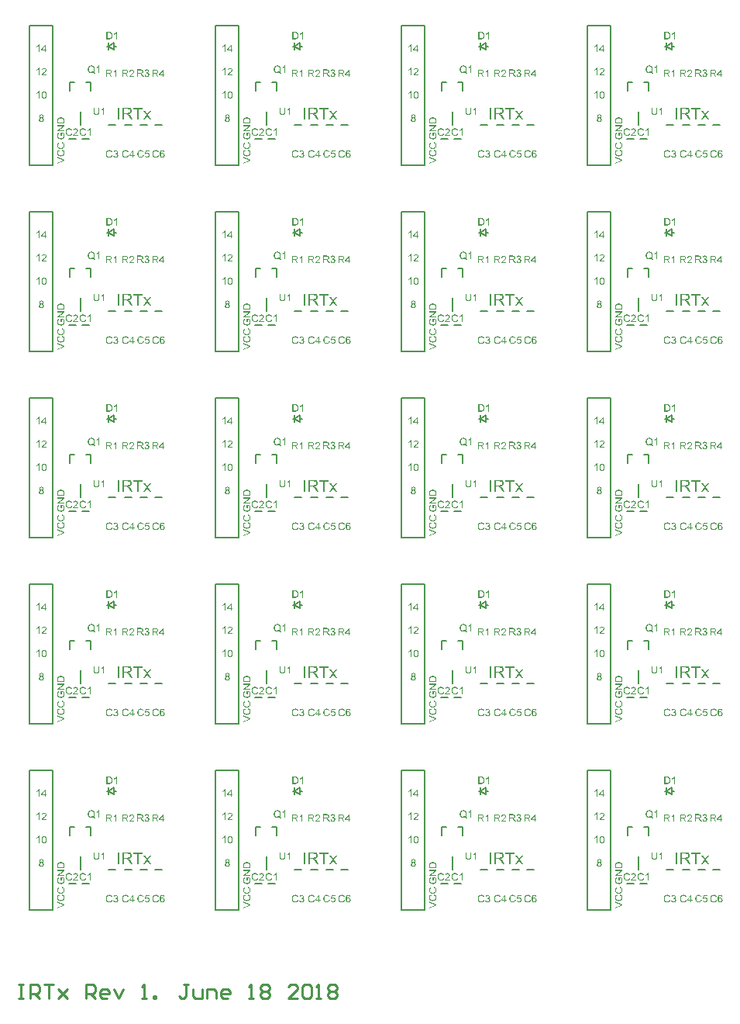
<source format=gto>
%FSLAX25Y25*%
%MOIN*%
G70*
G01*
G75*
G04 Layer_Color=65535*
%ADD10C,0.03937*%
%ADD11R,0.19685X0.13780*%
%ADD12R,0.02756X0.03543*%
%ADD13R,0.01969X0.01575*%
%ADD14R,0.03600X0.03600*%
%ADD15C,0.01000*%
%ADD16R,0.05906X0.05906*%
%ADD17C,0.05906*%
%ADD18C,0.03000*%
%ADD19C,0.00600*%
%ADD20C,0.00787*%
G36*
X85537Y81419D02*
X85574Y81414D01*
X85620Y81410D01*
X85671Y81400D01*
X85722Y81391D01*
X85842Y81359D01*
X85962Y81313D01*
X86022Y81285D01*
X86082Y81253D01*
X86137Y81211D01*
X86188Y81165D01*
X86193Y81160D01*
X86202Y81156D01*
X86211Y81137D01*
X86230Y81119D01*
X86253Y81095D01*
X86276Y81063D01*
X86299Y81031D01*
X86327Y80989D01*
X86373Y80901D01*
X86419Y80791D01*
X86438Y80735D01*
X86447Y80670D01*
X86456Y80606D01*
X86461Y80537D01*
Y80527D01*
Y80504D01*
X86456Y80467D01*
X86452Y80416D01*
X86442Y80361D01*
X86424Y80296D01*
X86405Y80227D01*
X86378Y80158D01*
X86373Y80148D01*
X86364Y80125D01*
X86345Y80088D01*
X86318Y80037D01*
X86281Y79982D01*
X86234Y79913D01*
X86179Y79843D01*
X86114Y79765D01*
X86105Y79756D01*
X86082Y79728D01*
X86059Y79705D01*
X86036Y79682D01*
X86008Y79654D01*
X85971Y79617D01*
X85934Y79580D01*
X85888Y79539D01*
X85842Y79492D01*
X85786Y79441D01*
X85726Y79391D01*
X85662Y79331D01*
X85588Y79271D01*
X85514Y79206D01*
X85509Y79201D01*
X85500Y79192D01*
X85482Y79178D01*
X85458Y79160D01*
X85431Y79132D01*
X85398Y79104D01*
X85324Y79044D01*
X85246Y78975D01*
X85172Y78906D01*
X85107Y78846D01*
X85079Y78822D01*
X85056Y78799D01*
X85052Y78795D01*
X85038Y78781D01*
X85019Y78762D01*
X84996Y78735D01*
X84973Y78702D01*
X84946Y78670D01*
X84890Y78591D01*
X86466D01*
Y78213D01*
X84345D01*
Y78217D01*
Y78236D01*
Y78263D01*
X84350Y78300D01*
X84354Y78342D01*
X84363Y78388D01*
X84373Y78434D01*
X84391Y78485D01*
Y78490D01*
X84396Y78494D01*
X84405Y78522D01*
X84424Y78564D01*
X84451Y78619D01*
X84488Y78684D01*
X84534Y78758D01*
X84585Y78832D01*
X84650Y78910D01*
Y78915D01*
X84659Y78920D01*
X84682Y78947D01*
X84724Y78989D01*
X84784Y79049D01*
X84853Y79118D01*
X84941Y79201D01*
X85047Y79294D01*
X85163Y79391D01*
X85167Y79395D01*
X85186Y79409D01*
X85214Y79432D01*
X85246Y79460D01*
X85287Y79497D01*
X85338Y79539D01*
X85389Y79585D01*
X85449Y79636D01*
X85565Y79746D01*
X85680Y79857D01*
X85736Y79913D01*
X85786Y79968D01*
X85833Y80019D01*
X85870Y80070D01*
Y80075D01*
X85879Y80079D01*
X85888Y80093D01*
X85897Y80111D01*
X85930Y80162D01*
X85967Y80222D01*
X85999Y80296D01*
X86031Y80375D01*
X86050Y80462D01*
X86059Y80546D01*
Y80550D01*
Y80555D01*
X86054Y80583D01*
X86050Y80629D01*
X86036Y80680D01*
X86017Y80744D01*
X85985Y80809D01*
X85944Y80874D01*
X85888Y80938D01*
X85879Y80948D01*
X85856Y80966D01*
X85823Y80989D01*
X85773Y81022D01*
X85708Y81049D01*
X85634Y81077D01*
X85546Y81095D01*
X85449Y81100D01*
X85421D01*
X85403Y81095D01*
X85347Y81091D01*
X85283Y81077D01*
X85214Y81059D01*
X85135Y81026D01*
X85061Y80985D01*
X84992Y80929D01*
X84983Y80920D01*
X84964Y80897D01*
X84936Y80860D01*
X84909Y80804D01*
X84876Y80740D01*
X84848Y80657D01*
X84830Y80564D01*
X84821Y80458D01*
X84419Y80500D01*
Y80504D01*
X84424Y80518D01*
Y80541D01*
X84428Y80573D01*
X84437Y80610D01*
X84447Y80652D01*
X84461Y80703D01*
X84474Y80754D01*
X84511Y80865D01*
X84567Y80975D01*
X84599Y81031D01*
X84641Y81086D01*
X84682Y81137D01*
X84728Y81183D01*
X84733Y81188D01*
X84742Y81192D01*
X84756Y81206D01*
X84779Y81220D01*
X84807Y81239D01*
X84839Y81257D01*
X84876Y81280D01*
X84922Y81303D01*
X84973Y81327D01*
X85029Y81350D01*
X85089Y81368D01*
X85154Y81387D01*
X85223Y81400D01*
X85297Y81414D01*
X85375Y81419D01*
X85458Y81423D01*
X85505D01*
X85537Y81419D01*
D02*
G37*
G36*
X82797Y81460D02*
X82839Y81456D01*
X82890Y81451D01*
X82941Y81447D01*
X83000Y81433D01*
X83125Y81405D01*
X83264Y81363D01*
X83333Y81336D01*
X83398Y81303D01*
X83463Y81262D01*
X83527Y81220D01*
X83532Y81216D01*
X83541Y81211D01*
X83560Y81197D01*
X83583Y81174D01*
X83606Y81151D01*
X83638Y81119D01*
X83670Y81082D01*
X83707Y81045D01*
X83744Y80998D01*
X83781Y80943D01*
X83823Y80888D01*
X83860Y80827D01*
X83892Y80758D01*
X83929Y80689D01*
X83957Y80615D01*
X83985Y80532D01*
X83569Y80435D01*
Y80439D01*
X83564Y80449D01*
X83555Y80467D01*
X83546Y80490D01*
X83536Y80518D01*
X83523Y80555D01*
X83486Y80629D01*
X83439Y80712D01*
X83384Y80795D01*
X83315Y80874D01*
X83241Y80943D01*
X83232Y80952D01*
X83204Y80971D01*
X83158Y80994D01*
X83098Y81026D01*
X83019Y81054D01*
X82931Y81082D01*
X82825Y81100D01*
X82709Y81105D01*
X82673D01*
X82649Y81100D01*
X82617D01*
X82580Y81095D01*
X82492Y81082D01*
X82395Y81063D01*
X82294Y81031D01*
X82187Y80985D01*
X82090Y80924D01*
X82086D01*
X82081Y80915D01*
X82049Y80892D01*
X82007Y80855D01*
X81956Y80800D01*
X81896Y80730D01*
X81841Y80652D01*
X81790Y80555D01*
X81744Y80449D01*
Y80444D01*
X81739Y80435D01*
X81735Y80421D01*
X81730Y80398D01*
X81721Y80370D01*
X81712Y80338D01*
X81698Y80259D01*
X81679Y80167D01*
X81661Y80065D01*
X81652Y79954D01*
X81647Y79834D01*
Y79830D01*
Y79816D01*
Y79793D01*
Y79765D01*
X81652Y79733D01*
Y79691D01*
X81656Y79645D01*
X81661Y79594D01*
X81675Y79483D01*
X81698Y79363D01*
X81725Y79243D01*
X81762Y79123D01*
Y79118D01*
X81767Y79109D01*
X81776Y79095D01*
X81786Y79072D01*
X81813Y79017D01*
X81855Y78952D01*
X81906Y78878D01*
X81970Y78799D01*
X82044Y78730D01*
X82132Y78665D01*
X82137D01*
X82146Y78661D01*
X82160Y78651D01*
X82178Y78642D01*
X82201Y78633D01*
X82229Y78619D01*
X82294Y78591D01*
X82377Y78564D01*
X82469Y78541D01*
X82571Y78522D01*
X82677Y78518D01*
X82709D01*
X82737Y78522D01*
X82770D01*
X82802Y78527D01*
X82885Y78545D01*
X82982Y78568D01*
X83079Y78605D01*
X83181Y78656D01*
X83232Y78684D01*
X83278Y78721D01*
X83282Y78725D01*
X83287Y78730D01*
X83301Y78744D01*
X83319Y78758D01*
X83338Y78781D01*
X83361Y78809D01*
X83389Y78836D01*
X83412Y78873D01*
X83439Y78915D01*
X83472Y78961D01*
X83499Y79007D01*
X83527Y79063D01*
X83550Y79123D01*
X83573Y79187D01*
X83596Y79257D01*
X83615Y79331D01*
X84040Y79224D01*
Y79220D01*
X84035Y79201D01*
X84026Y79174D01*
X84012Y79137D01*
X83999Y79095D01*
X83980Y79044D01*
X83957Y78989D01*
X83929Y78929D01*
X83864Y78799D01*
X83781Y78670D01*
X83731Y78605D01*
X83680Y78541D01*
X83624Y78485D01*
X83560Y78430D01*
X83555Y78425D01*
X83546Y78416D01*
X83523Y78407D01*
X83499Y78388D01*
X83463Y78365D01*
X83426Y78342D01*
X83375Y78319D01*
X83324Y78296D01*
X83264Y78268D01*
X83199Y78245D01*
X83130Y78222D01*
X83056Y78199D01*
X82977Y78180D01*
X82894Y78171D01*
X82806Y78162D01*
X82714Y78157D01*
X82663D01*
X82626Y78162D01*
X82585D01*
X82534Y78166D01*
X82478Y78176D01*
X82414Y78185D01*
X82280Y78208D01*
X82141Y78245D01*
X82003Y78296D01*
X81938Y78328D01*
X81873Y78365D01*
X81869Y78370D01*
X81859Y78374D01*
X81841Y78388D01*
X81822Y78407D01*
X81795Y78425D01*
X81762Y78453D01*
X81725Y78485D01*
X81688Y78522D01*
X81652Y78564D01*
X81610Y78605D01*
X81527Y78712D01*
X81448Y78836D01*
X81379Y78975D01*
Y78979D01*
X81370Y78993D01*
X81365Y79017D01*
X81351Y79044D01*
X81342Y79081D01*
X81328Y79127D01*
X81310Y79178D01*
X81296Y79234D01*
X81282Y79294D01*
X81263Y79363D01*
X81240Y79506D01*
X81222Y79668D01*
X81213Y79834D01*
Y79839D01*
Y79857D01*
Y79885D01*
X81217Y79917D01*
Y79964D01*
X81222Y80010D01*
X81226Y80070D01*
X81236Y80130D01*
X81259Y80264D01*
X81291Y80412D01*
X81337Y80560D01*
X81402Y80703D01*
X81407Y80707D01*
X81411Y80721D01*
X81420Y80740D01*
X81439Y80763D01*
X81458Y80795D01*
X81481Y80832D01*
X81541Y80915D01*
X81619Y81008D01*
X81712Y81100D01*
X81818Y81192D01*
X81943Y81271D01*
X81947Y81276D01*
X81961Y81280D01*
X81980Y81289D01*
X82003Y81303D01*
X82040Y81317D01*
X82077Y81331D01*
X82123Y81350D01*
X82174Y81368D01*
X82229Y81387D01*
X82289Y81405D01*
X82418Y81433D01*
X82566Y81456D01*
X82719Y81465D01*
X82765D01*
X82797Y81460D01*
D02*
G37*
G36*
X91879Y78213D02*
X91486D01*
Y80712D01*
X91482Y80707D01*
X91458Y80689D01*
X91431Y80661D01*
X91385Y80629D01*
X91334Y80587D01*
X91269Y80541D01*
X91195Y80490D01*
X91112Y80439D01*
X91107D01*
X91103Y80435D01*
X91075Y80416D01*
X91029Y80393D01*
X90973Y80366D01*
X90909Y80333D01*
X90839Y80301D01*
X90770Y80269D01*
X90701Y80241D01*
Y80620D01*
X90705D01*
X90715Y80629D01*
X90733Y80633D01*
X90756Y80647D01*
X90784Y80661D01*
X90816Y80680D01*
X90895Y80726D01*
X90987Y80777D01*
X91079Y80841D01*
X91177Y80915D01*
X91274Y80994D01*
X91278Y80998D01*
X91283Y81003D01*
X91297Y81017D01*
X91315Y81031D01*
X91357Y81077D01*
X91412Y81132D01*
X91468Y81197D01*
X91528Y81271D01*
X91579Y81345D01*
X91625Y81423D01*
X91879D01*
Y78213D01*
D02*
G37*
G36*
X123221Y104587D02*
X123655D01*
Y104226D01*
X123221D01*
Y103459D01*
X122828D01*
Y104226D01*
X121437D01*
Y104587D01*
X122902Y106656D01*
X123221D01*
Y104587D01*
D02*
G37*
G36*
X110350Y69987D02*
X110784D01*
Y69626D01*
X110350D01*
Y68859D01*
X109957D01*
Y69626D01*
X108567D01*
Y69987D01*
X110031Y72056D01*
X110350D01*
Y69987D01*
D02*
G37*
G36*
X107097Y72107D02*
X107139Y72103D01*
X107190Y72098D01*
X107241Y72093D01*
X107301Y72079D01*
X107425Y72052D01*
X107564Y72010D01*
X107633Y71983D01*
X107698Y71950D01*
X107763Y71909D01*
X107827Y71867D01*
X107832Y71862D01*
X107841Y71858D01*
X107860Y71844D01*
X107883Y71821D01*
X107906Y71798D01*
X107938Y71765D01*
X107971Y71728D01*
X108008Y71691D01*
X108045Y71645D01*
X108082Y71590D01*
X108123Y71534D01*
X108160Y71474D01*
X108193Y71405D01*
X108229Y71336D01*
X108257Y71262D01*
X108285Y71179D01*
X107869Y71082D01*
Y71086D01*
X107864Y71096D01*
X107855Y71114D01*
X107846Y71137D01*
X107837Y71165D01*
X107823Y71202D01*
X107786Y71276D01*
X107740Y71359D01*
X107684Y71442D01*
X107615Y71521D01*
X107541Y71590D01*
X107532Y71599D01*
X107504Y71618D01*
X107458Y71641D01*
X107398Y71673D01*
X107319Y71701D01*
X107231Y71728D01*
X107125Y71747D01*
X107010Y71751D01*
X106973D01*
X106950Y71747D01*
X106917D01*
X106880Y71742D01*
X106793Y71728D01*
X106696Y71710D01*
X106594Y71678D01*
X106488Y71631D01*
X106391Y71571D01*
X106386D01*
X106381Y71562D01*
X106349Y71539D01*
X106307Y71502D01*
X106257Y71447D01*
X106197Y71377D01*
X106141Y71299D01*
X106090Y71202D01*
X106044Y71096D01*
Y71091D01*
X106040Y71082D01*
X106035Y71068D01*
X106030Y71045D01*
X106021Y71017D01*
X106012Y70985D01*
X105998Y70906D01*
X105980Y70814D01*
X105961Y70712D01*
X105952Y70601D01*
X105947Y70481D01*
Y70476D01*
Y70463D01*
Y70439D01*
Y70412D01*
X105952Y70379D01*
Y70338D01*
X105956Y70292D01*
X105961Y70241D01*
X105975Y70130D01*
X105998Y70010D01*
X106026Y69890D01*
X106063Y69770D01*
Y69765D01*
X106067Y69756D01*
X106077Y69742D01*
X106086Y69719D01*
X106114Y69663D01*
X106155Y69599D01*
X106206Y69525D01*
X106271Y69446D01*
X106344Y69377D01*
X106432Y69312D01*
X106437D01*
X106446Y69308D01*
X106460Y69298D01*
X106478Y69289D01*
X106501Y69280D01*
X106529Y69266D01*
X106594Y69238D01*
X106677Y69210D01*
X106770Y69187D01*
X106871Y69169D01*
X106977Y69164D01*
X107010D01*
X107037Y69169D01*
X107070D01*
X107102Y69174D01*
X107185Y69192D01*
X107282Y69215D01*
X107379Y69252D01*
X107481Y69303D01*
X107532Y69331D01*
X107578Y69368D01*
X107583Y69372D01*
X107587Y69377D01*
X107601Y69391D01*
X107620Y69405D01*
X107638Y69428D01*
X107661Y69455D01*
X107689Y69483D01*
X107712Y69520D01*
X107740Y69562D01*
X107772Y69608D01*
X107800Y69654D01*
X107827Y69709D01*
X107851Y69770D01*
X107874Y69834D01*
X107897Y69903D01*
X107915Y69977D01*
X108340Y69871D01*
Y69867D01*
X108336Y69848D01*
X108326Y69820D01*
X108313Y69783D01*
X108299Y69742D01*
X108280Y69691D01*
X108257Y69636D01*
X108229Y69576D01*
X108165Y69446D01*
X108082Y69317D01*
X108031Y69252D01*
X107980Y69187D01*
X107924Y69132D01*
X107860Y69077D01*
X107855Y69072D01*
X107846Y69063D01*
X107823Y69053D01*
X107800Y69035D01*
X107763Y69012D01*
X107726Y68989D01*
X107675Y68966D01*
X107624Y68943D01*
X107564Y68915D01*
X107500Y68892D01*
X107430Y68869D01*
X107356Y68845D01*
X107278Y68827D01*
X107195Y68818D01*
X107107Y68809D01*
X107014Y68804D01*
X106964D01*
X106927Y68809D01*
X106885D01*
X106834Y68813D01*
X106779Y68822D01*
X106714Y68832D01*
X106580Y68855D01*
X106441Y68892D01*
X106303Y68943D01*
X106238Y68975D01*
X106174Y69012D01*
X106169Y69016D01*
X106160Y69021D01*
X106141Y69035D01*
X106123Y69053D01*
X106095Y69072D01*
X106063Y69100D01*
X106026Y69132D01*
X105989Y69169D01*
X105952Y69210D01*
X105910Y69252D01*
X105827Y69358D01*
X105748Y69483D01*
X105679Y69622D01*
Y69626D01*
X105670Y69640D01*
X105665Y69663D01*
X105651Y69691D01*
X105642Y69728D01*
X105628Y69774D01*
X105610Y69825D01*
X105596Y69880D01*
X105582Y69941D01*
X105564Y70010D01*
X105541Y70153D01*
X105522Y70315D01*
X105513Y70481D01*
Y70486D01*
Y70504D01*
Y70532D01*
X105517Y70564D01*
Y70610D01*
X105522Y70657D01*
X105527Y70717D01*
X105536Y70777D01*
X105559Y70911D01*
X105591Y71058D01*
X105638Y71206D01*
X105702Y71350D01*
X105707Y71354D01*
X105711Y71368D01*
X105721Y71386D01*
X105739Y71410D01*
X105758Y71442D01*
X105781Y71479D01*
X105841Y71562D01*
X105919Y71654D01*
X106012Y71747D01*
X106118Y71839D01*
X106243Y71918D01*
X106247Y71922D01*
X106261Y71927D01*
X106280Y71936D01*
X106303Y71950D01*
X106340Y71964D01*
X106377Y71978D01*
X106423Y71996D01*
X106474Y72015D01*
X106529Y72033D01*
X106589Y72052D01*
X106719Y72079D01*
X106867Y72103D01*
X107019Y72112D01*
X107065D01*
X107097Y72107D01*
D02*
G37*
G36*
X92316Y108460D02*
X92357D01*
X92399Y108456D01*
X92454Y108447D01*
X92510Y108437D01*
X92630Y108414D01*
X92769Y108377D01*
X92902Y108322D01*
X92972Y108290D01*
X93041Y108253D01*
X93046Y108248D01*
X93055Y108243D01*
X93073Y108229D01*
X93101Y108216D01*
X93129Y108193D01*
X93166Y108165D01*
X93244Y108100D01*
X93327Y108017D01*
X93420Y107915D01*
X93508Y107795D01*
X93582Y107661D01*
Y107657D01*
X93591Y107643D01*
X93600Y107624D01*
X93609Y107597D01*
X93628Y107560D01*
X93642Y107518D01*
X93660Y107467D01*
X93679Y107412D01*
X93692Y107352D01*
X93711Y107287D01*
X93730Y107218D01*
X93743Y107144D01*
X93762Y106982D01*
X93771Y106811D01*
Y106807D01*
Y106793D01*
Y106774D01*
Y106746D01*
X93766Y106710D01*
Y106668D01*
X93762Y106622D01*
X93757Y106576D01*
X93743Y106465D01*
X93720Y106344D01*
X93692Y106220D01*
X93651Y106100D01*
Y106095D01*
X93646Y106086D01*
X93637Y106067D01*
X93628Y106049D01*
X93614Y106021D01*
X93600Y105989D01*
X93563Y105915D01*
X93512Y105827D01*
X93448Y105735D01*
X93374Y105642D01*
X93291Y105550D01*
X93295D01*
X93304Y105541D01*
X93318Y105531D01*
X93341Y105517D01*
X93365Y105499D01*
X93397Y105481D01*
X93466Y105439D01*
X93549Y105388D01*
X93642Y105337D01*
X93739Y105296D01*
X93831Y105254D01*
X93706Y104963D01*
X93702D01*
X93692Y104968D01*
X93674Y104977D01*
X93646Y104986D01*
X93614Y105000D01*
X93577Y105019D01*
X93535Y105037D01*
X93489Y105060D01*
X93388Y105116D01*
X93272Y105180D01*
X93147Y105263D01*
X93018Y105356D01*
X93013D01*
X93004Y105347D01*
X92981Y105337D01*
X92958Y105324D01*
X92921Y105310D01*
X92884Y105291D01*
X92838Y105277D01*
X92787Y105259D01*
X92731Y105240D01*
X92672Y105222D01*
X92537Y105190D01*
X92390Y105166D01*
X92311Y105162D01*
X92233Y105157D01*
X92191D01*
X92159Y105162D01*
X92122D01*
X92076Y105166D01*
X92025Y105176D01*
X91969Y105185D01*
X91849Y105208D01*
X91715Y105245D01*
X91576Y105296D01*
X91512Y105328D01*
X91443Y105365D01*
X91438Y105370D01*
X91429Y105374D01*
X91410Y105388D01*
X91387Y105402D01*
X91355Y105425D01*
X91322Y105453D01*
X91244Y105517D01*
X91156Y105601D01*
X91068Y105702D01*
X90981Y105818D01*
X90902Y105952D01*
Y105956D01*
X90893Y105970D01*
X90883Y105989D01*
X90874Y106017D01*
X90860Y106053D01*
X90842Y106095D01*
X90824Y106146D01*
X90810Y106201D01*
X90791Y106261D01*
X90773Y106326D01*
X90759Y106395D01*
X90740Y106474D01*
X90722Y106636D01*
X90713Y106807D01*
Y106811D01*
Y106830D01*
Y106853D01*
X90717Y106885D01*
Y106927D01*
X90722Y106977D01*
X90727Y107033D01*
X90736Y107093D01*
X90759Y107227D01*
X90791Y107370D01*
X90837Y107523D01*
X90902Y107670D01*
X90907Y107675D01*
X90911Y107689D01*
X90921Y107707D01*
X90939Y107735D01*
X90957Y107767D01*
X90981Y107804D01*
X91045Y107892D01*
X91119Y107985D01*
X91216Y108082D01*
X91322Y108179D01*
X91447Y108262D01*
X91452Y108266D01*
X91466Y108271D01*
X91484Y108280D01*
X91512Y108294D01*
X91544Y108308D01*
X91581Y108326D01*
X91627Y108345D01*
X91678Y108363D01*
X91738Y108382D01*
X91798Y108400D01*
X91932Y108433D01*
X92080Y108456D01*
X92159Y108465D01*
X92283D01*
X92316Y108460D01*
D02*
G37*
G36*
X95656Y105213D02*
X95263D01*
Y107712D01*
X95259Y107707D01*
X95236Y107689D01*
X95208Y107661D01*
X95162Y107629D01*
X95111Y107587D01*
X95046Y107541D01*
X94972Y107490D01*
X94889Y107439D01*
X94885D01*
X94880Y107435D01*
X94852Y107416D01*
X94806Y107393D01*
X94750Y107366D01*
X94686Y107333D01*
X94617Y107301D01*
X94547Y107269D01*
X94478Y107241D01*
Y107620D01*
X94482D01*
X94492Y107629D01*
X94510Y107633D01*
X94533Y107647D01*
X94561Y107661D01*
X94593Y107680D01*
X94672Y107726D01*
X94764Y107777D01*
X94857Y107841D01*
X94954Y107915D01*
X95051Y107994D01*
X95055Y107999D01*
X95060Y108003D01*
X95074Y108017D01*
X95092Y108031D01*
X95134Y108077D01*
X95189Y108132D01*
X95245Y108197D01*
X95305Y108271D01*
X95356Y108345D01*
X95402Y108423D01*
X95656D01*
Y105213D01*
D02*
G37*
G36*
X80274Y79669D02*
X80278Y79660D01*
X80292Y79642D01*
X80311Y79619D01*
X80329Y79591D01*
X80352Y79558D01*
X80380Y79517D01*
X80408Y79475D01*
X80468Y79378D01*
X80532Y79268D01*
X80593Y79152D01*
X80643Y79027D01*
Y79023D01*
X80648Y79013D01*
X80652Y78995D01*
X80662Y78972D01*
X80671Y78939D01*
X80685Y78903D01*
X80694Y78861D01*
X80703Y78819D01*
X80726Y78718D01*
X80750Y78602D01*
X80763Y78477D01*
X80768Y78348D01*
Y78343D01*
Y78325D01*
Y78302D01*
X80763Y78269D01*
Y78228D01*
X80759Y78177D01*
X80750Y78122D01*
X80745Y78062D01*
X80717Y77928D01*
X80685Y77784D01*
X80634Y77637D01*
X80606Y77563D01*
X80569Y77489D01*
X80565Y77484D01*
X80560Y77470D01*
X80546Y77452D01*
X80532Y77424D01*
X80509Y77392D01*
X80486Y77359D01*
X80422Y77272D01*
X80338Y77179D01*
X80237Y77082D01*
X80121Y76990D01*
X79987Y76907D01*
X79983D01*
X79969Y76897D01*
X79950Y76888D01*
X79918Y76874D01*
X79886Y76860D01*
X79839Y76847D01*
X79793Y76828D01*
X79738Y76810D01*
X79678Y76791D01*
X79608Y76773D01*
X79539Y76759D01*
X79465Y76745D01*
X79303Y76722D01*
X79133Y76713D01*
X79086D01*
X79054Y76717D01*
X79012D01*
X78962Y76722D01*
X78911Y76731D01*
X78851Y76736D01*
X78786Y76750D01*
X78717Y76759D01*
X78569Y76796D01*
X78417Y76842D01*
X78264Y76907D01*
X78259Y76911D01*
X78246Y76916D01*
X78227Y76925D01*
X78199Y76944D01*
X78162Y76962D01*
X78125Y76985D01*
X78038Y77050D01*
X77936Y77128D01*
X77839Y77225D01*
X77742Y77336D01*
X77700Y77401D01*
X77659Y77466D01*
X77654Y77470D01*
X77649Y77484D01*
X77640Y77503D01*
X77626Y77530D01*
X77613Y77567D01*
X77594Y77609D01*
X77576Y77655D01*
X77557Y77710D01*
X77539Y77771D01*
X77525Y77835D01*
X77506Y77905D01*
X77492Y77978D01*
X77469Y78140D01*
X77460Y78223D01*
Y78311D01*
Y78316D01*
Y78325D01*
Y78343D01*
Y78371D01*
X77465Y78399D01*
Y78436D01*
X77474Y78524D01*
X77488Y78621D01*
X77511Y78722D01*
X77539Y78833D01*
X77576Y78939D01*
Y78944D01*
X77580Y78953D01*
X77585Y78967D01*
X77594Y78986D01*
X77622Y79036D01*
X77654Y79101D01*
X77700Y79170D01*
X77756Y79244D01*
X77816Y79314D01*
X77890Y79378D01*
X77899Y79388D01*
X77927Y79406D01*
X77968Y79434D01*
X78028Y79471D01*
X78102Y79508D01*
X78195Y79549D01*
X78296Y79591D01*
X78412Y79623D01*
X78513Y79240D01*
X78509D01*
X78504Y79235D01*
X78490Y79230D01*
X78472Y79226D01*
X78430Y79212D01*
X78375Y79194D01*
X78310Y79166D01*
X78250Y79133D01*
X78185Y79101D01*
X78130Y79060D01*
X78125Y79055D01*
X78107Y79041D01*
X78084Y79013D01*
X78052Y78981D01*
X78014Y78939D01*
X77978Y78884D01*
X77941Y78824D01*
X77908Y78755D01*
X77904Y78745D01*
X77894Y78722D01*
X77881Y78681D01*
X77862Y78625D01*
X77848Y78561D01*
X77834Y78487D01*
X77825Y78404D01*
X77820Y78316D01*
Y78311D01*
Y78302D01*
Y78288D01*
Y78265D01*
X77825Y78242D01*
Y78214D01*
X77830Y78145D01*
X77844Y78066D01*
X77857Y77978D01*
X77881Y77895D01*
X77913Y77812D01*
X77917Y77803D01*
X77927Y77775D01*
X77950Y77738D01*
X77973Y77692D01*
X78010Y77637D01*
X78047Y77577D01*
X78093Y77521D01*
X78144Y77470D01*
X78149Y77466D01*
X78167Y77447D01*
X78199Y77424D01*
X78236Y77396D01*
X78282Y77364D01*
X78338Y77332D01*
X78398Y77299D01*
X78463Y77267D01*
X78467D01*
X78477Y77262D01*
X78490Y77258D01*
X78513Y77249D01*
X78541Y77239D01*
X78574Y77230D01*
X78610Y77216D01*
X78652Y77207D01*
X78749Y77184D01*
X78860Y77165D01*
X78975Y77152D01*
X79105Y77147D01*
X79146D01*
X79174Y77152D01*
X79211D01*
X79257Y77156D01*
X79303Y77161D01*
X79354Y77165D01*
X79470Y77184D01*
X79590Y77207D01*
X79710Y77244D01*
X79826Y77290D01*
X79830D01*
X79839Y77299D01*
X79853Y77304D01*
X79872Y77318D01*
X79923Y77350D01*
X79987Y77401D01*
X80057Y77461D01*
X80126Y77535D01*
X80190Y77623D01*
X80251Y77720D01*
Y77724D01*
X80255Y77734D01*
X80265Y77747D01*
X80274Y77771D01*
X80283Y77794D01*
X80292Y77826D01*
X80320Y77900D01*
X80343Y77992D01*
X80366Y78094D01*
X80385Y78205D01*
X80389Y78320D01*
Y78325D01*
Y78334D01*
Y78348D01*
Y78367D01*
X80385Y78394D01*
Y78422D01*
X80375Y78491D01*
X80366Y78575D01*
X80348Y78662D01*
X80320Y78759D01*
X80288Y78856D01*
Y78861D01*
X80283Y78870D01*
X80278Y78879D01*
X80269Y78898D01*
X80246Y78949D01*
X80218Y79004D01*
X80186Y79069D01*
X80149Y79138D01*
X80107Y79203D01*
X80061Y79258D01*
X79461D01*
Y78316D01*
X79082D01*
Y79674D01*
X80269D01*
X80274Y79669D01*
D02*
G37*
G36*
X88797Y81460D02*
X88839Y81456D01*
X88890Y81451D01*
X88941Y81447D01*
X89000Y81433D01*
X89125Y81405D01*
X89264Y81363D01*
X89333Y81336D01*
X89398Y81303D01*
X89463Y81262D01*
X89527Y81220D01*
X89532Y81216D01*
X89541Y81211D01*
X89560Y81197D01*
X89583Y81174D01*
X89606Y81151D01*
X89638Y81119D01*
X89670Y81082D01*
X89707Y81045D01*
X89744Y80998D01*
X89781Y80943D01*
X89823Y80888D01*
X89860Y80827D01*
X89892Y80758D01*
X89929Y80689D01*
X89957Y80615D01*
X89985Y80532D01*
X89569Y80435D01*
Y80439D01*
X89564Y80449D01*
X89555Y80467D01*
X89546Y80490D01*
X89536Y80518D01*
X89523Y80555D01*
X89486Y80629D01*
X89439Y80712D01*
X89384Y80795D01*
X89315Y80874D01*
X89241Y80943D01*
X89231Y80952D01*
X89204Y80971D01*
X89158Y80994D01*
X89098Y81026D01*
X89019Y81054D01*
X88931Y81082D01*
X88825Y81100D01*
X88709Y81105D01*
X88673D01*
X88649Y81100D01*
X88617D01*
X88580Y81095D01*
X88492Y81082D01*
X88395Y81063D01*
X88294Y81031D01*
X88187Y80985D01*
X88090Y80924D01*
X88086D01*
X88081Y80915D01*
X88049Y80892D01*
X88007Y80855D01*
X87956Y80800D01*
X87896Y80730D01*
X87841Y80652D01*
X87790Y80555D01*
X87744Y80449D01*
Y80444D01*
X87739Y80435D01*
X87735Y80421D01*
X87730Y80398D01*
X87721Y80370D01*
X87712Y80338D01*
X87698Y80259D01*
X87679Y80167D01*
X87661Y80065D01*
X87651Y79954D01*
X87647Y79834D01*
Y79830D01*
Y79816D01*
Y79793D01*
Y79765D01*
X87651Y79733D01*
Y79691D01*
X87656Y79645D01*
X87661Y79594D01*
X87675Y79483D01*
X87698Y79363D01*
X87725Y79243D01*
X87762Y79123D01*
Y79118D01*
X87767Y79109D01*
X87776Y79095D01*
X87786Y79072D01*
X87813Y79017D01*
X87855Y78952D01*
X87906Y78878D01*
X87970Y78799D01*
X88044Y78730D01*
X88132Y78665D01*
X88137D01*
X88146Y78661D01*
X88160Y78651D01*
X88178Y78642D01*
X88201Y78633D01*
X88229Y78619D01*
X88294Y78591D01*
X88377Y78564D01*
X88469Y78541D01*
X88571Y78522D01*
X88677Y78518D01*
X88709D01*
X88737Y78522D01*
X88770D01*
X88802Y78527D01*
X88885Y78545D01*
X88982Y78568D01*
X89079Y78605D01*
X89181Y78656D01*
X89231Y78684D01*
X89278Y78721D01*
X89282Y78725D01*
X89287Y78730D01*
X89301Y78744D01*
X89319Y78758D01*
X89338Y78781D01*
X89361Y78809D01*
X89389Y78836D01*
X89412Y78873D01*
X89439Y78915D01*
X89472Y78961D01*
X89499Y79007D01*
X89527Y79063D01*
X89550Y79123D01*
X89573Y79187D01*
X89596Y79257D01*
X89615Y79331D01*
X90040Y79224D01*
Y79220D01*
X90035Y79201D01*
X90026Y79174D01*
X90012Y79137D01*
X89999Y79095D01*
X89980Y79044D01*
X89957Y78989D01*
X89929Y78929D01*
X89864Y78799D01*
X89781Y78670D01*
X89731Y78605D01*
X89680Y78541D01*
X89624Y78485D01*
X89560Y78430D01*
X89555Y78425D01*
X89546Y78416D01*
X89523Y78407D01*
X89499Y78388D01*
X89463Y78365D01*
X89426Y78342D01*
X89375Y78319D01*
X89324Y78296D01*
X89264Y78268D01*
X89199Y78245D01*
X89130Y78222D01*
X89056Y78199D01*
X88977Y78180D01*
X88894Y78171D01*
X88806Y78162D01*
X88714Y78157D01*
X88663D01*
X88626Y78162D01*
X88585D01*
X88534Y78166D01*
X88478Y78176D01*
X88414Y78185D01*
X88280Y78208D01*
X88141Y78245D01*
X88003Y78296D01*
X87938Y78328D01*
X87873Y78365D01*
X87869Y78370D01*
X87859Y78374D01*
X87841Y78388D01*
X87822Y78407D01*
X87795Y78425D01*
X87762Y78453D01*
X87725Y78485D01*
X87688Y78522D01*
X87651Y78564D01*
X87610Y78605D01*
X87527Y78712D01*
X87448Y78836D01*
X87379Y78975D01*
Y78979D01*
X87370Y78993D01*
X87365Y79017D01*
X87351Y79044D01*
X87342Y79081D01*
X87328Y79127D01*
X87310Y79178D01*
X87296Y79234D01*
X87282Y79294D01*
X87263Y79363D01*
X87240Y79506D01*
X87222Y79668D01*
X87213Y79834D01*
Y79839D01*
Y79857D01*
Y79885D01*
X87217Y79917D01*
Y79964D01*
X87222Y80010D01*
X87226Y80070D01*
X87236Y80130D01*
X87259Y80264D01*
X87291Y80412D01*
X87337Y80560D01*
X87402Y80703D01*
X87407Y80707D01*
X87411Y80721D01*
X87420Y80740D01*
X87439Y80763D01*
X87458Y80795D01*
X87481Y80832D01*
X87541Y80915D01*
X87619Y81008D01*
X87712Y81100D01*
X87818Y81192D01*
X87943Y81271D01*
X87947Y81276D01*
X87961Y81280D01*
X87980Y81289D01*
X88003Y81303D01*
X88040Y81317D01*
X88077Y81331D01*
X88123Y81350D01*
X88174Y81368D01*
X88229Y81387D01*
X88289Y81405D01*
X88418Y81433D01*
X88566Y81456D01*
X88719Y81465D01*
X88765D01*
X88797Y81460D01*
D02*
G37*
G36*
X97749Y87213D02*
X97357D01*
Y89712D01*
X97352Y89707D01*
X97329Y89689D01*
X97301Y89661D01*
X97255Y89629D01*
X97204Y89587D01*
X97140Y89541D01*
X97066Y89490D01*
X96983Y89439D01*
X96978D01*
X96973Y89435D01*
X96946Y89416D01*
X96899Y89393D01*
X96844Y89366D01*
X96779Y89333D01*
X96710Y89301D01*
X96641Y89268D01*
X96571Y89241D01*
Y89620D01*
X96576D01*
X96585Y89629D01*
X96604Y89634D01*
X96627Y89647D01*
X96654Y89661D01*
X96687Y89680D01*
X96765Y89726D01*
X96858Y89777D01*
X96950Y89841D01*
X97047Y89915D01*
X97144Y89994D01*
X97149Y89999D01*
X97154Y90003D01*
X97167Y90017D01*
X97186Y90031D01*
X97227Y90077D01*
X97283Y90132D01*
X97338Y90197D01*
X97398Y90271D01*
X97449Y90345D01*
X97495Y90424D01*
X97749D01*
Y87213D01*
D02*
G37*
G36*
X95726Y88562D02*
Y88557D01*
Y88538D01*
Y88515D01*
Y88483D01*
X95721Y88441D01*
Y88395D01*
X95717Y88340D01*
X95712Y88284D01*
X95698Y88160D01*
X95680Y88030D01*
X95652Y87906D01*
X95634Y87845D01*
X95615Y87790D01*
Y87786D01*
X95610Y87776D01*
X95601Y87762D01*
X95592Y87744D01*
X95564Y87693D01*
X95523Y87628D01*
X95467Y87555D01*
X95402Y87481D01*
X95319Y87402D01*
X95218Y87333D01*
X95213D01*
X95204Y87323D01*
X95190Y87319D01*
X95167Y87305D01*
X95139Y87291D01*
X95102Y87277D01*
X95065Y87263D01*
X95019Y87245D01*
X94968Y87226D01*
X94913Y87213D01*
X94853Y87199D01*
X94783Y87185D01*
X94714Y87176D01*
X94640Y87166D01*
X94474Y87157D01*
X94432D01*
X94400Y87162D01*
X94363D01*
X94317Y87166D01*
X94266Y87171D01*
X94215Y87176D01*
X94100Y87194D01*
X93975Y87222D01*
X93855Y87259D01*
X93739Y87310D01*
X93735D01*
X93725Y87319D01*
X93712Y87328D01*
X93693Y87337D01*
X93642Y87374D01*
X93582Y87425D01*
X93513Y87490D01*
X93448Y87564D01*
X93384Y87656D01*
X93333Y87758D01*
Y87762D01*
X93328Y87772D01*
X93323Y87790D01*
X93314Y87813D01*
X93305Y87841D01*
X93296Y87878D01*
X93282Y87919D01*
X93273Y87970D01*
X93263Y88026D01*
X93250Y88086D01*
X93240Y88151D01*
X93231Y88220D01*
X93222Y88298D01*
X93217Y88381D01*
X93213Y88469D01*
Y88562D01*
Y90410D01*
X93638D01*
Y88562D01*
Y88557D01*
Y88543D01*
Y88520D01*
Y88492D01*
X93642Y88460D01*
Y88418D01*
X93647Y88331D01*
X93656Y88229D01*
X93670Y88127D01*
X93688Y88030D01*
X93698Y87989D01*
X93712Y87947D01*
X93716Y87938D01*
X93725Y87915D01*
X93748Y87883D01*
X93776Y87836D01*
X93809Y87790D01*
X93855Y87739D01*
X93910Y87688D01*
X93975Y87647D01*
X93984Y87642D01*
X94007Y87628D01*
X94049Y87615D01*
X94104Y87596D01*
X94169Y87573D01*
X94252Y87559D01*
X94340Y87545D01*
X94437Y87541D01*
X94483D01*
X94511Y87545D01*
X94552D01*
X94594Y87550D01*
X94696Y87568D01*
X94806Y87591D01*
X94913Y87628D01*
X95014Y87679D01*
X95061Y87712D01*
X95102Y87748D01*
X95107Y87753D01*
X95111Y87758D01*
X95121Y87772D01*
X95135Y87790D01*
X95148Y87818D01*
X95167Y87845D01*
X95185Y87887D01*
X95204Y87929D01*
X95222Y87980D01*
X95236Y88040D01*
X95255Y88109D01*
X95268Y88183D01*
X95282Y88266D01*
X95292Y88354D01*
X95301Y88455D01*
Y88562D01*
Y90410D01*
X95726D01*
Y88562D01*
D02*
G37*
G36*
X120033Y106652D02*
X120074D01*
X120171Y106647D01*
X120273Y106633D01*
X120384Y106620D01*
X120486Y106596D01*
X120536Y106582D01*
X120578Y106569D01*
X120583D01*
X120587Y106564D01*
X120615Y106550D01*
X120657Y106532D01*
X120707Y106499D01*
X120763Y106458D01*
X120823Y106402D01*
X120878Y106338D01*
X120934Y106264D01*
Y106259D01*
X120938Y106254D01*
X120957Y106227D01*
X120975Y106181D01*
X121003Y106121D01*
X121026Y106051D01*
X121049Y105968D01*
X121063Y105880D01*
X121068Y105783D01*
Y105779D01*
Y105769D01*
Y105751D01*
X121063Y105728D01*
Y105695D01*
X121058Y105663D01*
X121040Y105585D01*
X121012Y105492D01*
X120975Y105395D01*
X120920Y105298D01*
X120883Y105252D01*
X120846Y105206D01*
X120841Y105201D01*
X120837Y105196D01*
X120823Y105183D01*
X120804Y105169D01*
X120781Y105150D01*
X120754Y105132D01*
X120717Y105109D01*
X120680Y105081D01*
X120633Y105058D01*
X120583Y105035D01*
X120527Y105007D01*
X120467Y104984D01*
X120398Y104965D01*
X120328Y104942D01*
X120250Y104929D01*
X120167Y104915D01*
X120176Y104910D01*
X120195Y104901D01*
X120222Y104882D01*
X120259Y104864D01*
X120342Y104813D01*
X120384Y104781D01*
X120421Y104753D01*
X120430Y104744D01*
X120453Y104721D01*
X120490Y104684D01*
X120536Y104638D01*
X120587Y104573D01*
X120647Y104504D01*
X120707Y104420D01*
X120772Y104328D01*
X121322Y103459D01*
X120795D01*
X120375Y104125D01*
Y104129D01*
X120366Y104139D01*
X120356Y104152D01*
X120342Y104171D01*
X120310Y104222D01*
X120268Y104286D01*
X120218Y104356D01*
X120167Y104430D01*
X120116Y104499D01*
X120070Y104564D01*
X120065Y104568D01*
X120051Y104587D01*
X120028Y104614D01*
X119996Y104647D01*
X119927Y104716D01*
X119890Y104748D01*
X119853Y104776D01*
X119848Y104781D01*
X119839Y104785D01*
X119820Y104795D01*
X119793Y104808D01*
X119765Y104822D01*
X119732Y104836D01*
X119659Y104859D01*
X119654D01*
X119645Y104864D01*
X119626D01*
X119603Y104868D01*
X119571Y104873D01*
X119534D01*
X119483Y104878D01*
X118938D01*
Y103459D01*
X118513D01*
Y106656D01*
X119996D01*
X120033Y106652D01*
D02*
G37*
G36*
X113598Y72107D02*
X113639Y72103D01*
X113690Y72098D01*
X113741Y72093D01*
X113801Y72079D01*
X113926Y72052D01*
X114064Y72010D01*
X114133Y71983D01*
X114198Y71950D01*
X114263Y71909D01*
X114328Y71867D01*
X114332Y71862D01*
X114341Y71858D01*
X114360Y71844D01*
X114383Y71821D01*
X114406Y71798D01*
X114438Y71765D01*
X114471Y71728D01*
X114508Y71691D01*
X114545Y71645D01*
X114582Y71590D01*
X114623Y71534D01*
X114660Y71474D01*
X114692Y71405D01*
X114729Y71336D01*
X114757Y71262D01*
X114785Y71179D01*
X114369Y71082D01*
Y71086D01*
X114365Y71096D01*
X114355Y71114D01*
X114346Y71137D01*
X114337Y71165D01*
X114323Y71202D01*
X114286Y71276D01*
X114240Y71359D01*
X114184Y71442D01*
X114115Y71521D01*
X114041Y71590D01*
X114032Y71599D01*
X114004Y71618D01*
X113958Y71641D01*
X113898Y71673D01*
X113819Y71701D01*
X113732Y71728D01*
X113625Y71747D01*
X113510Y71751D01*
X113473D01*
X113450Y71747D01*
X113417D01*
X113380Y71742D01*
X113293Y71728D01*
X113196Y71710D01*
X113094Y71678D01*
X112988Y71631D01*
X112891Y71571D01*
X112886D01*
X112881Y71562D01*
X112849Y71539D01*
X112808Y71502D01*
X112757Y71447D01*
X112697Y71377D01*
X112641Y71299D01*
X112590Y71202D01*
X112544Y71096D01*
Y71091D01*
X112540Y71082D01*
X112535Y71068D01*
X112530Y71045D01*
X112521Y71017D01*
X112512Y70985D01*
X112498Y70906D01*
X112479Y70814D01*
X112461Y70712D01*
X112452Y70601D01*
X112447Y70481D01*
Y70476D01*
Y70463D01*
Y70439D01*
Y70412D01*
X112452Y70379D01*
Y70338D01*
X112456Y70292D01*
X112461Y70241D01*
X112475Y70130D01*
X112498Y70010D01*
X112526Y69890D01*
X112563Y69770D01*
Y69765D01*
X112567Y69756D01*
X112576Y69742D01*
X112586Y69719D01*
X112613Y69663D01*
X112655Y69599D01*
X112706Y69525D01*
X112771Y69446D01*
X112845Y69377D01*
X112932Y69312D01*
X112937D01*
X112946Y69308D01*
X112960Y69298D01*
X112978Y69289D01*
X113002Y69280D01*
X113029Y69266D01*
X113094Y69238D01*
X113177Y69210D01*
X113269Y69187D01*
X113371Y69169D01*
X113477Y69164D01*
X113510D01*
X113538Y69169D01*
X113570D01*
X113602Y69174D01*
X113685Y69192D01*
X113782Y69215D01*
X113879Y69252D01*
X113981Y69303D01*
X114032Y69331D01*
X114078Y69368D01*
X114083Y69372D01*
X114087Y69377D01*
X114101Y69391D01*
X114120Y69405D01*
X114138Y69428D01*
X114161Y69455D01*
X114189Y69483D01*
X114212Y69520D01*
X114240Y69562D01*
X114272Y69608D01*
X114300Y69654D01*
X114328Y69709D01*
X114351Y69770D01*
X114374Y69834D01*
X114397Y69903D01*
X114415Y69977D01*
X114840Y69871D01*
Y69867D01*
X114836Y69848D01*
X114826Y69820D01*
X114813Y69783D01*
X114799Y69742D01*
X114780Y69691D01*
X114757Y69636D01*
X114729Y69576D01*
X114665Y69446D01*
X114582Y69317D01*
X114531Y69252D01*
X114480Y69187D01*
X114425Y69132D01*
X114360Y69077D01*
X114355Y69072D01*
X114346Y69063D01*
X114323Y69053D01*
X114300Y69035D01*
X114263Y69012D01*
X114226Y68989D01*
X114175Y68966D01*
X114124Y68943D01*
X114064Y68915D01*
X113999Y68892D01*
X113930Y68869D01*
X113856Y68845D01*
X113778Y68827D01*
X113695Y68818D01*
X113607Y68809D01*
X113514Y68804D01*
X113464D01*
X113427Y68809D01*
X113385D01*
X113334Y68813D01*
X113279Y68822D01*
X113214Y68832D01*
X113080Y68855D01*
X112942Y68892D01*
X112803Y68943D01*
X112738Y68975D01*
X112673Y69012D01*
X112669Y69016D01*
X112660Y69021D01*
X112641Y69035D01*
X112623Y69053D01*
X112595Y69072D01*
X112563Y69100D01*
X112526Y69132D01*
X112489Y69169D01*
X112452Y69210D01*
X112410Y69252D01*
X112327Y69358D01*
X112249Y69483D01*
X112179Y69622D01*
Y69626D01*
X112170Y69640D01*
X112165Y69663D01*
X112152Y69691D01*
X112142Y69728D01*
X112128Y69774D01*
X112110Y69825D01*
X112096Y69880D01*
X112082Y69941D01*
X112064Y70010D01*
X112041Y70153D01*
X112022Y70315D01*
X112013Y70481D01*
Y70486D01*
Y70504D01*
Y70532D01*
X112018Y70564D01*
Y70610D01*
X112022Y70657D01*
X112027Y70717D01*
X112036Y70777D01*
X112059Y70911D01*
X112091Y71058D01*
X112138Y71206D01*
X112202Y71350D01*
X112207Y71354D01*
X112212Y71368D01*
X112221Y71386D01*
X112239Y71410D01*
X112258Y71442D01*
X112281Y71479D01*
X112341Y71562D01*
X112419Y71654D01*
X112512Y71747D01*
X112618Y71839D01*
X112743Y71918D01*
X112748Y71922D01*
X112761Y71927D01*
X112780Y71936D01*
X112803Y71950D01*
X112840Y71964D01*
X112877Y71978D01*
X112923Y71996D01*
X112974Y72015D01*
X113029Y72033D01*
X113089Y72052D01*
X113219Y72079D01*
X113366Y72103D01*
X113519Y72112D01*
X113565D01*
X113598Y72107D01*
D02*
G37*
G36*
X120097D02*
X120139Y72103D01*
X120190Y72098D01*
X120241Y72093D01*
X120301Y72079D01*
X120425Y72052D01*
X120564Y72010D01*
X120633Y71983D01*
X120698Y71950D01*
X120763Y71909D01*
X120827Y71867D01*
X120832Y71862D01*
X120841Y71858D01*
X120860Y71844D01*
X120883Y71821D01*
X120906Y71798D01*
X120938Y71765D01*
X120971Y71728D01*
X121008Y71691D01*
X121045Y71645D01*
X121082Y71590D01*
X121123Y71534D01*
X121160Y71474D01*
X121193Y71405D01*
X121229Y71336D01*
X121257Y71262D01*
X121285Y71179D01*
X120869Y71082D01*
Y71086D01*
X120864Y71096D01*
X120855Y71114D01*
X120846Y71137D01*
X120837Y71165D01*
X120823Y71202D01*
X120786Y71276D01*
X120740Y71359D01*
X120684Y71442D01*
X120615Y71521D01*
X120541Y71590D01*
X120532Y71599D01*
X120504Y71618D01*
X120458Y71641D01*
X120398Y71673D01*
X120319Y71701D01*
X120231Y71728D01*
X120125Y71747D01*
X120010Y71751D01*
X119973D01*
X119950Y71747D01*
X119917D01*
X119880Y71742D01*
X119793Y71728D01*
X119696Y71710D01*
X119594Y71678D01*
X119488Y71631D01*
X119391Y71571D01*
X119386D01*
X119381Y71562D01*
X119349Y71539D01*
X119307Y71502D01*
X119257Y71447D01*
X119197Y71377D01*
X119141Y71299D01*
X119090Y71202D01*
X119044Y71096D01*
Y71091D01*
X119040Y71082D01*
X119035Y71068D01*
X119030Y71045D01*
X119021Y71017D01*
X119012Y70985D01*
X118998Y70906D01*
X118980Y70814D01*
X118961Y70712D01*
X118952Y70601D01*
X118947Y70481D01*
Y70476D01*
Y70463D01*
Y70439D01*
Y70412D01*
X118952Y70379D01*
Y70338D01*
X118956Y70292D01*
X118961Y70241D01*
X118975Y70130D01*
X118998Y70010D01*
X119026Y69890D01*
X119063Y69770D01*
Y69765D01*
X119067Y69756D01*
X119077Y69742D01*
X119086Y69719D01*
X119114Y69663D01*
X119155Y69599D01*
X119206Y69525D01*
X119271Y69446D01*
X119344Y69377D01*
X119432Y69312D01*
X119437D01*
X119446Y69308D01*
X119460Y69298D01*
X119478Y69289D01*
X119501Y69280D01*
X119529Y69266D01*
X119594Y69238D01*
X119677Y69210D01*
X119770Y69187D01*
X119871Y69169D01*
X119977Y69164D01*
X120010D01*
X120037Y69169D01*
X120070D01*
X120102Y69174D01*
X120185Y69192D01*
X120282Y69215D01*
X120379Y69252D01*
X120481Y69303D01*
X120532Y69331D01*
X120578Y69368D01*
X120583Y69372D01*
X120587Y69377D01*
X120601Y69391D01*
X120620Y69405D01*
X120638Y69428D01*
X120661Y69455D01*
X120689Y69483D01*
X120712Y69520D01*
X120740Y69562D01*
X120772Y69608D01*
X120800Y69654D01*
X120827Y69709D01*
X120851Y69770D01*
X120874Y69834D01*
X120897Y69903D01*
X120915Y69977D01*
X121340Y69871D01*
Y69867D01*
X121336Y69848D01*
X121326Y69820D01*
X121313Y69783D01*
X121299Y69742D01*
X121280Y69691D01*
X121257Y69636D01*
X121229Y69576D01*
X121165Y69446D01*
X121082Y69317D01*
X121031Y69252D01*
X120980Y69187D01*
X120924Y69132D01*
X120860Y69077D01*
X120855Y69072D01*
X120846Y69063D01*
X120823Y69053D01*
X120800Y69035D01*
X120763Y69012D01*
X120726Y68989D01*
X120675Y68966D01*
X120624Y68943D01*
X120564Y68915D01*
X120500Y68892D01*
X120430Y68869D01*
X120356Y68845D01*
X120278Y68827D01*
X120195Y68818D01*
X120107Y68809D01*
X120014Y68804D01*
X119964D01*
X119927Y68809D01*
X119885D01*
X119834Y68813D01*
X119779Y68822D01*
X119714Y68832D01*
X119580Y68855D01*
X119441Y68892D01*
X119303Y68943D01*
X119238Y68975D01*
X119174Y69012D01*
X119169Y69016D01*
X119160Y69021D01*
X119141Y69035D01*
X119123Y69053D01*
X119095Y69072D01*
X119063Y69100D01*
X119026Y69132D01*
X118989Y69169D01*
X118952Y69210D01*
X118910Y69252D01*
X118827Y69358D01*
X118748Y69483D01*
X118679Y69622D01*
Y69626D01*
X118670Y69640D01*
X118665Y69663D01*
X118651Y69691D01*
X118642Y69728D01*
X118628Y69774D01*
X118610Y69825D01*
X118596Y69880D01*
X118582Y69941D01*
X118564Y70010D01*
X118541Y70153D01*
X118522Y70315D01*
X118513Y70481D01*
Y70486D01*
Y70504D01*
Y70532D01*
X118517Y70564D01*
Y70610D01*
X118522Y70657D01*
X118527Y70717D01*
X118536Y70777D01*
X118559Y70911D01*
X118591Y71058D01*
X118638Y71206D01*
X118702Y71350D01*
X118707Y71354D01*
X118711Y71368D01*
X118721Y71386D01*
X118739Y71410D01*
X118758Y71442D01*
X118781Y71479D01*
X118841Y71562D01*
X118919Y71654D01*
X119012Y71747D01*
X119118Y71839D01*
X119243Y71918D01*
X119247Y71922D01*
X119261Y71927D01*
X119280Y71936D01*
X119303Y71950D01*
X119340Y71964D01*
X119377Y71978D01*
X119423Y71996D01*
X119474Y72015D01*
X119529Y72033D01*
X119589Y72052D01*
X119719Y72079D01*
X119867Y72103D01*
X120019Y72112D01*
X120065D01*
X120097Y72107D01*
D02*
G37*
G36*
X122897Y72066D02*
X122930D01*
X122967Y72061D01*
X123054Y72043D01*
X123151Y72019D01*
X123253Y71983D01*
X123355Y71927D01*
X123405Y71895D01*
X123452Y71858D01*
X123456Y71853D01*
X123461Y71848D01*
X123475Y71835D01*
X123489Y71821D01*
X123512Y71798D01*
X123530Y71770D01*
X123581Y71705D01*
X123632Y71622D01*
X123678Y71521D01*
X123720Y71405D01*
X123747Y71276D01*
X123355Y71243D01*
Y71248D01*
X123350Y71253D01*
X123345Y71280D01*
X123331Y71322D01*
X123313Y71373D01*
X123295Y71428D01*
X123267Y71484D01*
X123234Y71534D01*
X123202Y71576D01*
X123193Y71585D01*
X123175Y71604D01*
X123142Y71631D01*
X123096Y71664D01*
X123036Y71691D01*
X122971Y71719D01*
X122893Y71738D01*
X122810Y71747D01*
X122777D01*
X122740Y71742D01*
X122699Y71733D01*
X122643Y71719D01*
X122588Y71701D01*
X122532Y71678D01*
X122477Y71641D01*
X122468Y71636D01*
X122444Y71618D01*
X122412Y71585D01*
X122371Y71539D01*
X122324Y71484D01*
X122274Y71419D01*
X122227Y71336D01*
X122181Y71243D01*
Y71239D01*
X122177Y71229D01*
X122172Y71216D01*
X122163Y71197D01*
X122158Y71169D01*
X122149Y71137D01*
X122140Y71100D01*
X122130Y71054D01*
X122116Y71003D01*
X122107Y70948D01*
X122098Y70888D01*
X122093Y70823D01*
X122084Y70749D01*
X122080Y70675D01*
X122075Y70592D01*
Y70509D01*
X122080Y70513D01*
X122098Y70541D01*
X122130Y70578D01*
X122172Y70624D01*
X122218Y70680D01*
X122278Y70731D01*
X122343Y70781D01*
X122417Y70828D01*
X122421D01*
X122426Y70832D01*
X122454Y70846D01*
X122495Y70860D01*
X122551Y70883D01*
X122615Y70901D01*
X122689Y70915D01*
X122768Y70929D01*
X122851Y70934D01*
X122888D01*
X122916Y70929D01*
X122953Y70925D01*
X122990Y70920D01*
X123036Y70911D01*
X123082Y70897D01*
X123188Y70864D01*
X123244Y70841D01*
X123299Y70809D01*
X123355Y70777D01*
X123415Y70740D01*
X123470Y70693D01*
X123521Y70643D01*
X123526Y70638D01*
X123535Y70629D01*
X123549Y70615D01*
X123563Y70592D01*
X123586Y70560D01*
X123609Y70527D01*
X123632Y70486D01*
X123660Y70439D01*
X123687Y70389D01*
X123710Y70333D01*
X123733Y70268D01*
X123757Y70204D01*
X123770Y70135D01*
X123784Y70056D01*
X123793Y69977D01*
X123798Y69894D01*
Y69890D01*
Y69880D01*
Y69867D01*
Y69843D01*
X123793Y69816D01*
Y69788D01*
X123780Y69714D01*
X123766Y69626D01*
X123743Y69534D01*
X123710Y69432D01*
X123664Y69335D01*
Y69331D01*
X123660Y69326D01*
X123650Y69312D01*
X123641Y69294D01*
X123613Y69248D01*
X123572Y69187D01*
X123521Y69123D01*
X123461Y69058D01*
X123387Y68993D01*
X123308Y68938D01*
X123304D01*
X123299Y68933D01*
X123285Y68924D01*
X123267Y68919D01*
X123221Y68896D01*
X123161Y68873D01*
X123082Y68845D01*
X122994Y68827D01*
X122897Y68809D01*
X122791Y68804D01*
X122768D01*
X122745Y68809D01*
X122708D01*
X122666Y68813D01*
X122620Y68822D01*
X122565Y68836D01*
X122509Y68850D01*
X122444Y68869D01*
X122380Y68892D01*
X122315Y68919D01*
X122246Y68956D01*
X122181Y68998D01*
X122116Y69044D01*
X122052Y69100D01*
X121992Y69164D01*
X121987Y69169D01*
X121978Y69183D01*
X121964Y69201D01*
X121946Y69234D01*
X121918Y69275D01*
X121895Y69321D01*
X121867Y69381D01*
X121839Y69446D01*
X121807Y69525D01*
X121779Y69612D01*
X121756Y69709D01*
X121733Y69816D01*
X121710Y69936D01*
X121696Y70065D01*
X121687Y70204D01*
X121682Y70352D01*
Y70356D01*
Y70361D01*
Y70375D01*
Y70393D01*
X121687Y70439D01*
Y70504D01*
X121691Y70578D01*
X121701Y70666D01*
X121710Y70763D01*
X121724Y70869D01*
X121742Y70975D01*
X121765Y71091D01*
X121793Y71202D01*
X121825Y71313D01*
X121867Y71419D01*
X121913Y71521D01*
X121964Y71618D01*
X122024Y71701D01*
X122029Y71705D01*
X122038Y71715D01*
X122056Y71733D01*
X122080Y71761D01*
X122107Y71789D01*
X122144Y71816D01*
X122190Y71853D01*
X122237Y71886D01*
X122292Y71918D01*
X122352Y71955D01*
X122421Y71983D01*
X122491Y72015D01*
X122569Y72038D01*
X122652Y72056D01*
X122740Y72066D01*
X122833Y72070D01*
X122870D01*
X122897Y72066D01*
D02*
G37*
G36*
X102800D02*
X102860Y72056D01*
X102934Y72043D01*
X103017Y72019D01*
X103101Y71992D01*
X103184Y71955D01*
X103188D01*
X103193Y71950D01*
X103221Y71936D01*
X103262Y71909D01*
X103308Y71876D01*
X103364Y71830D01*
X103419Y71779D01*
X103475Y71719D01*
X103521Y71650D01*
X103526Y71641D01*
X103539Y71618D01*
X103558Y71576D01*
X103581Y71525D01*
X103604Y71465D01*
X103623Y71396D01*
X103636Y71317D01*
X103641Y71239D01*
Y71229D01*
Y71202D01*
X103636Y71165D01*
X103627Y71114D01*
X103613Y71054D01*
X103590Y70989D01*
X103562Y70925D01*
X103526Y70860D01*
X103521Y70851D01*
X103507Y70832D01*
X103479Y70800D01*
X103442Y70763D01*
X103396Y70721D01*
X103341Y70675D01*
X103276Y70634D01*
X103198Y70592D01*
X103202D01*
X103211Y70587D01*
X103225Y70583D01*
X103244Y70578D01*
X103295Y70560D01*
X103359Y70532D01*
X103433Y70495D01*
X103507Y70449D01*
X103576Y70389D01*
X103641Y70319D01*
X103646Y70310D01*
X103664Y70282D01*
X103692Y70236D01*
X103720Y70176D01*
X103747Y70102D01*
X103775Y70014D01*
X103794Y69913D01*
X103798Y69802D01*
Y69797D01*
Y69783D01*
Y69760D01*
X103794Y69733D01*
X103789Y69696D01*
X103780Y69654D01*
X103770Y69608D01*
X103761Y69557D01*
X103724Y69446D01*
X103697Y69386D01*
X103669Y69331D01*
X103632Y69271D01*
X103590Y69210D01*
X103544Y69151D01*
X103489Y69095D01*
X103484Y69090D01*
X103475Y69081D01*
X103456Y69067D01*
X103433Y69049D01*
X103405Y69026D01*
X103368Y69003D01*
X103327Y68975D01*
X103276Y68952D01*
X103225Y68924D01*
X103165Y68896D01*
X103105Y68873D01*
X103036Y68850D01*
X102962Y68832D01*
X102883Y68818D01*
X102805Y68809D01*
X102717Y68804D01*
X102675D01*
X102648Y68809D01*
X102611Y68813D01*
X102569Y68818D01*
X102523Y68827D01*
X102472Y68836D01*
X102361Y68864D01*
X102246Y68910D01*
X102186Y68938D01*
X102130Y68970D01*
X102075Y69012D01*
X102019Y69053D01*
X102015Y69058D01*
X102006Y69067D01*
X101992Y69081D01*
X101978Y69100D01*
X101955Y69123D01*
X101932Y69155D01*
X101904Y69187D01*
X101876Y69229D01*
X101848Y69275D01*
X101821Y69321D01*
X101770Y69432D01*
X101728Y69562D01*
X101715Y69631D01*
X101705Y69705D01*
X102098Y69756D01*
Y69751D01*
X102103Y69742D01*
X102107Y69723D01*
X102112Y69700D01*
X102117Y69673D01*
X102126Y69640D01*
X102149Y69571D01*
X102181Y69488D01*
X102223Y69409D01*
X102269Y69335D01*
X102324Y69271D01*
X102334Y69266D01*
X102352Y69248D01*
X102389Y69224D01*
X102435Y69201D01*
X102491Y69174D01*
X102560Y69151D01*
X102638Y69132D01*
X102722Y69127D01*
X102749D01*
X102768Y69132D01*
X102819Y69137D01*
X102883Y69151D01*
X102957Y69174D01*
X103036Y69206D01*
X103114Y69252D01*
X103188Y69317D01*
X103198Y69326D01*
X103221Y69354D01*
X103248Y69395D01*
X103285Y69451D01*
X103322Y69520D01*
X103350Y69599D01*
X103373Y69691D01*
X103382Y69793D01*
Y69797D01*
Y69806D01*
Y69820D01*
X103378Y69839D01*
X103373Y69890D01*
X103359Y69950D01*
X103341Y70024D01*
X103308Y70098D01*
X103262Y70171D01*
X103202Y70241D01*
X103193Y70250D01*
X103170Y70268D01*
X103133Y70296D01*
X103082Y70328D01*
X103017Y70361D01*
X102939Y70389D01*
X102851Y70407D01*
X102754Y70416D01*
X102712D01*
X102680Y70412D01*
X102638Y70407D01*
X102592Y70398D01*
X102537Y70389D01*
X102477Y70375D01*
X102523Y70721D01*
X102546D01*
X102565Y70717D01*
X102625D01*
X102675Y70726D01*
X102735Y70735D01*
X102805Y70749D01*
X102883Y70772D01*
X102957Y70804D01*
X103036Y70846D01*
X103041D01*
X103045Y70851D01*
X103068Y70869D01*
X103101Y70901D01*
X103138Y70943D01*
X103174Y71003D01*
X103207Y71072D01*
X103230Y71151D01*
X103239Y71197D01*
Y71248D01*
Y71253D01*
Y71257D01*
Y71285D01*
X103230Y71322D01*
X103221Y71373D01*
X103202Y71428D01*
X103179Y71488D01*
X103142Y71548D01*
X103091Y71604D01*
X103087Y71608D01*
X103064Y71627D01*
X103031Y71650D01*
X102990Y71678D01*
X102934Y71701D01*
X102869Y71724D01*
X102796Y71742D01*
X102712Y71747D01*
X102675D01*
X102634Y71738D01*
X102578Y71728D01*
X102518Y71710D01*
X102458Y71687D01*
X102394Y71650D01*
X102334Y71604D01*
X102329Y71599D01*
X102311Y71576D01*
X102283Y71544D01*
X102251Y71497D01*
X102218Y71437D01*
X102186Y71363D01*
X102158Y71276D01*
X102140Y71174D01*
X101747Y71243D01*
Y71248D01*
X101751Y71262D01*
X101756Y71280D01*
X101761Y71308D01*
X101770Y71340D01*
X101784Y71377D01*
X101812Y71465D01*
X101858Y71567D01*
X101913Y71668D01*
X101982Y71765D01*
X102070Y71853D01*
X102075Y71858D01*
X102084Y71862D01*
X102098Y71872D01*
X102117Y71886D01*
X102140Y71904D01*
X102172Y71922D01*
X102204Y71941D01*
X102246Y71964D01*
X102338Y72001D01*
X102445Y72038D01*
X102569Y72061D01*
X102634Y72070D01*
X102749D01*
X102800Y72066D01*
D02*
G37*
G36*
X100098Y72107D02*
X100139Y72103D01*
X100190Y72098D01*
X100241Y72093D01*
X100301Y72079D01*
X100426Y72052D01*
X100564Y72010D01*
X100634Y71983D01*
X100698Y71950D01*
X100763Y71909D01*
X100828Y71867D01*
X100832Y71862D01*
X100841Y71858D01*
X100860Y71844D01*
X100883Y71821D01*
X100906Y71798D01*
X100938Y71765D01*
X100971Y71728D01*
X101008Y71691D01*
X101045Y71645D01*
X101082Y71590D01*
X101123Y71534D01*
X101160Y71474D01*
X101192Y71405D01*
X101229Y71336D01*
X101257Y71262D01*
X101285Y71179D01*
X100869Y71082D01*
Y71086D01*
X100864Y71096D01*
X100855Y71114D01*
X100846Y71137D01*
X100837Y71165D01*
X100823Y71202D01*
X100786Y71276D01*
X100740Y71359D01*
X100684Y71442D01*
X100615Y71521D01*
X100541Y71590D01*
X100532Y71599D01*
X100504Y71618D01*
X100458Y71641D01*
X100398Y71673D01*
X100319Y71701D01*
X100232Y71728D01*
X100125Y71747D01*
X100010Y71751D01*
X99973D01*
X99950Y71747D01*
X99917D01*
X99880Y71742D01*
X99793Y71728D01*
X99696Y71710D01*
X99594Y71678D01*
X99488Y71631D01*
X99391Y71571D01*
X99386D01*
X99381Y71562D01*
X99349Y71539D01*
X99308Y71502D01*
X99257Y71447D01*
X99197Y71377D01*
X99141Y71299D01*
X99090Y71202D01*
X99044Y71096D01*
Y71091D01*
X99040Y71082D01*
X99035Y71068D01*
X99030Y71045D01*
X99021Y71017D01*
X99012Y70985D01*
X98998Y70906D01*
X98980Y70814D01*
X98961Y70712D01*
X98952Y70601D01*
X98947Y70481D01*
Y70476D01*
Y70463D01*
Y70439D01*
Y70412D01*
X98952Y70379D01*
Y70338D01*
X98956Y70292D01*
X98961Y70241D01*
X98975Y70130D01*
X98998Y70010D01*
X99026Y69890D01*
X99063Y69770D01*
Y69765D01*
X99067Y69756D01*
X99076Y69742D01*
X99086Y69719D01*
X99114Y69663D01*
X99155Y69599D01*
X99206Y69525D01*
X99271Y69446D01*
X99344Y69377D01*
X99432Y69312D01*
X99437D01*
X99446Y69308D01*
X99460Y69298D01*
X99478Y69289D01*
X99502Y69280D01*
X99529Y69266D01*
X99594Y69238D01*
X99677Y69210D01*
X99770Y69187D01*
X99871Y69169D01*
X99977Y69164D01*
X100010D01*
X100038Y69169D01*
X100070D01*
X100102Y69174D01*
X100185Y69192D01*
X100282Y69215D01*
X100379Y69252D01*
X100481Y69303D01*
X100532Y69331D01*
X100578Y69368D01*
X100583Y69372D01*
X100587Y69377D01*
X100601Y69391D01*
X100620Y69405D01*
X100638Y69428D01*
X100661Y69455D01*
X100689Y69483D01*
X100712Y69520D01*
X100740Y69562D01*
X100772Y69608D01*
X100800Y69654D01*
X100828Y69709D01*
X100851Y69770D01*
X100874Y69834D01*
X100897Y69903D01*
X100915Y69977D01*
X101340Y69871D01*
Y69867D01*
X101336Y69848D01*
X101326Y69820D01*
X101313Y69783D01*
X101299Y69742D01*
X101280Y69691D01*
X101257Y69636D01*
X101229Y69576D01*
X101165Y69446D01*
X101082Y69317D01*
X101031Y69252D01*
X100980Y69187D01*
X100925Y69132D01*
X100860Y69077D01*
X100855Y69072D01*
X100846Y69063D01*
X100823Y69053D01*
X100800Y69035D01*
X100763Y69012D01*
X100726Y68989D01*
X100675Y68966D01*
X100624Y68943D01*
X100564Y68915D01*
X100499Y68892D01*
X100430Y68869D01*
X100356Y68845D01*
X100278Y68827D01*
X100195Y68818D01*
X100107Y68809D01*
X100014Y68804D01*
X99963D01*
X99927Y68809D01*
X99885D01*
X99834Y68813D01*
X99779Y68822D01*
X99714Y68832D01*
X99580Y68855D01*
X99441Y68892D01*
X99303Y68943D01*
X99238Y68975D01*
X99173Y69012D01*
X99169Y69016D01*
X99160Y69021D01*
X99141Y69035D01*
X99123Y69053D01*
X99095Y69072D01*
X99063Y69100D01*
X99026Y69132D01*
X98989Y69169D01*
X98952Y69210D01*
X98910Y69252D01*
X98827Y69358D01*
X98748Y69483D01*
X98679Y69622D01*
Y69626D01*
X98670Y69640D01*
X98665Y69663D01*
X98651Y69691D01*
X98642Y69728D01*
X98628Y69774D01*
X98610Y69825D01*
X98596Y69880D01*
X98582Y69941D01*
X98564Y70010D01*
X98541Y70153D01*
X98522Y70315D01*
X98513Y70481D01*
Y70486D01*
Y70504D01*
Y70532D01*
X98518Y70564D01*
Y70610D01*
X98522Y70657D01*
X98527Y70717D01*
X98536Y70777D01*
X98559Y70911D01*
X98591Y71058D01*
X98638Y71206D01*
X98702Y71350D01*
X98707Y71354D01*
X98712Y71368D01*
X98721Y71386D01*
X98739Y71410D01*
X98758Y71442D01*
X98781Y71479D01*
X98841Y71562D01*
X98919Y71654D01*
X99012Y71747D01*
X99118Y71839D01*
X99243Y71918D01*
X99247Y71922D01*
X99261Y71927D01*
X99280Y71936D01*
X99303Y71950D01*
X99340Y71964D01*
X99377Y71978D01*
X99423Y71996D01*
X99474Y72015D01*
X99529Y72033D01*
X99589Y72052D01*
X99719Y72079D01*
X99866Y72103D01*
X100019Y72112D01*
X100065D01*
X100098Y72107D01*
D02*
G37*
G36*
X117169Y71641D02*
X115889D01*
X115718Y70777D01*
X115723Y70781D01*
X115732Y70786D01*
X115746Y70795D01*
X115769Y70809D01*
X115797Y70823D01*
X115829Y70841D01*
X115903Y70878D01*
X115995Y70915D01*
X116097Y70948D01*
X116208Y70971D01*
X116263Y70980D01*
X116365D01*
X116393Y70975D01*
X116430Y70971D01*
X116471Y70966D01*
X116517Y70957D01*
X116568Y70943D01*
X116679Y70911D01*
X116739Y70888D01*
X116799Y70855D01*
X116859Y70823D01*
X116919Y70786D01*
X116975Y70740D01*
X117030Y70689D01*
X117035Y70684D01*
X117044Y70675D01*
X117058Y70661D01*
X117076Y70638D01*
X117099Y70606D01*
X117123Y70573D01*
X117150Y70532D01*
X117178Y70486D01*
X117201Y70435D01*
X117229Y70379D01*
X117252Y70315D01*
X117275Y70250D01*
X117294Y70181D01*
X117307Y70102D01*
X117317Y70024D01*
X117321Y69941D01*
Y69936D01*
Y69922D01*
Y69899D01*
X117317Y69867D01*
X117312Y69830D01*
X117307Y69788D01*
X117298Y69737D01*
X117289Y69686D01*
X117261Y69566D01*
X117215Y69441D01*
X117187Y69377D01*
X117150Y69317D01*
X117113Y69252D01*
X117067Y69192D01*
X117062Y69187D01*
X117053Y69174D01*
X117035Y69155D01*
X117012Y69132D01*
X116979Y69104D01*
X116942Y69067D01*
X116896Y69035D01*
X116845Y68998D01*
X116790Y68961D01*
X116725Y68929D01*
X116656Y68896D01*
X116582Y68864D01*
X116504Y68841D01*
X116416Y68822D01*
X116323Y68809D01*
X116226Y68804D01*
X116185D01*
X116152Y68809D01*
X116115Y68813D01*
X116074Y68818D01*
X116023Y68822D01*
X115972Y68836D01*
X115857Y68864D01*
X115741Y68906D01*
X115681Y68933D01*
X115621Y68966D01*
X115566Y69003D01*
X115510Y69044D01*
X115506Y69049D01*
X115496Y69053D01*
X115487Y69072D01*
X115469Y69090D01*
X115445Y69113D01*
X115422Y69141D01*
X115395Y69178D01*
X115372Y69220D01*
X115344Y69261D01*
X115316Y69312D01*
X115265Y69423D01*
X115224Y69552D01*
X115210Y69622D01*
X115201Y69696D01*
X115612Y69728D01*
Y69723D01*
Y69714D01*
X115617Y69700D01*
X115621Y69677D01*
X115635Y69626D01*
X115653Y69557D01*
X115681Y69488D01*
X115718Y69409D01*
X115764Y69340D01*
X115820Y69275D01*
X115829Y69271D01*
X115848Y69252D01*
X115884Y69229D01*
X115935Y69201D01*
X115991Y69174D01*
X116060Y69151D01*
X116139Y69132D01*
X116226Y69127D01*
X116254D01*
X116272Y69132D01*
X116328Y69137D01*
X116393Y69155D01*
X116471Y69178D01*
X116550Y69215D01*
X116633Y69271D01*
X116670Y69303D01*
X116707Y69340D01*
X116711Y69345D01*
X116716Y69349D01*
X116725Y69363D01*
X116739Y69377D01*
X116771Y69428D01*
X116808Y69492D01*
X116841Y69571D01*
X116873Y69668D01*
X116896Y69783D01*
X116905Y69843D01*
Y69908D01*
Y69913D01*
Y69922D01*
Y69941D01*
X116901Y69964D01*
Y69991D01*
X116896Y70024D01*
X116882Y70098D01*
X116859Y70185D01*
X116827Y70273D01*
X116781Y70356D01*
X116716Y70435D01*
Y70439D01*
X116707Y70444D01*
X116684Y70467D01*
X116642Y70499D01*
X116587Y70537D01*
X116513Y70569D01*
X116430Y70601D01*
X116333Y70624D01*
X116277Y70634D01*
X116189D01*
X116152Y70629D01*
X116106Y70624D01*
X116051Y70610D01*
X115995Y70596D01*
X115935Y70573D01*
X115875Y70546D01*
X115871Y70541D01*
X115852Y70532D01*
X115824Y70509D01*
X115787Y70486D01*
X115751Y70453D01*
X115714Y70412D01*
X115672Y70370D01*
X115640Y70319D01*
X115270Y70370D01*
X115579Y72015D01*
X117169D01*
Y71641D01*
D02*
G37*
G36*
X109708Y106666D02*
X109745Y106661D01*
X109791Y106656D01*
X109842Y106647D01*
X109893Y106638D01*
X110013Y106606D01*
X110133Y106559D01*
X110193Y106532D01*
X110253Y106499D01*
X110308Y106458D01*
X110359Y106412D01*
X110364Y106407D01*
X110373Y106402D01*
X110382Y106384D01*
X110401Y106365D01*
X110424Y106342D01*
X110447Y106310D01*
X110470Y106278D01*
X110498Y106236D01*
X110544Y106148D01*
X110590Y106037D01*
X110609Y105982D01*
X110618Y105917D01*
X110627Y105852D01*
X110632Y105783D01*
Y105774D01*
Y105751D01*
X110627Y105714D01*
X110623Y105663D01*
X110613Y105608D01*
X110595Y105543D01*
X110576Y105474D01*
X110549Y105404D01*
X110544Y105395D01*
X110535Y105372D01*
X110516Y105335D01*
X110489Y105284D01*
X110452Y105229D01*
X110405Y105159D01*
X110350Y105090D01*
X110285Y105012D01*
X110276Y105002D01*
X110253Y104975D01*
X110230Y104952D01*
X110207Y104929D01*
X110179Y104901D01*
X110142Y104864D01*
X110105Y104827D01*
X110059Y104785D01*
X110013Y104739D01*
X109957Y104688D01*
X109897Y104638D01*
X109833Y104577D01*
X109759Y104517D01*
X109685Y104453D01*
X109680Y104448D01*
X109671Y104439D01*
X109652Y104425D01*
X109629Y104406D01*
X109602Y104379D01*
X109569Y104351D01*
X109495Y104291D01*
X109417Y104222D01*
X109343Y104152D01*
X109278Y104092D01*
X109250Y104069D01*
X109227Y104046D01*
X109223Y104042D01*
X109209Y104028D01*
X109190Y104009D01*
X109167Y103981D01*
X109144Y103949D01*
X109116Y103917D01*
X109061Y103838D01*
X110636D01*
Y103459D01*
X108516D01*
Y103464D01*
Y103482D01*
Y103510D01*
X108520Y103547D01*
X108525Y103589D01*
X108534Y103635D01*
X108544Y103681D01*
X108562Y103732D01*
Y103737D01*
X108567Y103741D01*
X108576Y103769D01*
X108594Y103811D01*
X108622Y103866D01*
X108659Y103931D01*
X108705Y104005D01*
X108756Y104078D01*
X108821Y104157D01*
Y104162D01*
X108830Y104166D01*
X108853Y104194D01*
X108895Y104235D01*
X108955Y104296D01*
X109024Y104365D01*
X109112Y104448D01*
X109218Y104541D01*
X109334Y104638D01*
X109338Y104642D01*
X109357Y104656D01*
X109384Y104679D01*
X109417Y104707D01*
X109458Y104744D01*
X109509Y104785D01*
X109560Y104832D01*
X109620Y104882D01*
X109736Y104993D01*
X109851Y105104D01*
X109906Y105159D01*
X109957Y105215D01*
X110003Y105266D01*
X110040Y105317D01*
Y105321D01*
X110050Y105326D01*
X110059Y105340D01*
X110068Y105358D01*
X110100Y105409D01*
X110137Y105469D01*
X110170Y105543D01*
X110202Y105622D01*
X110221Y105709D01*
X110230Y105792D01*
Y105797D01*
Y105802D01*
X110225Y105829D01*
X110221Y105876D01*
X110207Y105927D01*
X110188Y105991D01*
X110156Y106056D01*
X110114Y106121D01*
X110059Y106185D01*
X110050Y106194D01*
X110027Y106213D01*
X109994Y106236D01*
X109943Y106268D01*
X109879Y106296D01*
X109805Y106324D01*
X109717Y106342D01*
X109620Y106347D01*
X109592D01*
X109574Y106342D01*
X109518Y106338D01*
X109454Y106324D01*
X109384Y106305D01*
X109306Y106273D01*
X109232Y106231D01*
X109163Y106176D01*
X109153Y106167D01*
X109135Y106144D01*
X109107Y106107D01*
X109080Y106051D01*
X109047Y105986D01*
X109019Y105903D01*
X109001Y105811D01*
X108992Y105705D01*
X108590Y105746D01*
Y105751D01*
X108594Y105765D01*
Y105788D01*
X108599Y105820D01*
X108608Y105857D01*
X108617Y105899D01*
X108631Y105950D01*
X108645Y106000D01*
X108682Y106111D01*
X108738Y106222D01*
X108770Y106278D01*
X108812Y106333D01*
X108853Y106384D01*
X108899Y106430D01*
X108904Y106435D01*
X108913Y106439D01*
X108927Y106453D01*
X108950Y106467D01*
X108978Y106485D01*
X109010Y106504D01*
X109047Y106527D01*
X109093Y106550D01*
X109144Y106573D01*
X109200Y106596D01*
X109260Y106615D01*
X109324Y106633D01*
X109394Y106647D01*
X109468Y106661D01*
X109546Y106666D01*
X109629Y106670D01*
X109676D01*
X109708Y106666D01*
D02*
G37*
G36*
X113533Y106752D02*
X113574D01*
X113672Y106747D01*
X113773Y106733D01*
X113884Y106720D01*
X113986Y106696D01*
X114036Y106683D01*
X114078Y106669D01*
X114083D01*
X114087Y106664D01*
X114115Y106650D01*
X114156Y106632D01*
X114207Y106599D01*
X114263Y106558D01*
X114323Y106502D01*
X114378Y106438D01*
X114434Y106364D01*
Y106359D01*
X114438Y106354D01*
X114457Y106327D01*
X114475Y106281D01*
X114503Y106220D01*
X114526Y106151D01*
X114549Y106068D01*
X114563Y105980D01*
X114568Y105883D01*
Y105879D01*
Y105869D01*
Y105851D01*
X114563Y105828D01*
Y105796D01*
X114558Y105763D01*
X114540Y105685D01*
X114512Y105592D01*
X114475Y105495D01*
X114420Y105398D01*
X114383Y105352D01*
X114346Y105306D01*
X114341Y105301D01*
X114337Y105297D01*
X114323Y105283D01*
X114304Y105269D01*
X114281Y105250D01*
X114254Y105232D01*
X114217Y105209D01*
X114180Y105181D01*
X114133Y105158D01*
X114083Y105135D01*
X114027Y105107D01*
X113967Y105084D01*
X113898Y105066D01*
X113829Y105042D01*
X113750Y105028D01*
X113667Y105015D01*
X113676Y105010D01*
X113695Y105001D01*
X113722Y104982D01*
X113759Y104964D01*
X113842Y104913D01*
X113884Y104881D01*
X113921Y104853D01*
X113930Y104844D01*
X113953Y104821D01*
X113990Y104784D01*
X114036Y104737D01*
X114087Y104673D01*
X114147Y104604D01*
X114207Y104520D01*
X114272Y104428D01*
X114822Y103559D01*
X114295D01*
X113875Y104225D01*
Y104229D01*
X113865Y104238D01*
X113856Y104252D01*
X113842Y104271D01*
X113810Y104322D01*
X113768Y104386D01*
X113718Y104456D01*
X113667Y104530D01*
X113616Y104599D01*
X113570Y104664D01*
X113565Y104668D01*
X113551Y104687D01*
X113528Y104714D01*
X113496Y104747D01*
X113427Y104816D01*
X113390Y104848D01*
X113353Y104876D01*
X113348Y104881D01*
X113339Y104885D01*
X113320Y104895D01*
X113293Y104908D01*
X113265Y104922D01*
X113233Y104936D01*
X113159Y104959D01*
X113154D01*
X113145Y104964D01*
X113126D01*
X113103Y104969D01*
X113071Y104973D01*
X113034D01*
X112983Y104978D01*
X112438D01*
Y103559D01*
X112013D01*
Y106756D01*
X113496D01*
X113533Y106752D01*
D02*
G37*
G36*
X116171Y106766D02*
X116231Y106756D01*
X116305Y106743D01*
X116388Y106720D01*
X116471Y106692D01*
X116554Y106655D01*
X116559D01*
X116564Y106650D01*
X116591Y106636D01*
X116633Y106609D01*
X116679Y106576D01*
X116735Y106530D01*
X116790Y106479D01*
X116845Y106419D01*
X116892Y106350D01*
X116896Y106341D01*
X116910Y106317D01*
X116929Y106276D01*
X116952Y106225D01*
X116975Y106165D01*
X116993Y106096D01*
X117007Y106017D01*
X117012Y105939D01*
Y105929D01*
Y105902D01*
X117007Y105865D01*
X116998Y105814D01*
X116984Y105754D01*
X116961Y105689D01*
X116933Y105624D01*
X116896Y105560D01*
X116892Y105551D01*
X116878Y105532D01*
X116850Y105500D01*
X116813Y105463D01*
X116767Y105421D01*
X116711Y105375D01*
X116647Y105333D01*
X116568Y105292D01*
X116573D01*
X116582Y105287D01*
X116596Y105283D01*
X116614Y105278D01*
X116665Y105260D01*
X116730Y105232D01*
X116804Y105195D01*
X116878Y105149D01*
X116947Y105089D01*
X117012Y105019D01*
X117016Y105010D01*
X117035Y104982D01*
X117062Y104936D01*
X117090Y104876D01*
X117118Y104802D01*
X117146Y104714D01*
X117164Y104613D01*
X117169Y104502D01*
Y104497D01*
Y104483D01*
Y104460D01*
X117164Y104433D01*
X117159Y104396D01*
X117150Y104354D01*
X117141Y104308D01*
X117132Y104257D01*
X117095Y104146D01*
X117067Y104086D01*
X117039Y104031D01*
X117002Y103971D01*
X116961Y103911D01*
X116915Y103850D01*
X116859Y103795D01*
X116855Y103790D01*
X116845Y103781D01*
X116827Y103767D01*
X116804Y103749D01*
X116776Y103726D01*
X116739Y103703D01*
X116698Y103675D01*
X116647Y103652D01*
X116596Y103624D01*
X116536Y103596D01*
X116476Y103573D01*
X116407Y103550D01*
X116333Y103532D01*
X116254Y103518D01*
X116175Y103509D01*
X116088Y103504D01*
X116046D01*
X116018Y103509D01*
X115981Y103513D01*
X115940Y103518D01*
X115894Y103527D01*
X115843Y103536D01*
X115732Y103564D01*
X115617Y103610D01*
X115556Y103638D01*
X115501Y103670D01*
X115445Y103712D01*
X115390Y103753D01*
X115385Y103758D01*
X115376Y103767D01*
X115362Y103781D01*
X115348Y103800D01*
X115325Y103823D01*
X115302Y103855D01*
X115275Y103887D01*
X115247Y103929D01*
X115219Y103975D01*
X115191Y104021D01*
X115141Y104132D01*
X115099Y104262D01*
X115085Y104331D01*
X115076Y104405D01*
X115469Y104456D01*
Y104451D01*
X115473Y104442D01*
X115478Y104423D01*
X115482Y104400D01*
X115487Y104373D01*
X115496Y104340D01*
X115519Y104271D01*
X115552Y104188D01*
X115593Y104109D01*
X115640Y104035D01*
X115695Y103971D01*
X115704Y103966D01*
X115723Y103947D01*
X115760Y103924D01*
X115806Y103901D01*
X115861Y103874D01*
X115931Y103850D01*
X116009Y103832D01*
X116092Y103827D01*
X116120D01*
X116139Y103832D01*
X116189Y103837D01*
X116254Y103850D01*
X116328Y103874D01*
X116407Y103906D01*
X116485Y103952D01*
X116559Y104017D01*
X116568Y104026D01*
X116591Y104054D01*
X116619Y104095D01*
X116656Y104151D01*
X116693Y104220D01*
X116721Y104299D01*
X116744Y104391D01*
X116753Y104493D01*
Y104497D01*
Y104507D01*
Y104520D01*
X116748Y104539D01*
X116744Y104590D01*
X116730Y104650D01*
X116711Y104724D01*
X116679Y104798D01*
X116633Y104871D01*
X116573Y104941D01*
X116564Y104950D01*
X116541Y104969D01*
X116504Y104996D01*
X116453Y105028D01*
X116388Y105061D01*
X116309Y105089D01*
X116222Y105107D01*
X116125Y105116D01*
X116083D01*
X116051Y105112D01*
X116009Y105107D01*
X115963Y105098D01*
X115908Y105089D01*
X115848Y105075D01*
X115894Y105421D01*
X115917D01*
X115935Y105417D01*
X115995D01*
X116046Y105426D01*
X116106Y105435D01*
X116175Y105449D01*
X116254Y105472D01*
X116328Y105504D01*
X116407Y105546D01*
X116411D01*
X116416Y105551D01*
X116439Y105569D01*
X116471Y105601D01*
X116508Y105643D01*
X116545Y105703D01*
X116577Y105772D01*
X116601Y105851D01*
X116610Y105897D01*
Y105948D01*
Y105953D01*
Y105957D01*
Y105985D01*
X116601Y106022D01*
X116591Y106073D01*
X116573Y106128D01*
X116550Y106188D01*
X116513Y106248D01*
X116462Y106304D01*
X116457Y106308D01*
X116434Y106327D01*
X116402Y106350D01*
X116360Y106378D01*
X116305Y106401D01*
X116240Y106424D01*
X116166Y106442D01*
X116083Y106447D01*
X116046D01*
X116005Y106438D01*
X115949Y106428D01*
X115889Y106410D01*
X115829Y106387D01*
X115764Y106350D01*
X115704Y106304D01*
X115700Y106299D01*
X115681Y106276D01*
X115653Y106244D01*
X115621Y106197D01*
X115589Y106137D01*
X115556Y106063D01*
X115529Y105976D01*
X115510Y105874D01*
X115118Y105943D01*
Y105948D01*
X115122Y105962D01*
X115127Y105980D01*
X115131Y106008D01*
X115141Y106040D01*
X115155Y106077D01*
X115182Y106165D01*
X115228Y106267D01*
X115284Y106368D01*
X115353Y106465D01*
X115441Y106553D01*
X115445Y106558D01*
X115455Y106562D01*
X115469Y106572D01*
X115487Y106586D01*
X115510Y106604D01*
X115543Y106623D01*
X115575Y106641D01*
X115617Y106664D01*
X115709Y106701D01*
X115815Y106738D01*
X115940Y106761D01*
X116005Y106770D01*
X116120D01*
X116171Y106766D01*
D02*
G37*
G36*
X100033Y106652D02*
X100074D01*
X100171Y106647D01*
X100273Y106633D01*
X100384Y106620D01*
X100486Y106596D01*
X100536Y106582D01*
X100578Y106569D01*
X100583D01*
X100587Y106564D01*
X100615Y106550D01*
X100657Y106532D01*
X100707Y106499D01*
X100763Y106458D01*
X100823Y106402D01*
X100878Y106338D01*
X100934Y106264D01*
Y106259D01*
X100938Y106254D01*
X100957Y106227D01*
X100975Y106181D01*
X101003Y106121D01*
X101026Y106051D01*
X101049Y105968D01*
X101063Y105880D01*
X101068Y105783D01*
Y105779D01*
Y105769D01*
Y105751D01*
X101063Y105728D01*
Y105695D01*
X101058Y105663D01*
X101040Y105585D01*
X101012Y105492D01*
X100975Y105395D01*
X100920Y105298D01*
X100883Y105252D01*
X100846Y105206D01*
X100841Y105201D01*
X100837Y105196D01*
X100823Y105183D01*
X100804Y105169D01*
X100781Y105150D01*
X100754Y105132D01*
X100717Y105109D01*
X100680Y105081D01*
X100634Y105058D01*
X100583Y105035D01*
X100527Y105007D01*
X100467Y104984D01*
X100398Y104965D01*
X100329Y104942D01*
X100250Y104929D01*
X100167Y104915D01*
X100176Y104910D01*
X100195Y104901D01*
X100222Y104882D01*
X100259Y104864D01*
X100342Y104813D01*
X100384Y104781D01*
X100421Y104753D01*
X100430Y104744D01*
X100453Y104721D01*
X100490Y104684D01*
X100536Y104638D01*
X100587Y104573D01*
X100647Y104504D01*
X100707Y104420D01*
X100772Y104328D01*
X101322Y103459D01*
X100795D01*
X100375Y104125D01*
Y104129D01*
X100365Y104139D01*
X100356Y104152D01*
X100342Y104171D01*
X100310Y104222D01*
X100268Y104286D01*
X100218Y104356D01*
X100167Y104430D01*
X100116Y104499D01*
X100070Y104564D01*
X100065Y104568D01*
X100051Y104587D01*
X100028Y104614D01*
X99996Y104647D01*
X99927Y104716D01*
X99890Y104748D01*
X99853Y104776D01*
X99848Y104781D01*
X99839Y104785D01*
X99820Y104795D01*
X99793Y104808D01*
X99765Y104822D01*
X99733Y104836D01*
X99659Y104859D01*
X99654D01*
X99645Y104864D01*
X99626D01*
X99603Y104868D01*
X99571Y104873D01*
X99534D01*
X99483Y104878D01*
X98938D01*
Y103459D01*
X98513D01*
Y106656D01*
X99996D01*
X100033Y106652D01*
D02*
G37*
G36*
X103050Y103459D02*
X102657D01*
Y105959D01*
X102652Y105954D01*
X102629Y105936D01*
X102602Y105908D01*
X102555Y105876D01*
X102505Y105834D01*
X102440Y105788D01*
X102366Y105737D01*
X102283Y105686D01*
X102278D01*
X102274Y105682D01*
X102246Y105663D01*
X102200Y105640D01*
X102144Y105612D01*
X102079Y105580D01*
X102010Y105548D01*
X101941Y105515D01*
X101872Y105488D01*
Y105866D01*
X101876D01*
X101885Y105876D01*
X101904Y105880D01*
X101927Y105894D01*
X101955Y105908D01*
X101987Y105927D01*
X102066Y105973D01*
X102158Y106024D01*
X102251Y106088D01*
X102348Y106162D01*
X102445Y106241D01*
X102449Y106245D01*
X102454Y106250D01*
X102468Y106264D01*
X102486Y106278D01*
X102528Y106324D01*
X102583Y106379D01*
X102638Y106444D01*
X102699Y106518D01*
X102749Y106592D01*
X102796Y106670D01*
X103050D01*
Y103459D01*
D02*
G37*
G36*
X107033Y106652D02*
X107074D01*
X107171Y106647D01*
X107273Y106633D01*
X107384Y106620D01*
X107486Y106596D01*
X107536Y106582D01*
X107578Y106569D01*
X107583D01*
X107587Y106564D01*
X107615Y106550D01*
X107657Y106532D01*
X107707Y106499D01*
X107763Y106458D01*
X107823Y106402D01*
X107878Y106338D01*
X107934Y106264D01*
Y106259D01*
X107938Y106254D01*
X107957Y106227D01*
X107975Y106181D01*
X108003Y106121D01*
X108026Y106051D01*
X108049Y105968D01*
X108063Y105880D01*
X108068Y105783D01*
Y105779D01*
Y105769D01*
Y105751D01*
X108063Y105728D01*
Y105695D01*
X108059Y105663D01*
X108040Y105585D01*
X108012Y105492D01*
X107975Y105395D01*
X107920Y105298D01*
X107883Y105252D01*
X107846Y105206D01*
X107841Y105201D01*
X107837Y105196D01*
X107823Y105183D01*
X107804Y105169D01*
X107781Y105150D01*
X107754Y105132D01*
X107717Y105109D01*
X107680Y105081D01*
X107633Y105058D01*
X107583Y105035D01*
X107527Y105007D01*
X107467Y104984D01*
X107398Y104965D01*
X107328Y104942D01*
X107250Y104929D01*
X107167Y104915D01*
X107176Y104910D01*
X107195Y104901D01*
X107222Y104882D01*
X107259Y104864D01*
X107342Y104813D01*
X107384Y104781D01*
X107421Y104753D01*
X107430Y104744D01*
X107453Y104721D01*
X107490Y104684D01*
X107536Y104638D01*
X107587Y104573D01*
X107647Y104504D01*
X107707Y104420D01*
X107772Y104328D01*
X108322Y103459D01*
X107795D01*
X107375Y104125D01*
Y104129D01*
X107366Y104139D01*
X107356Y104152D01*
X107342Y104171D01*
X107310Y104222D01*
X107269Y104286D01*
X107218Y104356D01*
X107167Y104430D01*
X107116Y104499D01*
X107070Y104564D01*
X107065Y104568D01*
X107051Y104587D01*
X107028Y104614D01*
X106996Y104647D01*
X106927Y104716D01*
X106890Y104748D01*
X106853Y104776D01*
X106848Y104781D01*
X106839Y104785D01*
X106820Y104795D01*
X106793Y104808D01*
X106765Y104822D01*
X106732Y104836D01*
X106659Y104859D01*
X106654D01*
X106645Y104864D01*
X106626D01*
X106603Y104868D01*
X106571Y104873D01*
X106534D01*
X106483Y104878D01*
X105938D01*
Y103459D01*
X105513D01*
Y106656D01*
X106996D01*
X107033Y106652D01*
D02*
G37*
G36*
X72034Y107419D02*
X72071Y107414D01*
X72118Y107410D01*
X72168Y107400D01*
X72219Y107391D01*
X72339Y107359D01*
X72459Y107313D01*
X72519Y107285D01*
X72579Y107253D01*
X72635Y107211D01*
X72686Y107165D01*
X72690Y107160D01*
X72700Y107156D01*
X72709Y107137D01*
X72727Y107119D01*
X72751Y107096D01*
X72774Y107063D01*
X72797Y107031D01*
X72824Y106989D01*
X72871Y106901D01*
X72917Y106791D01*
X72935Y106735D01*
X72944Y106670D01*
X72954Y106606D01*
X72958Y106536D01*
Y106527D01*
Y106504D01*
X72954Y106467D01*
X72949Y106416D01*
X72940Y106361D01*
X72921Y106296D01*
X72903Y106227D01*
X72875Y106158D01*
X72871Y106148D01*
X72861Y106125D01*
X72843Y106088D01*
X72815Y106037D01*
X72778Y105982D01*
X72732Y105913D01*
X72677Y105843D01*
X72612Y105765D01*
X72603Y105756D01*
X72579Y105728D01*
X72556Y105705D01*
X72533Y105682D01*
X72506Y105654D01*
X72469Y105617D01*
X72432Y105580D01*
X72386Y105538D01*
X72339Y105492D01*
X72284Y105441D01*
X72224Y105391D01*
X72159Y105331D01*
X72085Y105271D01*
X72011Y105206D01*
X72007Y105201D01*
X71997Y105192D01*
X71979Y105178D01*
X71956Y105160D01*
X71928Y105132D01*
X71896Y105104D01*
X71822Y105044D01*
X71743Y104975D01*
X71669Y104906D01*
X71605Y104845D01*
X71577Y104822D01*
X71554Y104799D01*
X71549Y104795D01*
X71535Y104781D01*
X71517Y104762D01*
X71494Y104735D01*
X71471Y104702D01*
X71443Y104670D01*
X71388Y104591D01*
X72963D01*
Y104213D01*
X70842D01*
Y104217D01*
Y104236D01*
Y104263D01*
X70847Y104300D01*
X70852Y104342D01*
X70861Y104388D01*
X70870Y104434D01*
X70889Y104485D01*
Y104490D01*
X70893Y104494D01*
X70903Y104522D01*
X70921Y104564D01*
X70949Y104619D01*
X70986Y104684D01*
X71032Y104758D01*
X71083Y104832D01*
X71147Y104910D01*
Y104915D01*
X71157Y104920D01*
X71180Y104947D01*
X71221Y104989D01*
X71281Y105049D01*
X71351Y105118D01*
X71438Y105201D01*
X71545Y105294D01*
X71660Y105391D01*
X71665Y105395D01*
X71683Y105409D01*
X71711Y105432D01*
X71743Y105460D01*
X71785Y105497D01*
X71836Y105538D01*
X71886Y105585D01*
X71947Y105636D01*
X72062Y105746D01*
X72178Y105857D01*
X72233Y105913D01*
X72284Y105968D01*
X72330Y106019D01*
X72367Y106070D01*
Y106075D01*
X72376Y106079D01*
X72386Y106093D01*
X72395Y106111D01*
X72427Y106162D01*
X72464Y106222D01*
X72496Y106296D01*
X72529Y106375D01*
X72547Y106463D01*
X72556Y106546D01*
Y106550D01*
Y106555D01*
X72552Y106583D01*
X72547Y106629D01*
X72533Y106680D01*
X72515Y106744D01*
X72483Y106809D01*
X72441Y106874D01*
X72386Y106938D01*
X72376Y106948D01*
X72353Y106966D01*
X72321Y106989D01*
X72270Y107022D01*
X72205Y107049D01*
X72131Y107077D01*
X72044Y107096D01*
X71947Y107100D01*
X71919D01*
X71900Y107096D01*
X71845Y107091D01*
X71780Y107077D01*
X71711Y107059D01*
X71632Y107026D01*
X71558Y106985D01*
X71489Y106929D01*
X71480Y106920D01*
X71461Y106897D01*
X71434Y106860D01*
X71406Y106804D01*
X71374Y106740D01*
X71346Y106657D01*
X71328Y106564D01*
X71318Y106458D01*
X70916Y106500D01*
Y106504D01*
X70921Y106518D01*
Y106541D01*
X70926Y106573D01*
X70935Y106610D01*
X70944Y106652D01*
X70958Y106703D01*
X70972Y106754D01*
X71009Y106865D01*
X71064Y106975D01*
X71096Y107031D01*
X71138Y107086D01*
X71180Y107137D01*
X71226Y107183D01*
X71231Y107188D01*
X71240Y107193D01*
X71254Y107206D01*
X71277Y107220D01*
X71304Y107239D01*
X71337Y107257D01*
X71374Y107280D01*
X71420Y107303D01*
X71471Y107326D01*
X71526Y107350D01*
X71586Y107368D01*
X71651Y107387D01*
X71720Y107400D01*
X71794Y107414D01*
X71873Y107419D01*
X71956Y107423D01*
X72002D01*
X72034Y107419D01*
D02*
G37*
G36*
X69891Y114213D02*
X69498D01*
Y116712D01*
X69493Y116707D01*
X69470Y116689D01*
X69443Y116661D01*
X69396Y116629D01*
X69345Y116587D01*
X69281Y116541D01*
X69207Y116490D01*
X69124Y116439D01*
X69119D01*
X69115Y116435D01*
X69087Y116416D01*
X69041Y116393D01*
X68985Y116366D01*
X68920Y116333D01*
X68851Y116301D01*
X68782Y116269D01*
X68713Y116241D01*
Y116620D01*
X68717D01*
X68726Y116629D01*
X68745Y116633D01*
X68768Y116647D01*
X68796Y116661D01*
X68828Y116680D01*
X68907Y116726D01*
X68999Y116777D01*
X69091Y116841D01*
X69188Y116915D01*
X69286Y116994D01*
X69290Y116999D01*
X69295Y117003D01*
X69309Y117017D01*
X69327Y117031D01*
X69369Y117077D01*
X69424Y117132D01*
X69480Y117197D01*
X69540Y117271D01*
X69590Y117345D01*
X69637Y117423D01*
X69891D01*
Y114213D01*
D02*
G37*
G36*
Y104213D02*
X69498D01*
Y106712D01*
X69493Y106707D01*
X69470Y106689D01*
X69443Y106661D01*
X69396Y106629D01*
X69345Y106587D01*
X69281Y106541D01*
X69207Y106490D01*
X69124Y106439D01*
X69119D01*
X69115Y106435D01*
X69087Y106416D01*
X69041Y106393D01*
X68985Y106366D01*
X68920Y106333D01*
X68851Y106301D01*
X68782Y106269D01*
X68713Y106241D01*
Y106620D01*
X68717D01*
X68726Y106629D01*
X68745Y106633D01*
X68768Y106647D01*
X68796Y106661D01*
X68828Y106680D01*
X68907Y106726D01*
X68999Y106777D01*
X69091Y106841D01*
X69188Y106915D01*
X69286Y106994D01*
X69290Y106999D01*
X69295Y107003D01*
X69309Y107017D01*
X69327Y107031D01*
X69369Y107077D01*
X69424Y107132D01*
X69480Y107197D01*
X69540Y107271D01*
X69590Y107345D01*
X69637Y107423D01*
X69891D01*
Y104213D01*
D02*
G37*
G36*
X72034Y97419D02*
X72094Y97410D01*
X72164Y97396D01*
X72238Y97377D01*
X72316Y97354D01*
X72390Y97317D01*
X72395D01*
X72399Y97313D01*
X72422Y97299D01*
X72459Y97276D01*
X72506Y97243D01*
X72556Y97197D01*
X72612Y97146D01*
X72663Y97086D01*
X72714Y97017D01*
X72718Y97008D01*
X72737Y96985D01*
X72755Y96943D01*
X72787Y96883D01*
X72815Y96814D01*
X72852Y96735D01*
X72885Y96643D01*
X72912Y96541D01*
Y96536D01*
X72917Y96527D01*
X72921Y96513D01*
X72926Y96490D01*
X72931Y96463D01*
X72935Y96430D01*
X72944Y96389D01*
X72949Y96342D01*
X72958Y96292D01*
X72963Y96236D01*
X72968Y96171D01*
X72977Y96107D01*
X72982Y96033D01*
Y95959D01*
X72986Y95876D01*
Y95788D01*
Y95783D01*
Y95765D01*
Y95733D01*
Y95696D01*
X72982Y95645D01*
Y95589D01*
X72977Y95529D01*
X72972Y95465D01*
X72958Y95317D01*
X72935Y95164D01*
X72908Y95016D01*
X72889Y94947D01*
X72866Y94878D01*
Y94873D01*
X72861Y94864D01*
X72852Y94845D01*
X72843Y94822D01*
X72834Y94790D01*
X72815Y94758D01*
X72778Y94679D01*
X72732Y94596D01*
X72672Y94504D01*
X72603Y94420D01*
X72519Y94342D01*
X72515D01*
X72510Y94333D01*
X72496Y94323D01*
X72478Y94314D01*
X72455Y94300D01*
X72432Y94282D01*
X72362Y94250D01*
X72279Y94217D01*
X72182Y94185D01*
X72067Y94166D01*
X71942Y94157D01*
X71896D01*
X71863Y94162D01*
X71826Y94166D01*
X71780Y94176D01*
X71729Y94185D01*
X71674Y94199D01*
X71619Y94217D01*
X71558Y94236D01*
X71499Y94263D01*
X71438Y94296D01*
X71378Y94333D01*
X71318Y94379D01*
X71263Y94430D01*
X71212Y94485D01*
X71207Y94490D01*
X71198Y94504D01*
X71184Y94527D01*
X71161Y94564D01*
X71138Y94605D01*
X71115Y94661D01*
X71083Y94725D01*
X71055Y94799D01*
X71027Y94883D01*
X70999Y94980D01*
X70972Y95086D01*
X70949Y95206D01*
X70926Y95335D01*
X70912Y95474D01*
X70903Y95626D01*
X70898Y95788D01*
Y95793D01*
Y95811D01*
Y95843D01*
Y95880D01*
X70903Y95931D01*
Y95987D01*
X70907Y96047D01*
X70912Y96116D01*
X70926Y96259D01*
X70949Y96412D01*
X70976Y96564D01*
X70995Y96633D01*
X71013Y96703D01*
Y96707D01*
X71018Y96717D01*
X71027Y96735D01*
X71036Y96758D01*
X71046Y96791D01*
X71064Y96823D01*
X71101Y96901D01*
X71147Y96985D01*
X71207Y97072D01*
X71277Y97160D01*
X71360Y97234D01*
X71364D01*
X71369Y97243D01*
X71383Y97253D01*
X71401Y97262D01*
X71425Y97280D01*
X71452Y97294D01*
X71522Y97331D01*
X71605Y97363D01*
X71702Y97396D01*
X71817Y97414D01*
X71942Y97423D01*
X71984D01*
X72034Y97419D01*
D02*
G37*
G36*
X69891Y94213D02*
X69498D01*
Y96712D01*
X69493Y96707D01*
X69470Y96689D01*
X69443Y96661D01*
X69396Y96629D01*
X69345Y96587D01*
X69281Y96541D01*
X69207Y96490D01*
X69124Y96439D01*
X69119D01*
X69115Y96435D01*
X69087Y96416D01*
X69041Y96393D01*
X68985Y96365D01*
X68920Y96333D01*
X68851Y96301D01*
X68782Y96268D01*
X68713Y96241D01*
Y96620D01*
X68717D01*
X68726Y96629D01*
X68745Y96633D01*
X68768Y96647D01*
X68796Y96661D01*
X68828Y96680D01*
X68907Y96726D01*
X68999Y96777D01*
X69091Y96841D01*
X69188Y96915D01*
X69286Y96994D01*
X69290Y96999D01*
X69295Y97003D01*
X69309Y97017D01*
X69327Y97031D01*
X69369Y97077D01*
X69424Y97132D01*
X69480Y97197D01*
X69540Y97271D01*
X69590Y97345D01*
X69637Y97423D01*
X69891D01*
Y94213D01*
D02*
G37*
G36*
X114428Y89727D02*
X112741D01*
Y85213D01*
X112060D01*
Y89727D01*
X110373D01*
Y90333D01*
X114428D01*
Y89727D01*
D02*
G37*
G36*
X116744Y87137D02*
X118098Y85213D01*
X117329D01*
X116559Y86360D01*
X116381Y86633D01*
X115382Y85213D01*
X114620D01*
X115974Y87137D01*
X114724Y88927D01*
X115493D01*
X116078Y88047D01*
X116085Y88039D01*
X116108Y88010D01*
X116137Y87958D01*
X116174Y87906D01*
X116211Y87840D01*
X116256Y87773D01*
X116300Y87706D01*
X116337Y87640D01*
X116344Y87647D01*
X116367Y87677D01*
X116396Y87721D01*
X116433Y87773D01*
X116478Y87840D01*
X116522Y87906D01*
X116618Y88047D01*
X117247Y88927D01*
X118009D01*
X116744Y87137D01*
D02*
G37*
G36*
X108034Y90326D02*
X108101D01*
X108256Y90319D01*
X108419Y90296D01*
X108597Y90274D01*
X108759Y90237D01*
X108841Y90215D01*
X108907Y90193D01*
X108915D01*
X108922Y90185D01*
X108967Y90163D01*
X109033Y90134D01*
X109115Y90082D01*
X109203Y90015D01*
X109300Y89926D01*
X109388Y89823D01*
X109477Y89704D01*
Y89697D01*
X109485Y89690D01*
X109514Y89645D01*
X109544Y89571D01*
X109588Y89475D01*
X109625Y89364D01*
X109662Y89231D01*
X109684Y89090D01*
X109692Y88935D01*
Y88927D01*
Y88913D01*
Y88883D01*
X109684Y88846D01*
Y88794D01*
X109677Y88742D01*
X109647Y88617D01*
X109603Y88469D01*
X109544Y88313D01*
X109455Y88158D01*
X109396Y88084D01*
X109337Y88010D01*
X109329Y88002D01*
X109322Y87995D01*
X109300Y87973D01*
X109270Y87951D01*
X109233Y87921D01*
X109189Y87891D01*
X109129Y87854D01*
X109070Y87810D01*
X108996Y87773D01*
X108915Y87736D01*
X108826Y87692D01*
X108730Y87655D01*
X108619Y87625D01*
X108508Y87588D01*
X108382Y87566D01*
X108249Y87544D01*
X108264Y87536D01*
X108293Y87521D01*
X108338Y87492D01*
X108397Y87462D01*
X108530Y87381D01*
X108597Y87329D01*
X108656Y87285D01*
X108671Y87270D01*
X108708Y87233D01*
X108767Y87174D01*
X108841Y87100D01*
X108922Y86996D01*
X109018Y86885D01*
X109115Y86752D01*
X109218Y86604D01*
X110099Y85213D01*
X109255D01*
X108582Y86278D01*
Y86286D01*
X108567Y86300D01*
X108552Y86323D01*
X108530Y86352D01*
X108478Y86434D01*
X108412Y86537D01*
X108330Y86648D01*
X108249Y86767D01*
X108167Y86878D01*
X108093Y86981D01*
X108086Y86989D01*
X108064Y87018D01*
X108027Y87063D01*
X107975Y87114D01*
X107864Y87225D01*
X107805Y87277D01*
X107746Y87322D01*
X107738Y87329D01*
X107723Y87336D01*
X107694Y87351D01*
X107649Y87373D01*
X107605Y87396D01*
X107553Y87418D01*
X107435Y87455D01*
X107427D01*
X107413Y87462D01*
X107383D01*
X107346Y87470D01*
X107294Y87477D01*
X107235D01*
X107154Y87484D01*
X106280D01*
Y85213D01*
X105600D01*
Y90333D01*
X107975D01*
X108034Y90326D01*
D02*
G37*
G36*
X72547Y115340D02*
X72982D01*
Y114980D01*
X72547D01*
Y114213D01*
X72154D01*
Y114980D01*
X70764D01*
Y115340D01*
X72228Y117410D01*
X72547D01*
Y115340D01*
D02*
G37*
G36*
X104393Y85213D02*
X103713D01*
Y90333D01*
X104393D01*
Y85213D01*
D02*
G37*
G36*
X70826Y87419D02*
X70863Y87414D01*
X70905Y87410D01*
X70951Y87405D01*
X70997Y87391D01*
X71108Y87363D01*
X71219Y87322D01*
X71274Y87294D01*
X71330Y87262D01*
X71380Y87220D01*
X71431Y87179D01*
X71436Y87174D01*
X71441Y87169D01*
X71454Y87155D01*
X71473Y87137D01*
X71491Y87109D01*
X71514Y87082D01*
X71561Y87012D01*
X71607Y86924D01*
X71648Y86823D01*
X71681Y86707D01*
X71685Y86647D01*
X71690Y86583D01*
Y86578D01*
Y86573D01*
Y86546D01*
X71685Y86504D01*
X71676Y86453D01*
X71662Y86389D01*
X71639Y86324D01*
X71611Y86259D01*
X71570Y86195D01*
X71565Y86185D01*
X71547Y86167D01*
X71519Y86139D01*
X71482Y86102D01*
X71431Y86061D01*
X71371Y86019D01*
X71302Y85977D01*
X71219Y85940D01*
X71223D01*
X71233Y85936D01*
X71246Y85931D01*
X71265Y85922D01*
X71320Y85899D01*
X71385Y85867D01*
X71454Y85820D01*
X71528Y85769D01*
X71598Y85705D01*
X71662Y85631D01*
Y85626D01*
X71667Y85622D01*
X71685Y85594D01*
X71713Y85548D01*
X71741Y85488D01*
X71768Y85414D01*
X71796Y85326D01*
X71815Y85229D01*
X71819Y85123D01*
Y85118D01*
Y85104D01*
Y85081D01*
X71815Y85053D01*
X71810Y85021D01*
X71806Y84979D01*
X71796Y84933D01*
X71782Y84882D01*
X71750Y84776D01*
X71727Y84716D01*
X71695Y84661D01*
X71662Y84601D01*
X71625Y84545D01*
X71579Y84490D01*
X71528Y84434D01*
X71524Y84430D01*
X71514Y84421D01*
X71500Y84407D01*
X71477Y84393D01*
X71445Y84370D01*
X71413Y84347D01*
X71371Y84324D01*
X71325Y84296D01*
X71274Y84268D01*
X71214Y84245D01*
X71149Y84222D01*
X71085Y84199D01*
X71011Y84185D01*
X70932Y84171D01*
X70854Y84162D01*
X70766Y84157D01*
X70720D01*
X70687Y84162D01*
X70646Y84166D01*
X70600Y84171D01*
X70549Y84180D01*
X70493Y84194D01*
X70369Y84227D01*
X70304Y84250D01*
X70244Y84273D01*
X70179Y84305D01*
X70114Y84342D01*
X70055Y84383D01*
X69999Y84434D01*
X69994Y84439D01*
X69985Y84448D01*
X69971Y84462D01*
X69953Y84485D01*
X69934Y84513D01*
X69907Y84545D01*
X69884Y84582D01*
X69856Y84628D01*
X69828Y84675D01*
X69805Y84730D01*
X69759Y84846D01*
X69740Y84915D01*
X69727Y84984D01*
X69717Y85058D01*
X69713Y85132D01*
Y85137D01*
Y85146D01*
Y85164D01*
X69717Y85183D01*
Y85211D01*
X69722Y85243D01*
X69731Y85317D01*
X69750Y85400D01*
X69777Y85483D01*
X69819Y85571D01*
X69870Y85654D01*
Y85659D01*
X69879Y85663D01*
X69897Y85686D01*
X69934Y85723D01*
X69985Y85769D01*
X70050Y85816D01*
X70128Y85867D01*
X70216Y85908D01*
X70322Y85940D01*
X70318D01*
X70313Y85945D01*
X70299Y85950D01*
X70281Y85959D01*
X70239Y85977D01*
X70184Y86005D01*
X70124Y86042D01*
X70064Y86088D01*
X70008Y86139D01*
X69958Y86195D01*
X69953Y86204D01*
X69939Y86222D01*
X69920Y86259D01*
X69902Y86305D01*
X69879Y86365D01*
X69860Y86435D01*
X69847Y86513D01*
X69842Y86597D01*
Y86601D01*
Y86610D01*
Y86629D01*
X69847Y86657D01*
X69851Y86684D01*
X69856Y86721D01*
X69874Y86800D01*
X69902Y86892D01*
X69948Y86989D01*
X69976Y87040D01*
X70008Y87091D01*
X70050Y87137D01*
X70091Y87183D01*
X70096Y87188D01*
X70105Y87192D01*
X70119Y87206D01*
X70138Y87220D01*
X70161Y87239D01*
X70193Y87257D01*
X70230Y87280D01*
X70267Y87303D01*
X70313Y87327D01*
X70364Y87350D01*
X70420Y87368D01*
X70480Y87387D01*
X70609Y87414D01*
X70683Y87419D01*
X70757Y87423D01*
X70798D01*
X70826Y87419D01*
D02*
G37*
G36*
X79724Y72219D02*
X79752Y72209D01*
X79789Y72196D01*
X79830Y72182D01*
X79881Y72163D01*
X79936Y72140D01*
X79997Y72112D01*
X80126Y72048D01*
X80255Y71965D01*
X80320Y71914D01*
X80385Y71863D01*
X80440Y71807D01*
X80496Y71743D01*
X80500Y71738D01*
X80509Y71729D01*
X80519Y71706D01*
X80537Y71683D01*
X80560Y71646D01*
X80583Y71609D01*
X80606Y71558D01*
X80629Y71507D01*
X80657Y71447D01*
X80680Y71382D01*
X80703Y71313D01*
X80726Y71239D01*
X80745Y71161D01*
X80754Y71078D01*
X80763Y70990D01*
X80768Y70897D01*
Y70893D01*
Y70874D01*
Y70846D01*
X80763Y70810D01*
Y70768D01*
X80759Y70717D01*
X80750Y70662D01*
X80740Y70597D01*
X80717Y70463D01*
X80680Y70324D01*
X80629Y70186D01*
X80597Y70121D01*
X80560Y70056D01*
X80555Y70052D01*
X80551Y70043D01*
X80537Y70024D01*
X80519Y70006D01*
X80500Y69978D01*
X80472Y69946D01*
X80440Y69909D01*
X80403Y69872D01*
X80361Y69835D01*
X80320Y69793D01*
X80214Y69710D01*
X80089Y69631D01*
X79950Y69562D01*
X79946D01*
X79932Y69553D01*
X79909Y69548D01*
X79881Y69534D01*
X79844Y69525D01*
X79798Y69511D01*
X79747Y69493D01*
X79692Y69479D01*
X79632Y69465D01*
X79562Y69447D01*
X79419Y69424D01*
X79257Y69405D01*
X79091Y69396D01*
X79040D01*
X79008Y69400D01*
X78962D01*
X78915Y69405D01*
X78855Y69410D01*
X78795Y69419D01*
X78661Y69442D01*
X78513Y69474D01*
X78366Y69520D01*
X78222Y69585D01*
X78218Y69590D01*
X78204Y69594D01*
X78185Y69604D01*
X78162Y69622D01*
X78130Y69641D01*
X78093Y69664D01*
X78010Y69724D01*
X77917Y69802D01*
X77825Y69895D01*
X77733Y70001D01*
X77654Y70126D01*
X77649Y70130D01*
X77645Y70144D01*
X77636Y70163D01*
X77622Y70186D01*
X77608Y70223D01*
X77594Y70260D01*
X77576Y70306D01*
X77557Y70357D01*
X77539Y70412D01*
X77520Y70472D01*
X77492Y70602D01*
X77469Y70749D01*
X77460Y70902D01*
Y70907D01*
Y70925D01*
Y70948D01*
X77465Y70980D01*
X77469Y71022D01*
X77474Y71073D01*
X77479Y71124D01*
X77492Y71184D01*
X77520Y71308D01*
X77562Y71447D01*
X77589Y71516D01*
X77622Y71581D01*
X77663Y71646D01*
X77705Y71710D01*
X77710Y71715D01*
X77714Y71724D01*
X77728Y71743D01*
X77751Y71766D01*
X77774Y71789D01*
X77807Y71821D01*
X77844Y71854D01*
X77881Y71891D01*
X77927Y71927D01*
X77982Y71965D01*
X78038Y72006D01*
X78098Y72043D01*
X78167Y72075D01*
X78236Y72112D01*
X78310Y72140D01*
X78393Y72168D01*
X78490Y71752D01*
X78486D01*
X78477Y71747D01*
X78458Y71738D01*
X78435Y71729D01*
X78407Y71720D01*
X78370Y71706D01*
X78296Y71669D01*
X78213Y71623D01*
X78130Y71567D01*
X78052Y71498D01*
X77982Y71424D01*
X77973Y71415D01*
X77955Y71387D01*
X77931Y71341D01*
X77899Y71281D01*
X77871Y71202D01*
X77844Y71114D01*
X77825Y71008D01*
X77820Y70893D01*
Y70888D01*
Y70874D01*
Y70856D01*
X77825Y70833D01*
Y70800D01*
X77830Y70763D01*
X77844Y70675D01*
X77862Y70578D01*
X77894Y70477D01*
X77941Y70371D01*
X78001Y70274D01*
Y70269D01*
X78010Y70264D01*
X78033Y70232D01*
X78070Y70190D01*
X78125Y70140D01*
X78195Y70079D01*
X78273Y70024D01*
X78370Y69973D01*
X78477Y69927D01*
X78481D01*
X78490Y69923D01*
X78504Y69918D01*
X78527Y69913D01*
X78555Y69904D01*
X78587Y69895D01*
X78666Y69881D01*
X78758Y69862D01*
X78860Y69844D01*
X78971Y69835D01*
X79091Y69830D01*
X79160D01*
X79193Y69835D01*
X79234D01*
X79280Y69839D01*
X79331Y69844D01*
X79442Y69858D01*
X79562Y69881D01*
X79682Y69909D01*
X79803Y69946D01*
X79807D01*
X79816Y69950D01*
X79830Y69959D01*
X79853Y69969D01*
X79909Y69996D01*
X79973Y70038D01*
X80047Y70089D01*
X80126Y70153D01*
X80195Y70227D01*
X80260Y70315D01*
Y70320D01*
X80265Y70329D01*
X80274Y70343D01*
X80283Y70361D01*
X80292Y70385D01*
X80306Y70412D01*
X80334Y70477D01*
X80361Y70560D01*
X80385Y70652D01*
X80403Y70754D01*
X80408Y70860D01*
Y70865D01*
Y70874D01*
Y70893D01*
X80403Y70920D01*
Y70953D01*
X80398Y70985D01*
X80380Y71068D01*
X80357Y71165D01*
X80320Y71262D01*
X80269Y71364D01*
X80241Y71415D01*
X80204Y71461D01*
X80200Y71465D01*
X80195Y71470D01*
X80181Y71484D01*
X80167Y71503D01*
X80144Y71521D01*
X80117Y71544D01*
X80089Y71572D01*
X80052Y71595D01*
X80010Y71623D01*
X79964Y71655D01*
X79918Y71683D01*
X79862Y71710D01*
X79803Y71733D01*
X79738Y71757D01*
X79668Y71780D01*
X79595Y71798D01*
X79701Y72223D01*
X79705D01*
X79724Y72219D01*
D02*
G37*
G36*
Y75443D02*
X79752Y75434D01*
X79789Y75420D01*
X79830Y75406D01*
X79881Y75388D01*
X79936Y75365D01*
X79997Y75337D01*
X80126Y75272D01*
X80255Y75189D01*
X80320Y75138D01*
X80385Y75088D01*
X80440Y75032D01*
X80496Y74967D01*
X80500Y74963D01*
X80509Y74954D01*
X80519Y74931D01*
X80537Y74907D01*
X80560Y74871D01*
X80583Y74834D01*
X80606Y74783D01*
X80629Y74732D01*
X80657Y74672D01*
X80680Y74607D01*
X80703Y74538D01*
X80726Y74464D01*
X80745Y74385D01*
X80754Y74302D01*
X80763Y74214D01*
X80768Y74122D01*
Y74117D01*
Y74099D01*
Y74071D01*
X80763Y74034D01*
Y73993D01*
X80759Y73942D01*
X80750Y73886D01*
X80740Y73822D01*
X80717Y73688D01*
X80680Y73549D01*
X80629Y73411D01*
X80597Y73346D01*
X80560Y73281D01*
X80555Y73277D01*
X80551Y73267D01*
X80537Y73249D01*
X80519Y73230D01*
X80500Y73203D01*
X80472Y73170D01*
X80440Y73133D01*
X80403Y73096D01*
X80361Y73059D01*
X80320Y73018D01*
X80214Y72935D01*
X80089Y72856D01*
X79950Y72787D01*
X79946D01*
X79932Y72778D01*
X79909Y72773D01*
X79881Y72759D01*
X79844Y72750D01*
X79798Y72736D01*
X79747Y72718D01*
X79692Y72704D01*
X79632Y72690D01*
X79562Y72671D01*
X79419Y72648D01*
X79257Y72630D01*
X79091Y72620D01*
X79040D01*
X79008Y72625D01*
X78962D01*
X78915Y72630D01*
X78855Y72634D01*
X78795Y72644D01*
X78661Y72667D01*
X78513Y72699D01*
X78366Y72745D01*
X78222Y72810D01*
X78218Y72815D01*
X78204Y72819D01*
X78185Y72828D01*
X78162Y72847D01*
X78130Y72865D01*
X78093Y72888D01*
X78010Y72949D01*
X77917Y73027D01*
X77825Y73119D01*
X77733Y73226D01*
X77654Y73351D01*
X77649Y73355D01*
X77645Y73369D01*
X77636Y73387D01*
X77622Y73411D01*
X77608Y73448D01*
X77594Y73484D01*
X77576Y73531D01*
X77557Y73581D01*
X77539Y73637D01*
X77520Y73697D01*
X77492Y73826D01*
X77469Y73974D01*
X77460Y74127D01*
Y74131D01*
Y74150D01*
Y74173D01*
X77465Y74205D01*
X77469Y74247D01*
X77474Y74298D01*
X77479Y74348D01*
X77492Y74409D01*
X77520Y74533D01*
X77562Y74672D01*
X77589Y74741D01*
X77622Y74806D01*
X77663Y74871D01*
X77705Y74935D01*
X77710Y74940D01*
X77714Y74949D01*
X77728Y74967D01*
X77751Y74991D01*
X77774Y75014D01*
X77807Y75046D01*
X77844Y75078D01*
X77881Y75115D01*
X77927Y75152D01*
X77982Y75189D01*
X78038Y75231D01*
X78098Y75268D01*
X78167Y75300D01*
X78236Y75337D01*
X78310Y75365D01*
X78393Y75393D01*
X78490Y74977D01*
X78486D01*
X78477Y74972D01*
X78458Y74963D01*
X78435Y74954D01*
X78407Y74944D01*
X78370Y74931D01*
X78296Y74894D01*
X78213Y74847D01*
X78130Y74792D01*
X78052Y74723D01*
X77982Y74649D01*
X77973Y74639D01*
X77955Y74612D01*
X77931Y74566D01*
X77899Y74506D01*
X77871Y74427D01*
X77844Y74339D01*
X77825Y74233D01*
X77820Y74117D01*
Y74113D01*
Y74099D01*
Y74080D01*
X77825Y74057D01*
Y74025D01*
X77830Y73988D01*
X77844Y73900D01*
X77862Y73803D01*
X77894Y73702D01*
X77941Y73595D01*
X78001Y73498D01*
Y73494D01*
X78010Y73489D01*
X78033Y73457D01*
X78070Y73415D01*
X78125Y73364D01*
X78195Y73304D01*
X78273Y73249D01*
X78370Y73198D01*
X78477Y73152D01*
X78481D01*
X78490Y73147D01*
X78504Y73143D01*
X78527Y73138D01*
X78555Y73129D01*
X78587Y73119D01*
X78666Y73106D01*
X78758Y73087D01*
X78860Y73069D01*
X78971Y73059D01*
X79091Y73055D01*
X79160D01*
X79193Y73059D01*
X79234D01*
X79280Y73064D01*
X79331Y73069D01*
X79442Y73083D01*
X79562Y73106D01*
X79682Y73133D01*
X79803Y73170D01*
X79807D01*
X79816Y73175D01*
X79830Y73184D01*
X79853Y73193D01*
X79909Y73221D01*
X79973Y73263D01*
X80047Y73313D01*
X80126Y73378D01*
X80195Y73452D01*
X80260Y73540D01*
Y73545D01*
X80265Y73554D01*
X80274Y73568D01*
X80283Y73586D01*
X80292Y73609D01*
X80306Y73637D01*
X80334Y73702D01*
X80361Y73785D01*
X80385Y73877D01*
X80403Y73979D01*
X80408Y74085D01*
Y74090D01*
Y74099D01*
Y74117D01*
X80403Y74145D01*
Y74177D01*
X80398Y74210D01*
X80380Y74293D01*
X80357Y74390D01*
X80320Y74487D01*
X80269Y74589D01*
X80241Y74639D01*
X80204Y74686D01*
X80200Y74690D01*
X80195Y74695D01*
X80181Y74709D01*
X80167Y74727D01*
X80144Y74746D01*
X80117Y74769D01*
X80089Y74797D01*
X80052Y74820D01*
X80010Y74847D01*
X79964Y74880D01*
X79918Y74907D01*
X79862Y74935D01*
X79803Y74958D01*
X79738Y74981D01*
X79668Y75005D01*
X79595Y75023D01*
X79701Y75448D01*
X79705D01*
X79724Y75443D01*
D02*
G37*
G36*
X100025Y122905D02*
X100117Y122900D01*
X100209Y122891D01*
X100302Y122877D01*
X100380Y122863D01*
X100385D01*
X100394Y122859D01*
X100408D01*
X100427Y122850D01*
X100477Y122836D01*
X100542Y122813D01*
X100616Y122780D01*
X100695Y122739D01*
X100773Y122693D01*
X100847Y122632D01*
X100852Y122628D01*
X100856Y122623D01*
X100870Y122609D01*
X100889Y122596D01*
X100935Y122549D01*
X100990Y122485D01*
X101050Y122406D01*
X101115Y122314D01*
X101175Y122207D01*
X101226Y122087D01*
Y122083D01*
X101231Y122073D01*
X101240Y122055D01*
X101244Y122027D01*
X101258Y121995D01*
X101268Y121958D01*
X101277Y121916D01*
X101291Y121865D01*
X101304Y121815D01*
X101314Y121755D01*
X101337Y121625D01*
X101351Y121482D01*
X101355Y121325D01*
Y121320D01*
Y121311D01*
Y121288D01*
Y121265D01*
X101351Y121233D01*
Y121196D01*
X101346Y121108D01*
X101332Y121006D01*
X101318Y120900D01*
X101295Y120789D01*
X101268Y120678D01*
Y120674D01*
X101263Y120664D01*
X101258Y120650D01*
X101254Y120632D01*
X101235Y120581D01*
X101207Y120517D01*
X101180Y120443D01*
X101143Y120369D01*
X101096Y120290D01*
X101050Y120216D01*
X101046Y120207D01*
X101027Y120184D01*
X100999Y120151D01*
X100962Y120110D01*
X100921Y120064D01*
X100870Y120018D01*
X100819Y119967D01*
X100759Y119925D01*
X100750Y119921D01*
X100732Y119907D01*
X100699Y119888D01*
X100653Y119865D01*
X100598Y119837D01*
X100533Y119814D01*
X100459Y119787D01*
X100376Y119763D01*
X100367D01*
X100353Y119759D01*
X100339Y119754D01*
X100293Y119750D01*
X100228Y119740D01*
X100154Y119731D01*
X100066Y119722D01*
X99969Y119717D01*
X99863Y119713D01*
X98713D01*
Y122910D01*
X99941D01*
X100025Y122905D01*
D02*
G37*
G36*
X80713Y82372D02*
X78204Y80700D01*
X80713D01*
Y80293D01*
X77516D01*
Y80727D01*
X80029Y82404D01*
X77516D01*
Y82811D01*
X80713D01*
Y82372D01*
D02*
G37*
G36*
X79193Y86160D02*
X79230D01*
X79317Y86156D01*
X79419Y86142D01*
X79525Y86128D01*
X79636Y86105D01*
X79747Y86077D01*
X79752D01*
X79761Y86073D01*
X79775Y86068D01*
X79793Y86063D01*
X79844Y86045D01*
X79909Y86017D01*
X79983Y85990D01*
X80057Y85953D01*
X80135Y85906D01*
X80209Y85860D01*
X80218Y85856D01*
X80241Y85837D01*
X80274Y85809D01*
X80315Y85772D01*
X80361Y85731D01*
X80408Y85680D01*
X80458Y85629D01*
X80500Y85569D01*
X80505Y85560D01*
X80519Y85541D01*
X80537Y85509D01*
X80560Y85463D01*
X80588Y85407D01*
X80611Y85343D01*
X80639Y85269D01*
X80662Y85186D01*
Y85181D01*
Y85176D01*
X80666Y85163D01*
X80671Y85149D01*
X80676Y85102D01*
X80685Y85038D01*
X80694Y84964D01*
X80703Y84876D01*
X80708Y84779D01*
X80713Y84673D01*
Y83522D01*
X77516D01*
Y84622D01*
Y84627D01*
Y84641D01*
Y84659D01*
Y84682D01*
Y84714D01*
Y84751D01*
X77520Y84835D01*
X77525Y84927D01*
X77534Y85019D01*
X77548Y85112D01*
X77562Y85190D01*
Y85195D01*
X77566Y85204D01*
Y85218D01*
X77576Y85237D01*
X77589Y85287D01*
X77613Y85352D01*
X77645Y85426D01*
X77687Y85505D01*
X77733Y85583D01*
X77793Y85657D01*
X77797Y85662D01*
X77802Y85666D01*
X77816Y85680D01*
X77830Y85698D01*
X77876Y85745D01*
X77941Y85800D01*
X78019Y85860D01*
X78111Y85925D01*
X78218Y85985D01*
X78338Y86036D01*
X78342D01*
X78352Y86040D01*
X78370Y86050D01*
X78398Y86054D01*
X78430Y86068D01*
X78467Y86077D01*
X78509Y86087D01*
X78560Y86100D01*
X78610Y86114D01*
X78671Y86124D01*
X78800Y86147D01*
X78943Y86160D01*
X79100Y86165D01*
X79160D01*
X79193Y86160D01*
D02*
G37*
G36*
X80713Y67890D02*
Y67446D01*
X77516Y66208D01*
Y66670D01*
X79839Y67502D01*
X79844D01*
X79853Y67506D01*
X79867Y67511D01*
X79886Y67520D01*
X79913Y67525D01*
X79941Y67534D01*
X80010Y67557D01*
X80089Y67585D01*
X80177Y67612D01*
X80361Y67668D01*
X80357D01*
X80348Y67672D01*
X80334Y67677D01*
X80315Y67682D01*
X80265Y67696D01*
X80195Y67719D01*
X80117Y67742D01*
X80029Y67769D01*
X79936Y67802D01*
X79839Y67839D01*
X77516Y68707D01*
Y69137D01*
X80713Y67890D01*
D02*
G37*
G36*
X103254Y119713D02*
X102861D01*
Y122212D01*
X102857Y122207D01*
X102834Y122189D01*
X102806Y122161D01*
X102760Y122129D01*
X102709Y122087D01*
X102644Y122041D01*
X102570Y121990D01*
X102487Y121939D01*
X102482D01*
X102478Y121935D01*
X102450Y121916D01*
X102404Y121893D01*
X102348Y121865D01*
X102284Y121833D01*
X102215Y121801D01*
X102145Y121768D01*
X102076Y121741D01*
Y122120D01*
X102081D01*
X102090Y122129D01*
X102108Y122134D01*
X102131Y122147D01*
X102159Y122161D01*
X102191Y122180D01*
X102270Y122226D01*
X102362Y122277D01*
X102455Y122341D01*
X102552Y122415D01*
X102649Y122494D01*
X102654Y122499D01*
X102658Y122503D01*
X102672Y122517D01*
X102690Y122531D01*
X102732Y122577D01*
X102787Y122632D01*
X102843Y122697D01*
X102903Y122771D01*
X102954Y122845D01*
X103000Y122924D01*
X103254D01*
Y119713D01*
D02*
G37*
%LPC*%
G36*
X122773Y70587D02*
X122745D01*
X122726Y70583D01*
X122680Y70578D01*
X122615Y70564D01*
X122546Y70541D01*
X122468Y70504D01*
X122394Y70458D01*
X122320Y70393D01*
X122310Y70384D01*
X122292Y70361D01*
X122260Y70319D01*
X122227Y70259D01*
X122195Y70190D01*
X122163Y70102D01*
X122144Y70005D01*
X122135Y69894D01*
Y69885D01*
Y69862D01*
X122140Y69820D01*
X122144Y69770D01*
X122153Y69709D01*
X122172Y69645D01*
X122190Y69576D01*
X122218Y69506D01*
X122223Y69497D01*
X122237Y69474D01*
X122255Y69441D01*
X122283Y69400D01*
X122315Y69358D01*
X122357Y69308D01*
X122403Y69266D01*
X122458Y69224D01*
X122468Y69220D01*
X122486Y69210D01*
X122518Y69192D01*
X122560Y69178D01*
X122606Y69160D01*
X122662Y69141D01*
X122722Y69132D01*
X122786Y69127D01*
X122810D01*
X122828Y69132D01*
X122874Y69137D01*
X122934Y69151D01*
X122999Y69178D01*
X123073Y69210D01*
X123147Y69261D01*
X123184Y69289D01*
X123216Y69326D01*
Y69331D01*
X123225Y69335D01*
X123244Y69363D01*
X123272Y69409D01*
X123308Y69469D01*
X123341Y69548D01*
X123369Y69640D01*
X123387Y69746D01*
X123396Y69871D01*
Y69876D01*
Y69885D01*
Y69903D01*
X123392Y69927D01*
Y69954D01*
X123387Y69987D01*
X123373Y70061D01*
X123355Y70144D01*
X123322Y70231D01*
X123276Y70315D01*
X123216Y70393D01*
X123207Y70402D01*
X123184Y70426D01*
X123147Y70453D01*
X123096Y70490D01*
X123031Y70527D01*
X122957Y70555D01*
X122870Y70578D01*
X122773Y70587D01*
D02*
G37*
G36*
X79091Y85731D02*
X79045D01*
X79008Y85726D01*
X78966D01*
X78920Y85722D01*
X78865Y85717D01*
X78809Y85712D01*
X78684Y85689D01*
X78555Y85662D01*
X78435Y85620D01*
X78375Y85592D01*
X78324Y85565D01*
X78319D01*
X78310Y85555D01*
X78296Y85546D01*
X78278Y85537D01*
X78232Y85500D01*
X78176Y85454D01*
X78116Y85394D01*
X78056Y85324D01*
X78005Y85246D01*
X77964Y85163D01*
X77959Y85153D01*
X77955Y85130D01*
X77941Y85089D01*
X77927Y85029D01*
X77917Y84955D01*
X77904Y84862D01*
X77899Y84807D01*
Y84747D01*
X77894Y84687D01*
Y84617D01*
Y83947D01*
X80334D01*
Y84627D01*
Y84631D01*
Y84641D01*
Y84659D01*
Y84677D01*
Y84705D01*
X80329Y84737D01*
X80325Y84807D01*
X80320Y84885D01*
X80311Y84969D01*
X80297Y85052D01*
X80278Y85121D01*
X80274Y85130D01*
X80269Y85153D01*
X80255Y85186D01*
X80237Y85227D01*
X80209Y85273D01*
X80181Y85320D01*
X80149Y85366D01*
X80112Y85412D01*
X80103Y85417D01*
X80084Y85435D01*
X80052Y85463D01*
X80006Y85495D01*
X79946Y85532D01*
X79876Y85574D01*
X79798Y85611D01*
X79710Y85643D01*
X79705D01*
X79696Y85648D01*
X79682Y85652D01*
X79664Y85657D01*
X79641Y85662D01*
X79608Y85671D01*
X79576Y85680D01*
X79539Y85689D01*
X79447Y85703D01*
X79340Y85717D01*
X79220Y85726D01*
X79091Y85731D01*
D02*
G37*
G36*
X72154Y116772D02*
X71147Y115340D01*
X72154D01*
Y116772D01*
D02*
G37*
G36*
X70752Y85774D02*
X70724D01*
X70706Y85769D01*
X70655Y85765D01*
X70590Y85751D01*
X70517Y85728D01*
X70443Y85696D01*
X70364Y85649D01*
X70295Y85589D01*
X70285Y85580D01*
X70267Y85557D01*
X70239Y85515D01*
X70207Y85465D01*
X70170Y85395D01*
X70142Y85317D01*
X70124Y85229D01*
X70114Y85132D01*
Y85123D01*
Y85104D01*
X70119Y85072D01*
X70124Y85030D01*
X70133Y84979D01*
X70147Y84924D01*
X70165Y84869D01*
X70188Y84809D01*
X70193Y84804D01*
X70202Y84781D01*
X70221Y84753D01*
X70249Y84721D01*
X70281Y84679D01*
X70322Y84638D01*
X70369Y84601D01*
X70424Y84564D01*
X70433Y84559D01*
X70452Y84550D01*
X70484Y84536D01*
X70526Y84522D01*
X70577Y84508D01*
X70637Y84494D01*
X70701Y84485D01*
X70766Y84481D01*
X70794D01*
X70812Y84485D01*
X70868Y84490D01*
X70932Y84504D01*
X71006Y84527D01*
X71085Y84554D01*
X71159Y84601D01*
X71233Y84661D01*
X71242Y84670D01*
X71260Y84693D01*
X71293Y84735D01*
X71325Y84785D01*
X71357Y84850D01*
X71390Y84929D01*
X71408Y85021D01*
X71417Y85118D01*
Y85123D01*
Y85132D01*
Y85146D01*
X71413Y85164D01*
X71408Y85215D01*
X71394Y85284D01*
X71371Y85354D01*
X71339Y85432D01*
X71293Y85511D01*
X71228Y85585D01*
X71219Y85594D01*
X71196Y85612D01*
X71154Y85645D01*
X71099Y85682D01*
X71029Y85714D01*
X70946Y85746D01*
X70854Y85765D01*
X70752Y85774D01*
D02*
G37*
G36*
X107894Y89764D02*
X106280D01*
Y88069D01*
X107805D01*
X107894Y88076D01*
X107997Y88084D01*
X108116Y88091D01*
X108234Y88106D01*
X108352Y88128D01*
X108456Y88158D01*
X108471Y88165D01*
X108500Y88180D01*
X108545Y88202D01*
X108604Y88232D01*
X108671Y88276D01*
X108737Y88328D01*
X108804Y88395D01*
X108856Y88469D01*
X108863Y88476D01*
X108878Y88506D01*
X108900Y88550D01*
X108930Y88609D01*
X108952Y88676D01*
X108974Y88750D01*
X108989Y88839D01*
X108996Y88927D01*
Y88935D01*
Y88942D01*
X108989Y88987D01*
X108981Y89053D01*
X108967Y89142D01*
X108930Y89231D01*
X108885Y89334D01*
X108819Y89431D01*
X108730Y89527D01*
X108715Y89534D01*
X108678Y89564D01*
X108619Y89601D01*
X108523Y89645D01*
X108412Y89690D01*
X108264Y89727D01*
X108093Y89756D01*
X107894Y89764D01*
D02*
G37*
G36*
X109957Y71419D02*
X108950Y69987D01*
X109957D01*
Y71419D01*
D02*
G37*
G36*
X92242Y108100D02*
X92196D01*
X92163Y108096D01*
X92122Y108091D01*
X92076Y108082D01*
X92025Y108072D01*
X91969Y108059D01*
X91905Y108040D01*
X91844Y108022D01*
X91780Y107994D01*
X91711Y107961D01*
X91646Y107924D01*
X91581Y107878D01*
X91517Y107832D01*
X91456Y107772D01*
X91452Y107767D01*
X91443Y107758D01*
X91429Y107740D01*
X91410Y107712D01*
X91382Y107680D01*
X91359Y107638D01*
X91332Y107587D01*
X91304Y107532D01*
X91272Y107467D01*
X91244Y107393D01*
X91221Y107315D01*
X91198Y107227D01*
X91175Y107134D01*
X91161Y107033D01*
X91151Y106922D01*
X91147Y106807D01*
Y106797D01*
Y106779D01*
Y106746D01*
X91151Y106705D01*
X91156Y106654D01*
X91165Y106594D01*
X91175Y106525D01*
X91184Y106455D01*
X91221Y106298D01*
X91244Y106220D01*
X91276Y106141D01*
X91309Y106063D01*
X91350Y105989D01*
X91396Y105915D01*
X91452Y105850D01*
X91456Y105845D01*
X91466Y105836D01*
X91484Y105818D01*
X91507Y105799D01*
X91540Y105772D01*
X91576Y105744D01*
X91618Y105716D01*
X91669Y105684D01*
X91720Y105651D01*
X91780Y105624D01*
X91844Y105596D01*
X91914Y105568D01*
X91992Y105550D01*
X92071Y105531D01*
X92154Y105522D01*
X92242Y105517D01*
X92283D01*
X92325Y105522D01*
X92380Y105527D01*
X92450Y105536D01*
X92519Y105554D01*
X92598Y105573D01*
X92672Y105601D01*
X92662Y105605D01*
X92639Y105624D01*
X92598Y105647D01*
X92547Y105675D01*
X92482Y105702D01*
X92413Y105735D01*
X92334Y105762D01*
X92251Y105786D01*
X92357Y106090D01*
X92362D01*
X92376Y106086D01*
X92394Y106081D01*
X92417Y106072D01*
X92450Y106063D01*
X92487Y106049D01*
X92570Y106017D01*
X92667Y105970D01*
X92769Y105920D01*
X92866Y105859D01*
X92962Y105786D01*
X92967Y105790D01*
X92981Y105799D01*
X93000Y105822D01*
X93023Y105850D01*
X93050Y105887D01*
X93083Y105929D01*
X93115Y105980D01*
X93152Y106040D01*
X93184Y106109D01*
X93217Y106187D01*
X93249Y106271D01*
X93277Y106358D01*
X93304Y106460D01*
X93323Y106566D01*
X93332Y106682D01*
X93337Y106807D01*
Y106811D01*
Y106825D01*
Y106843D01*
Y106871D01*
X93332Y106908D01*
Y106945D01*
X93327Y106991D01*
X93318Y107037D01*
X93304Y107144D01*
X93281Y107259D01*
X93249Y107375D01*
X93203Y107486D01*
Y107490D01*
X93198Y107500D01*
X93189Y107513D01*
X93180Y107532D01*
X93147Y107587D01*
X93106Y107652D01*
X93050Y107726D01*
X92981Y107800D01*
X92902Y107874D01*
X92815Y107938D01*
X92810D01*
X92805Y107948D01*
X92792Y107952D01*
X92769Y107966D01*
X92745Y107975D01*
X92718Y107989D01*
X92648Y108022D01*
X92565Y108049D01*
X92468Y108077D01*
X92357Y108096D01*
X92242Y108100D01*
D02*
G37*
G36*
X119945Y106301D02*
X118938D01*
Y105243D01*
X119890D01*
X119945Y105247D01*
X120010Y105252D01*
X120084Y105257D01*
X120158Y105266D01*
X120231Y105280D01*
X120296Y105298D01*
X120305Y105303D01*
X120324Y105312D01*
X120352Y105326D01*
X120389Y105344D01*
X120430Y105372D01*
X120472Y105404D01*
X120513Y105446D01*
X120546Y105492D01*
X120550Y105497D01*
X120560Y105515D01*
X120573Y105543D01*
X120592Y105580D01*
X120606Y105622D01*
X120620Y105668D01*
X120629Y105723D01*
X120633Y105779D01*
Y105783D01*
Y105788D01*
X120629Y105816D01*
X120624Y105857D01*
X120615Y105913D01*
X120592Y105968D01*
X120564Y106033D01*
X120523Y106093D01*
X120467Y106153D01*
X120458Y106158D01*
X120435Y106176D01*
X120398Y106199D01*
X120338Y106227D01*
X120268Y106254D01*
X120176Y106278D01*
X120070Y106296D01*
X119945Y106301D01*
D02*
G37*
G36*
X106945D02*
X105938D01*
Y105243D01*
X106890D01*
X106945Y105247D01*
X107010Y105252D01*
X107084Y105257D01*
X107158Y105266D01*
X107231Y105280D01*
X107296Y105298D01*
X107305Y105303D01*
X107324Y105312D01*
X107352Y105326D01*
X107389Y105344D01*
X107430Y105372D01*
X107472Y105404D01*
X107513Y105446D01*
X107546Y105492D01*
X107550Y105497D01*
X107560Y105515D01*
X107573Y105543D01*
X107592Y105580D01*
X107606Y105622D01*
X107620Y105668D01*
X107629Y105723D01*
X107633Y105779D01*
Y105783D01*
Y105788D01*
X107629Y105816D01*
X107624Y105857D01*
X107615Y105913D01*
X107592Y105968D01*
X107564Y106033D01*
X107523Y106093D01*
X107467Y106153D01*
X107458Y106158D01*
X107435Y106176D01*
X107398Y106199D01*
X107338Y106227D01*
X107269Y106254D01*
X107176Y106278D01*
X107070Y106296D01*
X106945Y106301D01*
D02*
G37*
G36*
X71937Y97100D02*
X71910D01*
X71891Y97096D01*
X71840Y97086D01*
X71780Y97072D01*
X71711Y97045D01*
X71637Y97003D01*
X71600Y96975D01*
X71563Y96948D01*
X71531Y96911D01*
X71499Y96869D01*
Y96864D01*
X71489Y96855D01*
X71480Y96837D01*
X71466Y96814D01*
X71452Y96777D01*
X71434Y96735D01*
X71420Y96684D01*
X71401Y96624D01*
X71383Y96555D01*
X71364Y96476D01*
X71346Y96389D01*
X71332Y96292D01*
X71318Y96181D01*
X71309Y96061D01*
X71304Y95931D01*
X71300Y95788D01*
Y95779D01*
Y95756D01*
Y95714D01*
X71304Y95659D01*
Y95599D01*
X71309Y95525D01*
X71314Y95446D01*
X71323Y95363D01*
X71346Y95183D01*
X71360Y95095D01*
X71378Y95012D01*
X71397Y94933D01*
X71425Y94859D01*
X71452Y94795D01*
X71485Y94739D01*
Y94735D01*
X71494Y94730D01*
X71517Y94698D01*
X71558Y94656D01*
X71609Y94610D01*
X71679Y94564D01*
X71757Y94522D01*
X71845Y94490D01*
X71891Y94485D01*
X71942Y94481D01*
X71970D01*
X71988Y94485D01*
X72034Y94494D01*
X72099Y94513D01*
X72168Y94545D01*
X72247Y94591D01*
X72284Y94619D01*
X72321Y94656D01*
X72358Y94693D01*
X72395Y94739D01*
Y94744D01*
X72404Y94753D01*
X72413Y94767D01*
X72422Y94790D01*
X72441Y94822D01*
X72455Y94864D01*
X72473Y94910D01*
X72492Y94966D01*
X72506Y95035D01*
X72524Y95109D01*
X72543Y95197D01*
X72556Y95289D01*
X72566Y95400D01*
X72575Y95515D01*
X72584Y95645D01*
Y95788D01*
Y95793D01*
Y95797D01*
Y95820D01*
Y95862D01*
X72579Y95917D01*
Y95977D01*
X72575Y96051D01*
X72570Y96130D01*
X72561Y96218D01*
X72538Y96393D01*
X72524Y96481D01*
X72506Y96564D01*
X72487Y96643D01*
X72459Y96717D01*
X72432Y96781D01*
X72399Y96837D01*
Y96841D01*
X72390Y96846D01*
X72381Y96860D01*
X72367Y96878D01*
X72325Y96920D01*
X72275Y96971D01*
X72205Y97017D01*
X72127Y97058D01*
X72085Y97077D01*
X72039Y97091D01*
X71988Y97096D01*
X71937Y97100D01*
D02*
G37*
G36*
X113445Y106401D02*
X112438D01*
Y105343D01*
X113390D01*
X113445Y105347D01*
X113510Y105352D01*
X113584Y105357D01*
X113658Y105366D01*
X113732Y105380D01*
X113796Y105398D01*
X113805Y105403D01*
X113824Y105412D01*
X113852Y105426D01*
X113889Y105444D01*
X113930Y105472D01*
X113972Y105504D01*
X114013Y105546D01*
X114046Y105592D01*
X114050Y105597D01*
X114059Y105615D01*
X114073Y105643D01*
X114092Y105680D01*
X114106Y105722D01*
X114120Y105768D01*
X114129Y105823D01*
X114133Y105879D01*
Y105883D01*
Y105888D01*
X114129Y105916D01*
X114124Y105957D01*
X114115Y106013D01*
X114092Y106068D01*
X114064Y106133D01*
X114023Y106193D01*
X113967Y106253D01*
X113958Y106257D01*
X113935Y106276D01*
X113898Y106299D01*
X113838Y106327D01*
X113768Y106354D01*
X113676Y106378D01*
X113570Y106396D01*
X113445Y106401D01*
D02*
G37*
G36*
X99877Y122531D02*
X99138D01*
Y120091D01*
X99895D01*
X99928Y120096D01*
X99997Y120101D01*
X100075Y120105D01*
X100159Y120115D01*
X100242Y120128D01*
X100311Y120147D01*
X100320Y120151D01*
X100344Y120156D01*
X100376Y120170D01*
X100417Y120188D01*
X100464Y120216D01*
X100510Y120244D01*
X100556Y120276D01*
X100602Y120313D01*
X100607Y120322D01*
X100625Y120341D01*
X100653Y120373D01*
X100685Y120420D01*
X100722Y120480D01*
X100764Y120549D01*
X100801Y120627D01*
X100833Y120715D01*
Y120720D01*
X100838Y120729D01*
X100842Y120743D01*
X100847Y120761D01*
X100852Y120784D01*
X100861Y120817D01*
X100870Y120849D01*
X100879Y120886D01*
X100893Y120978D01*
X100907Y121085D01*
X100916Y121205D01*
X100921Y121334D01*
Y121339D01*
Y121357D01*
Y121380D01*
X100916Y121417D01*
Y121459D01*
X100912Y121505D01*
X100907Y121561D01*
X100902Y121616D01*
X100879Y121741D01*
X100852Y121870D01*
X100810Y121990D01*
X100782Y122050D01*
X100755Y122101D01*
Y122106D01*
X100745Y122115D01*
X100736Y122129D01*
X100727Y122147D01*
X100690Y122194D01*
X100644Y122249D01*
X100584Y122309D01*
X100514Y122369D01*
X100436Y122420D01*
X100353Y122461D01*
X100344Y122466D01*
X100320Y122471D01*
X100279Y122485D01*
X100219Y122499D01*
X100145Y122508D01*
X100052Y122522D01*
X99997Y122526D01*
X99937D01*
X99877Y122531D01*
D02*
G37*
G36*
X122828Y106019D02*
X121821Y104587D01*
X122828D01*
Y106019D01*
D02*
G37*
G36*
X99945Y106301D02*
X98938D01*
Y105243D01*
X99890D01*
X99945Y105247D01*
X100010Y105252D01*
X100084Y105257D01*
X100158Y105266D01*
X100232Y105280D01*
X100296Y105298D01*
X100305Y105303D01*
X100324Y105312D01*
X100352Y105326D01*
X100389Y105344D01*
X100430Y105372D01*
X100472Y105404D01*
X100513Y105446D01*
X100546Y105492D01*
X100550Y105497D01*
X100559Y105515D01*
X100573Y105543D01*
X100592Y105580D01*
X100606Y105622D01*
X100620Y105668D01*
X100629Y105723D01*
X100634Y105779D01*
Y105783D01*
Y105788D01*
X100629Y105816D01*
X100624Y105857D01*
X100615Y105913D01*
X100592Y105968D01*
X100564Y106033D01*
X100523Y106093D01*
X100467Y106153D01*
X100458Y106158D01*
X100435Y106176D01*
X100398Y106199D01*
X100338Y106227D01*
X100268Y106254D01*
X100176Y106278D01*
X100070Y106296D01*
X99945Y106301D01*
D02*
G37*
G36*
X70766Y87100D02*
X70729D01*
X70687Y87091D01*
X70632Y87082D01*
X70572Y87063D01*
X70507Y87040D01*
X70447Y87003D01*
X70387Y86952D01*
X70382Y86948D01*
X70364Y86929D01*
X70341Y86897D01*
X70318Y86855D01*
X70290Y86804D01*
X70267Y86744D01*
X70249Y86680D01*
X70244Y86606D01*
Y86601D01*
Y86597D01*
X70249Y86569D01*
X70253Y86527D01*
X70262Y86476D01*
X70281Y86416D01*
X70304Y86356D01*
X70341Y86292D01*
X70387Y86236D01*
X70392Y86231D01*
X70415Y86213D01*
X70447Y86190D01*
X70489Y86167D01*
X70544Y86139D01*
X70609Y86116D01*
X70683Y86098D01*
X70766Y86093D01*
X70775D01*
X70803Y86098D01*
X70845Y86102D01*
X70900Y86111D01*
X70960Y86130D01*
X71020Y86153D01*
X71085Y86190D01*
X71140Y86236D01*
X71145Y86241D01*
X71163Y86264D01*
X71186Y86292D01*
X71214Y86333D01*
X71242Y86384D01*
X71265Y86444D01*
X71283Y86513D01*
X71288Y86587D01*
Y86592D01*
Y86597D01*
Y86624D01*
X71279Y86666D01*
X71270Y86717D01*
X71251Y86772D01*
X71223Y86832D01*
X71186Y86892D01*
X71136Y86952D01*
X71131Y86957D01*
X71108Y86975D01*
X71075Y86998D01*
X71034Y87026D01*
X70978Y87054D01*
X70918Y87077D01*
X70845Y87095D01*
X70766Y87100D01*
D02*
G37*
%LPD*%
G36*
X165537Y81419D02*
X165574Y81414D01*
X165620Y81410D01*
X165671Y81400D01*
X165722Y81391D01*
X165842Y81359D01*
X165962Y81313D01*
X166022Y81285D01*
X166082Y81253D01*
X166138Y81211D01*
X166188Y81165D01*
X166193Y81160D01*
X166202Y81156D01*
X166211Y81137D01*
X166230Y81119D01*
X166253Y81095D01*
X166276Y81063D01*
X166299Y81031D01*
X166327Y80989D01*
X166373Y80901D01*
X166419Y80791D01*
X166438Y80735D01*
X166447Y80670D01*
X166456Y80606D01*
X166461Y80537D01*
Y80527D01*
Y80504D01*
X166456Y80467D01*
X166452Y80416D01*
X166442Y80361D01*
X166424Y80296D01*
X166405Y80227D01*
X166378Y80158D01*
X166373Y80148D01*
X166364Y80125D01*
X166345Y80088D01*
X166318Y80037D01*
X166281Y79982D01*
X166235Y79913D01*
X166179Y79843D01*
X166114Y79765D01*
X166105Y79756D01*
X166082Y79728D01*
X166059Y79705D01*
X166036Y79682D01*
X166008Y79654D01*
X165971Y79617D01*
X165934Y79580D01*
X165888Y79539D01*
X165842Y79492D01*
X165786Y79441D01*
X165726Y79391D01*
X165662Y79331D01*
X165588Y79271D01*
X165514Y79206D01*
X165509Y79201D01*
X165500Y79192D01*
X165481Y79178D01*
X165458Y79160D01*
X165431Y79132D01*
X165398Y79104D01*
X165324Y79044D01*
X165246Y78975D01*
X165172Y78906D01*
X165107Y78846D01*
X165079Y78822D01*
X165056Y78799D01*
X165052Y78795D01*
X165038Y78781D01*
X165020Y78762D01*
X164996Y78735D01*
X164973Y78702D01*
X164946Y78670D01*
X164890Y78591D01*
X166465D01*
Y78213D01*
X164345D01*
Y78217D01*
Y78236D01*
Y78263D01*
X164350Y78300D01*
X164354Y78342D01*
X164363Y78388D01*
X164373Y78434D01*
X164391Y78485D01*
Y78490D01*
X164396Y78494D01*
X164405Y78522D01*
X164424Y78564D01*
X164451Y78619D01*
X164488Y78684D01*
X164534Y78758D01*
X164585Y78832D01*
X164650Y78910D01*
Y78915D01*
X164659Y78920D01*
X164682Y78947D01*
X164724Y78989D01*
X164784Y79049D01*
X164853Y79118D01*
X164941Y79201D01*
X165047Y79294D01*
X165163Y79391D01*
X165167Y79395D01*
X165186Y79409D01*
X165214Y79432D01*
X165246Y79460D01*
X165287Y79497D01*
X165338Y79539D01*
X165389Y79585D01*
X165449Y79636D01*
X165565Y79746D01*
X165680Y79857D01*
X165736Y79913D01*
X165786Y79968D01*
X165833Y80019D01*
X165870Y80070D01*
Y80075D01*
X165879Y80079D01*
X165888Y80093D01*
X165897Y80111D01*
X165930Y80162D01*
X165967Y80222D01*
X165999Y80296D01*
X166031Y80375D01*
X166050Y80462D01*
X166059Y80546D01*
Y80550D01*
Y80555D01*
X166054Y80583D01*
X166050Y80629D01*
X166036Y80680D01*
X166017Y80744D01*
X165985Y80809D01*
X165944Y80874D01*
X165888Y80938D01*
X165879Y80948D01*
X165856Y80966D01*
X165823Y80989D01*
X165772Y81022D01*
X165708Y81049D01*
X165634Y81077D01*
X165546Y81095D01*
X165449Y81100D01*
X165421D01*
X165403Y81095D01*
X165348Y81091D01*
X165283Y81077D01*
X165214Y81059D01*
X165135Y81026D01*
X165061Y80985D01*
X164992Y80929D01*
X164982Y80920D01*
X164964Y80897D01*
X164936Y80860D01*
X164909Y80804D01*
X164876Y80740D01*
X164848Y80657D01*
X164830Y80564D01*
X164821Y80458D01*
X164419Y80500D01*
Y80504D01*
X164424Y80518D01*
Y80541D01*
X164428Y80573D01*
X164437Y80610D01*
X164447Y80652D01*
X164461Y80703D01*
X164474Y80754D01*
X164511Y80865D01*
X164567Y80975D01*
X164599Y81031D01*
X164641Y81086D01*
X164682Y81137D01*
X164728Y81183D01*
X164733Y81188D01*
X164742Y81192D01*
X164756Y81206D01*
X164779Y81220D01*
X164807Y81239D01*
X164839Y81257D01*
X164876Y81280D01*
X164922Y81303D01*
X164973Y81327D01*
X165029Y81350D01*
X165089Y81368D01*
X165154Y81387D01*
X165223Y81400D01*
X165297Y81414D01*
X165375Y81419D01*
X165458Y81423D01*
X165505D01*
X165537Y81419D01*
D02*
G37*
G36*
X162797Y81460D02*
X162839Y81456D01*
X162890Y81451D01*
X162941Y81447D01*
X163001Y81433D01*
X163125Y81405D01*
X163264Y81363D01*
X163333Y81336D01*
X163398Y81303D01*
X163462Y81262D01*
X163527Y81220D01*
X163532Y81216D01*
X163541Y81211D01*
X163560Y81197D01*
X163583Y81174D01*
X163606Y81151D01*
X163638Y81119D01*
X163670Y81082D01*
X163707Y81045D01*
X163744Y80998D01*
X163781Y80943D01*
X163823Y80888D01*
X163860Y80827D01*
X163892Y80758D01*
X163929Y80689D01*
X163957Y80615D01*
X163985Y80532D01*
X163569Y80435D01*
Y80439D01*
X163564Y80449D01*
X163555Y80467D01*
X163546Y80490D01*
X163537Y80518D01*
X163523Y80555D01*
X163486Y80629D01*
X163439Y80712D01*
X163384Y80795D01*
X163315Y80874D01*
X163241Y80943D01*
X163232Y80952D01*
X163204Y80971D01*
X163158Y80994D01*
X163098Y81026D01*
X163019Y81054D01*
X162931Y81082D01*
X162825Y81100D01*
X162709Y81105D01*
X162672D01*
X162649Y81100D01*
X162617D01*
X162580Y81095D01*
X162492Y81082D01*
X162395Y81063D01*
X162294Y81031D01*
X162187Y80985D01*
X162090Y80924D01*
X162086D01*
X162081Y80915D01*
X162049Y80892D01*
X162007Y80855D01*
X161956Y80800D01*
X161896Y80730D01*
X161841Y80652D01*
X161790Y80555D01*
X161744Y80449D01*
Y80444D01*
X161739Y80435D01*
X161735Y80421D01*
X161730Y80398D01*
X161721Y80370D01*
X161712Y80338D01*
X161698Y80259D01*
X161679Y80167D01*
X161661Y80065D01*
X161652Y79954D01*
X161647Y79834D01*
Y79830D01*
Y79816D01*
Y79793D01*
Y79765D01*
X161652Y79733D01*
Y79691D01*
X161656Y79645D01*
X161661Y79594D01*
X161675Y79483D01*
X161698Y79363D01*
X161725Y79243D01*
X161762Y79123D01*
Y79118D01*
X161767Y79109D01*
X161776Y79095D01*
X161785Y79072D01*
X161813Y79017D01*
X161855Y78952D01*
X161906Y78878D01*
X161970Y78799D01*
X162044Y78730D01*
X162132Y78665D01*
X162137D01*
X162146Y78661D01*
X162160Y78651D01*
X162178Y78642D01*
X162201Y78633D01*
X162229Y78619D01*
X162294Y78591D01*
X162377Y78564D01*
X162469Y78541D01*
X162571Y78522D01*
X162677Y78518D01*
X162709D01*
X162737Y78522D01*
X162769D01*
X162802Y78527D01*
X162885Y78545D01*
X162982Y78568D01*
X163079Y78605D01*
X163181Y78656D01*
X163232Y78684D01*
X163278Y78721D01*
X163282Y78725D01*
X163287Y78730D01*
X163301Y78744D01*
X163319Y78758D01*
X163338Y78781D01*
X163361Y78809D01*
X163389Y78836D01*
X163412Y78873D01*
X163439Y78915D01*
X163472Y78961D01*
X163499Y79007D01*
X163527Y79063D01*
X163550Y79123D01*
X163573Y79187D01*
X163596Y79257D01*
X163615Y79331D01*
X164040Y79224D01*
Y79220D01*
X164035Y79201D01*
X164026Y79174D01*
X164012Y79137D01*
X163998Y79095D01*
X163980Y79044D01*
X163957Y78989D01*
X163929Y78929D01*
X163865Y78799D01*
X163781Y78670D01*
X163731Y78605D01*
X163680Y78541D01*
X163624Y78485D01*
X163560Y78430D01*
X163555Y78425D01*
X163546Y78416D01*
X163523Y78407D01*
X163499Y78388D01*
X163462Y78365D01*
X163426Y78342D01*
X163375Y78319D01*
X163324Y78296D01*
X163264Y78268D01*
X163199Y78245D01*
X163130Y78222D01*
X163056Y78199D01*
X162977Y78180D01*
X162894Y78171D01*
X162806Y78162D01*
X162714Y78157D01*
X162663D01*
X162626Y78162D01*
X162585D01*
X162534Y78166D01*
X162478Y78176D01*
X162414Y78185D01*
X162280Y78208D01*
X162141Y78245D01*
X162003Y78296D01*
X161938Y78328D01*
X161873Y78365D01*
X161869Y78370D01*
X161859Y78374D01*
X161841Y78388D01*
X161822Y78407D01*
X161795Y78425D01*
X161762Y78453D01*
X161725Y78485D01*
X161688Y78522D01*
X161652Y78564D01*
X161610Y78605D01*
X161527Y78712D01*
X161448Y78836D01*
X161379Y78975D01*
Y78979D01*
X161370Y78993D01*
X161365Y79017D01*
X161351Y79044D01*
X161342Y79081D01*
X161328Y79127D01*
X161310Y79178D01*
X161296Y79234D01*
X161282Y79294D01*
X161263Y79363D01*
X161240Y79506D01*
X161222Y79668D01*
X161213Y79834D01*
Y79839D01*
Y79857D01*
Y79885D01*
X161217Y79917D01*
Y79964D01*
X161222Y80010D01*
X161226Y80070D01*
X161236Y80130D01*
X161259Y80264D01*
X161291Y80412D01*
X161337Y80560D01*
X161402Y80703D01*
X161407Y80707D01*
X161411Y80721D01*
X161421Y80740D01*
X161439Y80763D01*
X161458Y80795D01*
X161481Y80832D01*
X161541Y80915D01*
X161619Y81008D01*
X161712Y81100D01*
X161818Y81192D01*
X161943Y81271D01*
X161947Y81276D01*
X161961Y81280D01*
X161979Y81289D01*
X162003Y81303D01*
X162040Y81317D01*
X162076Y81331D01*
X162123Y81350D01*
X162174Y81368D01*
X162229Y81387D01*
X162289Y81405D01*
X162418Y81433D01*
X162566Y81456D01*
X162719Y81465D01*
X162765D01*
X162797Y81460D01*
D02*
G37*
G36*
X171879Y78213D02*
X171486D01*
Y80712D01*
X171482Y80707D01*
X171458Y80689D01*
X171431Y80661D01*
X171385Y80629D01*
X171334Y80587D01*
X171269Y80541D01*
X171195Y80490D01*
X171112Y80439D01*
X171107D01*
X171103Y80435D01*
X171075Y80416D01*
X171029Y80393D01*
X170973Y80366D01*
X170909Y80333D01*
X170839Y80301D01*
X170770Y80269D01*
X170701Y80241D01*
Y80620D01*
X170705D01*
X170715Y80629D01*
X170733Y80633D01*
X170756Y80647D01*
X170784Y80661D01*
X170816Y80680D01*
X170895Y80726D01*
X170987Y80777D01*
X171080Y80841D01*
X171177Y80915D01*
X171274Y80994D01*
X171278Y80998D01*
X171283Y81003D01*
X171297Y81017D01*
X171315Y81031D01*
X171357Y81077D01*
X171412Y81132D01*
X171468Y81197D01*
X171528Y81271D01*
X171579Y81345D01*
X171625Y81423D01*
X171879D01*
Y78213D01*
D02*
G37*
G36*
X203221Y104587D02*
X203655D01*
Y104226D01*
X203221D01*
Y103459D01*
X202828D01*
Y104226D01*
X201437D01*
Y104587D01*
X202902Y106656D01*
X203221D01*
Y104587D01*
D02*
G37*
G36*
X190350Y69987D02*
X190784D01*
Y69626D01*
X190350D01*
Y68859D01*
X189957D01*
Y69626D01*
X188567D01*
Y69987D01*
X190031Y72056D01*
X190350D01*
Y69987D01*
D02*
G37*
G36*
X187098Y72107D02*
X187139Y72103D01*
X187190Y72098D01*
X187241Y72093D01*
X187301Y72079D01*
X187425Y72052D01*
X187564Y72010D01*
X187633Y71983D01*
X187698Y71950D01*
X187763Y71909D01*
X187828Y71867D01*
X187832Y71862D01*
X187841Y71858D01*
X187860Y71844D01*
X187883Y71821D01*
X187906Y71798D01*
X187938Y71765D01*
X187971Y71728D01*
X188008Y71691D01*
X188045Y71645D01*
X188082Y71590D01*
X188123Y71534D01*
X188160Y71474D01*
X188192Y71405D01*
X188229Y71336D01*
X188257Y71262D01*
X188285Y71179D01*
X187869Y71082D01*
Y71086D01*
X187864Y71096D01*
X187855Y71114D01*
X187846Y71137D01*
X187837Y71165D01*
X187823Y71202D01*
X187786Y71276D01*
X187740Y71359D01*
X187684Y71442D01*
X187615Y71521D01*
X187541Y71590D01*
X187532Y71599D01*
X187504Y71618D01*
X187458Y71641D01*
X187398Y71673D01*
X187319Y71701D01*
X187232Y71728D01*
X187125Y71747D01*
X187010Y71751D01*
X186973D01*
X186950Y71747D01*
X186917D01*
X186880Y71742D01*
X186793Y71728D01*
X186696Y71710D01*
X186594Y71678D01*
X186488Y71631D01*
X186391Y71571D01*
X186386D01*
X186381Y71562D01*
X186349Y71539D01*
X186308Y71502D01*
X186257Y71447D01*
X186197Y71377D01*
X186141Y71299D01*
X186090Y71202D01*
X186044Y71096D01*
Y71091D01*
X186040Y71082D01*
X186035Y71068D01*
X186030Y71045D01*
X186021Y71017D01*
X186012Y70985D01*
X185998Y70906D01*
X185979Y70814D01*
X185961Y70712D01*
X185952Y70601D01*
X185947Y70481D01*
Y70476D01*
Y70463D01*
Y70439D01*
Y70412D01*
X185952Y70379D01*
Y70338D01*
X185956Y70292D01*
X185961Y70241D01*
X185975Y70130D01*
X185998Y70010D01*
X186026Y69890D01*
X186063Y69770D01*
Y69765D01*
X186067Y69756D01*
X186076Y69742D01*
X186086Y69719D01*
X186114Y69663D01*
X186155Y69599D01*
X186206Y69525D01*
X186271Y69446D01*
X186345Y69377D01*
X186432Y69312D01*
X186437D01*
X186446Y69308D01*
X186460Y69298D01*
X186478Y69289D01*
X186502Y69280D01*
X186529Y69266D01*
X186594Y69238D01*
X186677Y69210D01*
X186769Y69187D01*
X186871Y69169D01*
X186977Y69164D01*
X187010D01*
X187038Y69169D01*
X187070D01*
X187102Y69174D01*
X187185Y69192D01*
X187282Y69215D01*
X187379Y69252D01*
X187481Y69303D01*
X187532Y69331D01*
X187578Y69368D01*
X187583Y69372D01*
X187587Y69377D01*
X187601Y69391D01*
X187620Y69405D01*
X187638Y69428D01*
X187661Y69455D01*
X187689Y69483D01*
X187712Y69520D01*
X187740Y69562D01*
X187772Y69608D01*
X187800Y69654D01*
X187828Y69709D01*
X187851Y69770D01*
X187874Y69834D01*
X187897Y69903D01*
X187915Y69977D01*
X188340Y69871D01*
Y69867D01*
X188336Y69848D01*
X188326Y69820D01*
X188313Y69783D01*
X188299Y69742D01*
X188280Y69691D01*
X188257Y69636D01*
X188229Y69576D01*
X188165Y69446D01*
X188082Y69317D01*
X188031Y69252D01*
X187980Y69187D01*
X187925Y69132D01*
X187860Y69077D01*
X187855Y69072D01*
X187846Y69063D01*
X187823Y69053D01*
X187800Y69035D01*
X187763Y69012D01*
X187726Y68989D01*
X187675Y68966D01*
X187624Y68943D01*
X187564Y68915D01*
X187499Y68892D01*
X187430Y68869D01*
X187356Y68845D01*
X187278Y68827D01*
X187195Y68818D01*
X187107Y68809D01*
X187014Y68804D01*
X186964D01*
X186927Y68809D01*
X186885D01*
X186834Y68813D01*
X186779Y68822D01*
X186714Y68832D01*
X186580Y68855D01*
X186442Y68892D01*
X186303Y68943D01*
X186238Y68975D01*
X186173Y69012D01*
X186169Y69016D01*
X186160Y69021D01*
X186141Y69035D01*
X186123Y69053D01*
X186095Y69072D01*
X186063Y69100D01*
X186026Y69132D01*
X185989Y69169D01*
X185952Y69210D01*
X185910Y69252D01*
X185827Y69358D01*
X185749Y69483D01*
X185679Y69622D01*
Y69626D01*
X185670Y69640D01*
X185665Y69663D01*
X185652Y69691D01*
X185642Y69728D01*
X185628Y69774D01*
X185610Y69825D01*
X185596Y69880D01*
X185582Y69941D01*
X185564Y70010D01*
X185541Y70153D01*
X185522Y70315D01*
X185513Y70481D01*
Y70486D01*
Y70504D01*
Y70532D01*
X185518Y70564D01*
Y70610D01*
X185522Y70657D01*
X185527Y70717D01*
X185536Y70777D01*
X185559Y70911D01*
X185591Y71058D01*
X185638Y71206D01*
X185702Y71350D01*
X185707Y71354D01*
X185712Y71368D01*
X185721Y71386D01*
X185739Y71410D01*
X185758Y71442D01*
X185781Y71479D01*
X185841Y71562D01*
X185919Y71654D01*
X186012Y71747D01*
X186118Y71839D01*
X186243Y71918D01*
X186248Y71922D01*
X186261Y71927D01*
X186280Y71936D01*
X186303Y71950D01*
X186340Y71964D01*
X186377Y71978D01*
X186423Y71996D01*
X186474Y72015D01*
X186529Y72033D01*
X186589Y72052D01*
X186719Y72079D01*
X186866Y72103D01*
X187019Y72112D01*
X187065D01*
X187098Y72107D01*
D02*
G37*
G36*
X172316Y108460D02*
X172357D01*
X172399Y108456D01*
X172454Y108447D01*
X172510Y108437D01*
X172630Y108414D01*
X172768Y108377D01*
X172903Y108322D01*
X172972Y108290D01*
X173041Y108253D01*
X173046Y108248D01*
X173055Y108243D01*
X173073Y108229D01*
X173101Y108216D01*
X173129Y108193D01*
X173166Y108165D01*
X173244Y108100D01*
X173328Y108017D01*
X173420Y107915D01*
X173508Y107795D01*
X173582Y107661D01*
Y107657D01*
X173591Y107643D01*
X173600Y107624D01*
X173609Y107597D01*
X173628Y107560D01*
X173642Y107518D01*
X173660Y107467D01*
X173679Y107412D01*
X173693Y107352D01*
X173711Y107287D01*
X173730Y107218D01*
X173743Y107144D01*
X173762Y106982D01*
X173771Y106811D01*
Y106807D01*
Y106793D01*
Y106774D01*
Y106746D01*
X173766Y106710D01*
Y106668D01*
X173762Y106622D01*
X173757Y106576D01*
X173743Y106465D01*
X173720Y106344D01*
X173693Y106220D01*
X173651Y106100D01*
Y106095D01*
X173646Y106086D01*
X173637Y106067D01*
X173628Y106049D01*
X173614Y106021D01*
X173600Y105989D01*
X173563Y105915D01*
X173512Y105827D01*
X173448Y105735D01*
X173374Y105642D01*
X173291Y105550D01*
X173295D01*
X173304Y105541D01*
X173318Y105531D01*
X173341Y105517D01*
X173364Y105499D01*
X173397Y105481D01*
X173466Y105439D01*
X173549Y105388D01*
X173642Y105337D01*
X173739Y105296D01*
X173831Y105254D01*
X173706Y104963D01*
X173702D01*
X173693Y104968D01*
X173674Y104977D01*
X173646Y104986D01*
X173614Y105000D01*
X173577Y105019D01*
X173535Y105037D01*
X173489Y105060D01*
X173388Y105116D01*
X173272Y105180D01*
X173147Y105263D01*
X173018Y105356D01*
X173013D01*
X173004Y105347D01*
X172981Y105337D01*
X172958Y105324D01*
X172921Y105310D01*
X172884Y105291D01*
X172838Y105277D01*
X172787Y105259D01*
X172731Y105240D01*
X172671Y105222D01*
X172538Y105190D01*
X172390Y105166D01*
X172311Y105162D01*
X172233Y105157D01*
X172191D01*
X172159Y105162D01*
X172122D01*
X172075Y105166D01*
X172025Y105176D01*
X171969Y105185D01*
X171849Y105208D01*
X171715Y105245D01*
X171576Y105296D01*
X171512Y105328D01*
X171443Y105365D01*
X171438Y105370D01*
X171429Y105374D01*
X171410Y105388D01*
X171387Y105402D01*
X171355Y105425D01*
X171322Y105453D01*
X171244Y105517D01*
X171156Y105601D01*
X171068Y105702D01*
X170981Y105818D01*
X170902Y105952D01*
Y105956D01*
X170893Y105970D01*
X170884Y105989D01*
X170874Y106017D01*
X170860Y106053D01*
X170842Y106095D01*
X170824Y106146D01*
X170810Y106201D01*
X170791Y106261D01*
X170773Y106326D01*
X170759Y106395D01*
X170740Y106474D01*
X170722Y106636D01*
X170713Y106807D01*
Y106811D01*
Y106830D01*
Y106853D01*
X170717Y106885D01*
Y106927D01*
X170722Y106977D01*
X170727Y107033D01*
X170736Y107093D01*
X170759Y107227D01*
X170791Y107370D01*
X170837Y107523D01*
X170902Y107670D01*
X170907Y107675D01*
X170911Y107689D01*
X170921Y107707D01*
X170939Y107735D01*
X170958Y107767D01*
X170981Y107804D01*
X171045Y107892D01*
X171119Y107985D01*
X171216Y108082D01*
X171322Y108179D01*
X171447Y108262D01*
X171452Y108266D01*
X171466Y108271D01*
X171484Y108280D01*
X171512Y108294D01*
X171544Y108308D01*
X171581Y108326D01*
X171627Y108345D01*
X171678Y108363D01*
X171738Y108382D01*
X171798Y108400D01*
X171932Y108433D01*
X172080Y108456D01*
X172159Y108465D01*
X172283D01*
X172316Y108460D01*
D02*
G37*
G36*
X175656Y105213D02*
X175263D01*
Y107712D01*
X175259Y107707D01*
X175236Y107689D01*
X175208Y107661D01*
X175162Y107629D01*
X175111Y107587D01*
X175046Y107541D01*
X174972Y107490D01*
X174889Y107439D01*
X174884D01*
X174880Y107435D01*
X174852Y107416D01*
X174806Y107393D01*
X174750Y107366D01*
X174686Y107333D01*
X174617Y107301D01*
X174547Y107269D01*
X174478Y107241D01*
Y107620D01*
X174483D01*
X174492Y107629D01*
X174510Y107633D01*
X174533Y107647D01*
X174561Y107661D01*
X174593Y107680D01*
X174672Y107726D01*
X174764Y107777D01*
X174857Y107841D01*
X174954Y107915D01*
X175051Y107994D01*
X175055Y107999D01*
X175060Y108003D01*
X175074Y108017D01*
X175092Y108031D01*
X175134Y108077D01*
X175189Y108132D01*
X175245Y108197D01*
X175305Y108271D01*
X175356Y108345D01*
X175402Y108423D01*
X175656D01*
Y105213D01*
D02*
G37*
G36*
X160274Y79669D02*
X160278Y79660D01*
X160292Y79642D01*
X160311Y79619D01*
X160329Y79591D01*
X160352Y79558D01*
X160380Y79517D01*
X160408Y79475D01*
X160468Y79378D01*
X160532Y79268D01*
X160592Y79152D01*
X160643Y79027D01*
Y79023D01*
X160648Y79013D01*
X160652Y78995D01*
X160662Y78972D01*
X160671Y78939D01*
X160685Y78903D01*
X160694Y78861D01*
X160703Y78819D01*
X160726Y78718D01*
X160750Y78602D01*
X160763Y78477D01*
X160768Y78348D01*
Y78343D01*
Y78325D01*
Y78302D01*
X160763Y78269D01*
Y78228D01*
X160759Y78177D01*
X160750Y78122D01*
X160745Y78062D01*
X160717Y77928D01*
X160685Y77784D01*
X160634Y77637D01*
X160606Y77563D01*
X160569Y77489D01*
X160565Y77484D01*
X160560Y77470D01*
X160546Y77452D01*
X160532Y77424D01*
X160509Y77392D01*
X160486Y77359D01*
X160422Y77272D01*
X160338Y77179D01*
X160237Y77082D01*
X160121Y76990D01*
X159987Y76907D01*
X159983D01*
X159969Y76897D01*
X159950Y76888D01*
X159918Y76874D01*
X159886Y76860D01*
X159839Y76847D01*
X159793Y76828D01*
X159738Y76810D01*
X159678Y76791D01*
X159608Y76773D01*
X159539Y76759D01*
X159465Y76745D01*
X159303Y76722D01*
X159133Y76713D01*
X159086D01*
X159054Y76717D01*
X159012D01*
X158962Y76722D01*
X158911Y76731D01*
X158851Y76736D01*
X158786Y76750D01*
X158717Y76759D01*
X158569Y76796D01*
X158416Y76842D01*
X158264Y76907D01*
X158259Y76911D01*
X158246Y76916D01*
X158227Y76925D01*
X158199Y76944D01*
X158162Y76962D01*
X158125Y76985D01*
X158038Y77050D01*
X157936Y77128D01*
X157839Y77225D01*
X157742Y77336D01*
X157700Y77401D01*
X157659Y77466D01*
X157654Y77470D01*
X157650Y77484D01*
X157640Y77503D01*
X157626Y77530D01*
X157613Y77567D01*
X157594Y77609D01*
X157576Y77655D01*
X157557Y77710D01*
X157539Y77771D01*
X157525Y77835D01*
X157506Y77905D01*
X157492Y77978D01*
X157469Y78140D01*
X157460Y78223D01*
Y78311D01*
Y78316D01*
Y78325D01*
Y78343D01*
Y78371D01*
X157465Y78399D01*
Y78436D01*
X157474Y78524D01*
X157488Y78621D01*
X157511Y78722D01*
X157539Y78833D01*
X157576Y78939D01*
Y78944D01*
X157580Y78953D01*
X157585Y78967D01*
X157594Y78986D01*
X157622Y79036D01*
X157654Y79101D01*
X157700Y79170D01*
X157756Y79244D01*
X157816Y79314D01*
X157890Y79378D01*
X157899Y79388D01*
X157927Y79406D01*
X157968Y79434D01*
X158028Y79471D01*
X158102Y79508D01*
X158195Y79549D01*
X158296Y79591D01*
X158412Y79623D01*
X158513Y79240D01*
X158509D01*
X158504Y79235D01*
X158490Y79230D01*
X158472Y79226D01*
X158430Y79212D01*
X158375Y79194D01*
X158310Y79166D01*
X158250Y79133D01*
X158186Y79101D01*
X158130Y79060D01*
X158125Y79055D01*
X158107Y79041D01*
X158084Y79013D01*
X158052Y78981D01*
X158015Y78939D01*
X157978Y78884D01*
X157941Y78824D01*
X157908Y78755D01*
X157904Y78745D01*
X157894Y78722D01*
X157880Y78681D01*
X157862Y78625D01*
X157848Y78561D01*
X157834Y78487D01*
X157825Y78404D01*
X157820Y78316D01*
Y78311D01*
Y78302D01*
Y78288D01*
Y78265D01*
X157825Y78242D01*
Y78214D01*
X157830Y78145D01*
X157844Y78066D01*
X157857Y77978D01*
X157880Y77895D01*
X157913Y77812D01*
X157917Y77803D01*
X157927Y77775D01*
X157950Y77738D01*
X157973Y77692D01*
X158010Y77637D01*
X158047Y77577D01*
X158093Y77521D01*
X158144Y77470D01*
X158149Y77466D01*
X158167Y77447D01*
X158199Y77424D01*
X158236Y77396D01*
X158282Y77364D01*
X158338Y77332D01*
X158398Y77299D01*
X158463Y77267D01*
X158467D01*
X158476Y77262D01*
X158490Y77258D01*
X158513Y77249D01*
X158541Y77239D01*
X158573Y77230D01*
X158610Y77216D01*
X158652Y77207D01*
X158749Y77184D01*
X158860Y77165D01*
X158976Y77152D01*
X159105Y77147D01*
X159146D01*
X159174Y77152D01*
X159211D01*
X159257Y77156D01*
X159303Y77161D01*
X159354Y77165D01*
X159470Y77184D01*
X159590Y77207D01*
X159710Y77244D01*
X159826Y77290D01*
X159830D01*
X159839Y77299D01*
X159853Y77304D01*
X159872Y77318D01*
X159923Y77350D01*
X159987Y77401D01*
X160057Y77461D01*
X160126Y77535D01*
X160190Y77623D01*
X160251Y77720D01*
Y77724D01*
X160255Y77734D01*
X160265Y77747D01*
X160274Y77771D01*
X160283Y77794D01*
X160292Y77826D01*
X160320Y77900D01*
X160343Y77992D01*
X160366Y78094D01*
X160385Y78205D01*
X160389Y78320D01*
Y78325D01*
Y78334D01*
Y78348D01*
Y78367D01*
X160385Y78394D01*
Y78422D01*
X160375Y78491D01*
X160366Y78575D01*
X160348Y78662D01*
X160320Y78759D01*
X160288Y78856D01*
Y78861D01*
X160283Y78870D01*
X160278Y78879D01*
X160269Y78898D01*
X160246Y78949D01*
X160218Y79004D01*
X160186Y79069D01*
X160149Y79138D01*
X160107Y79203D01*
X160061Y79258D01*
X159461D01*
Y78316D01*
X159082D01*
Y79674D01*
X160269D01*
X160274Y79669D01*
D02*
G37*
G36*
X168797Y81460D02*
X168839Y81456D01*
X168890Y81451D01*
X168940Y81447D01*
X169000Y81433D01*
X169125Y81405D01*
X169264Y81363D01*
X169333Y81336D01*
X169398Y81303D01*
X169463Y81262D01*
X169527Y81220D01*
X169532Y81216D01*
X169541Y81211D01*
X169560Y81197D01*
X169583Y81174D01*
X169606Y81151D01*
X169638Y81119D01*
X169670Y81082D01*
X169707Y81045D01*
X169744Y80998D01*
X169781Y80943D01*
X169823Y80888D01*
X169860Y80827D01*
X169892Y80758D01*
X169929Y80689D01*
X169957Y80615D01*
X169985Y80532D01*
X169569Y80435D01*
Y80439D01*
X169564Y80449D01*
X169555Y80467D01*
X169546Y80490D01*
X169536Y80518D01*
X169523Y80555D01*
X169486Y80629D01*
X169439Y80712D01*
X169384Y80795D01*
X169315Y80874D01*
X169241Y80943D01*
X169231Y80952D01*
X169204Y80971D01*
X169158Y80994D01*
X169098Y81026D01*
X169019Y81054D01*
X168931Y81082D01*
X168825Y81100D01*
X168710Y81105D01*
X168673D01*
X168649Y81100D01*
X168617D01*
X168580Y81095D01*
X168492Y81082D01*
X168395Y81063D01*
X168294Y81031D01*
X168187Y80985D01*
X168090Y80924D01*
X168086D01*
X168081Y80915D01*
X168049Y80892D01*
X168007Y80855D01*
X167956Y80800D01*
X167896Y80730D01*
X167841Y80652D01*
X167790Y80555D01*
X167744Y80449D01*
Y80444D01*
X167739Y80435D01*
X167735Y80421D01*
X167730Y80398D01*
X167721Y80370D01*
X167712Y80338D01*
X167698Y80259D01*
X167679Y80167D01*
X167661Y80065D01*
X167651Y79954D01*
X167647Y79834D01*
Y79830D01*
Y79816D01*
Y79793D01*
Y79765D01*
X167651Y79733D01*
Y79691D01*
X167656Y79645D01*
X167661Y79594D01*
X167675Y79483D01*
X167698Y79363D01*
X167725Y79243D01*
X167762Y79123D01*
Y79118D01*
X167767Y79109D01*
X167776Y79095D01*
X167786Y79072D01*
X167813Y79017D01*
X167855Y78952D01*
X167906Y78878D01*
X167970Y78799D01*
X168044Y78730D01*
X168132Y78665D01*
X168137D01*
X168146Y78661D01*
X168160Y78651D01*
X168178Y78642D01*
X168201Y78633D01*
X168229Y78619D01*
X168294Y78591D01*
X168377Y78564D01*
X168469Y78541D01*
X168571Y78522D01*
X168677Y78518D01*
X168710D01*
X168737Y78522D01*
X168770D01*
X168802Y78527D01*
X168885Y78545D01*
X168982Y78568D01*
X169079Y78605D01*
X169181Y78656D01*
X169231Y78684D01*
X169278Y78721D01*
X169282Y78725D01*
X169287Y78730D01*
X169301Y78744D01*
X169319Y78758D01*
X169338Y78781D01*
X169361Y78809D01*
X169389Y78836D01*
X169412Y78873D01*
X169439Y78915D01*
X169472Y78961D01*
X169500Y79007D01*
X169527Y79063D01*
X169550Y79123D01*
X169573Y79187D01*
X169597Y79257D01*
X169615Y79331D01*
X170040Y79224D01*
Y79220D01*
X170035Y79201D01*
X170026Y79174D01*
X170012Y79137D01*
X169999Y79095D01*
X169980Y79044D01*
X169957Y78989D01*
X169929Y78929D01*
X169864Y78799D01*
X169781Y78670D01*
X169730Y78605D01*
X169680Y78541D01*
X169624Y78485D01*
X169560Y78430D01*
X169555Y78425D01*
X169546Y78416D01*
X169523Y78407D01*
X169500Y78388D01*
X169463Y78365D01*
X169426Y78342D01*
X169375Y78319D01*
X169324Y78296D01*
X169264Y78268D01*
X169199Y78245D01*
X169130Y78222D01*
X169056Y78199D01*
X168977Y78180D01*
X168894Y78171D01*
X168807Y78162D01*
X168714Y78157D01*
X168663D01*
X168626Y78162D01*
X168585D01*
X168534Y78166D01*
X168479Y78176D01*
X168414Y78185D01*
X168280Y78208D01*
X168141Y78245D01*
X168003Y78296D01*
X167938Y78328D01*
X167873Y78365D01*
X167869Y78370D01*
X167859Y78374D01*
X167841Y78388D01*
X167822Y78407D01*
X167795Y78425D01*
X167762Y78453D01*
X167725Y78485D01*
X167689Y78522D01*
X167651Y78564D01*
X167610Y78605D01*
X167527Y78712D01*
X167448Y78836D01*
X167379Y78975D01*
Y78979D01*
X167370Y78993D01*
X167365Y79017D01*
X167351Y79044D01*
X167342Y79081D01*
X167328Y79127D01*
X167310Y79178D01*
X167296Y79234D01*
X167282Y79294D01*
X167263Y79363D01*
X167240Y79506D01*
X167222Y79668D01*
X167213Y79834D01*
Y79839D01*
Y79857D01*
Y79885D01*
X167217Y79917D01*
Y79964D01*
X167222Y80010D01*
X167227Y80070D01*
X167236Y80130D01*
X167259Y80264D01*
X167291Y80412D01*
X167337Y80560D01*
X167402Y80703D01*
X167407Y80707D01*
X167411Y80721D01*
X167420Y80740D01*
X167439Y80763D01*
X167457Y80795D01*
X167481Y80832D01*
X167541Y80915D01*
X167619Y81008D01*
X167712Y81100D01*
X167818Y81192D01*
X167943Y81271D01*
X167947Y81276D01*
X167961Y81280D01*
X167980Y81289D01*
X168003Y81303D01*
X168040Y81317D01*
X168077Y81331D01*
X168123Y81350D01*
X168174Y81368D01*
X168229Y81387D01*
X168289Y81405D01*
X168418Y81433D01*
X168566Y81456D01*
X168719Y81465D01*
X168765D01*
X168797Y81460D01*
D02*
G37*
G36*
X177749Y87213D02*
X177357D01*
Y89712D01*
X177352Y89707D01*
X177329Y89689D01*
X177301Y89661D01*
X177255Y89629D01*
X177204Y89587D01*
X177140Y89541D01*
X177066Y89490D01*
X176982Y89439D01*
X176978D01*
X176973Y89435D01*
X176946Y89416D01*
X176899Y89393D01*
X176844Y89366D01*
X176779Y89333D01*
X176710Y89301D01*
X176641Y89268D01*
X176571Y89241D01*
Y89620D01*
X176576D01*
X176585Y89629D01*
X176604Y89634D01*
X176627Y89647D01*
X176655Y89661D01*
X176687Y89680D01*
X176765Y89726D01*
X176858Y89777D01*
X176950Y89841D01*
X177047Y89915D01*
X177144Y89994D01*
X177149Y89999D01*
X177154Y90003D01*
X177167Y90017D01*
X177186Y90031D01*
X177227Y90077D01*
X177283Y90132D01*
X177338Y90197D01*
X177398Y90271D01*
X177449Y90345D01*
X177495Y90424D01*
X177749D01*
Y87213D01*
D02*
G37*
G36*
X175726Y88562D02*
Y88557D01*
Y88538D01*
Y88515D01*
Y88483D01*
X175721Y88441D01*
Y88395D01*
X175717Y88340D01*
X175712Y88284D01*
X175698Y88160D01*
X175680Y88030D01*
X175652Y87906D01*
X175634Y87845D01*
X175615Y87790D01*
Y87786D01*
X175610Y87776D01*
X175601Y87762D01*
X175592Y87744D01*
X175564Y87693D01*
X175523Y87628D01*
X175467Y87555D01*
X175402Y87481D01*
X175319Y87402D01*
X175218Y87333D01*
X175213D01*
X175204Y87323D01*
X175190Y87319D01*
X175167Y87305D01*
X175139Y87291D01*
X175102Y87277D01*
X175065Y87263D01*
X175019Y87245D01*
X174968Y87226D01*
X174913Y87213D01*
X174853Y87199D01*
X174783Y87185D01*
X174714Y87176D01*
X174640Y87166D01*
X174474Y87157D01*
X174432D01*
X174400Y87162D01*
X174363D01*
X174317Y87166D01*
X174266Y87171D01*
X174215Y87176D01*
X174100Y87194D01*
X173975Y87222D01*
X173855Y87259D01*
X173739Y87310D01*
X173735D01*
X173725Y87319D01*
X173712Y87328D01*
X173693Y87337D01*
X173642Y87374D01*
X173582Y87425D01*
X173513Y87490D01*
X173448Y87564D01*
X173383Y87656D01*
X173333Y87758D01*
Y87762D01*
X173328Y87772D01*
X173324Y87790D01*
X173314Y87813D01*
X173305Y87841D01*
X173296Y87878D01*
X173282Y87919D01*
X173273Y87970D01*
X173263Y88026D01*
X173250Y88086D01*
X173240Y88151D01*
X173231Y88220D01*
X173222Y88298D01*
X173217Y88381D01*
X173213Y88469D01*
Y88562D01*
Y90410D01*
X173638D01*
Y88562D01*
Y88557D01*
Y88543D01*
Y88520D01*
Y88492D01*
X173642Y88460D01*
Y88418D01*
X173647Y88331D01*
X173656Y88229D01*
X173670Y88127D01*
X173688Y88030D01*
X173698Y87989D01*
X173712Y87947D01*
X173716Y87938D01*
X173725Y87915D01*
X173749Y87883D01*
X173776Y87836D01*
X173809Y87790D01*
X173855Y87739D01*
X173910Y87688D01*
X173975Y87647D01*
X173984Y87642D01*
X174007Y87628D01*
X174049Y87615D01*
X174104Y87596D01*
X174169Y87573D01*
X174252Y87559D01*
X174340Y87545D01*
X174437Y87541D01*
X174483D01*
X174511Y87545D01*
X174552D01*
X174594Y87550D01*
X174696Y87568D01*
X174806Y87591D01*
X174913Y87628D01*
X175014Y87679D01*
X175061Y87712D01*
X175102Y87748D01*
X175107Y87753D01*
X175111Y87758D01*
X175121Y87772D01*
X175135Y87790D01*
X175148Y87818D01*
X175167Y87845D01*
X175185Y87887D01*
X175204Y87929D01*
X175222Y87980D01*
X175236Y88040D01*
X175255Y88109D01*
X175268Y88183D01*
X175282Y88266D01*
X175292Y88354D01*
X175301Y88455D01*
Y88562D01*
Y90410D01*
X175726D01*
Y88562D01*
D02*
G37*
G36*
X200033Y106652D02*
X200074D01*
X200171Y106647D01*
X200273Y106633D01*
X200384Y106620D01*
X200486Y106596D01*
X200536Y106582D01*
X200578Y106569D01*
X200583D01*
X200587Y106564D01*
X200615Y106550D01*
X200657Y106532D01*
X200707Y106499D01*
X200763Y106458D01*
X200823Y106402D01*
X200878Y106338D01*
X200934Y106264D01*
Y106259D01*
X200938Y106254D01*
X200957Y106227D01*
X200975Y106181D01*
X201003Y106121D01*
X201026Y106051D01*
X201049Y105968D01*
X201063Y105880D01*
X201068Y105783D01*
Y105779D01*
Y105769D01*
Y105751D01*
X201063Y105728D01*
Y105695D01*
X201059Y105663D01*
X201040Y105585D01*
X201012Y105492D01*
X200975Y105395D01*
X200920Y105298D01*
X200883Y105252D01*
X200846Y105206D01*
X200841Y105201D01*
X200837Y105196D01*
X200823Y105183D01*
X200804Y105169D01*
X200781Y105150D01*
X200754Y105132D01*
X200717Y105109D01*
X200680Y105081D01*
X200633Y105058D01*
X200583Y105035D01*
X200527Y105007D01*
X200467Y104984D01*
X200398Y104965D01*
X200328Y104942D01*
X200250Y104929D01*
X200167Y104915D01*
X200176Y104910D01*
X200195Y104901D01*
X200222Y104882D01*
X200259Y104864D01*
X200342Y104813D01*
X200384Y104781D01*
X200421Y104753D01*
X200430Y104744D01*
X200453Y104721D01*
X200490Y104684D01*
X200536Y104638D01*
X200587Y104573D01*
X200647Y104504D01*
X200707Y104420D01*
X200772Y104328D01*
X201322Y103459D01*
X200795D01*
X200375Y104125D01*
Y104129D01*
X200365Y104139D01*
X200356Y104152D01*
X200342Y104171D01*
X200310Y104222D01*
X200269Y104286D01*
X200218Y104356D01*
X200167Y104430D01*
X200116Y104499D01*
X200070Y104564D01*
X200065Y104568D01*
X200051Y104587D01*
X200028Y104614D01*
X199996Y104647D01*
X199927Y104716D01*
X199890Y104748D01*
X199853Y104776D01*
X199848Y104781D01*
X199839Y104785D01*
X199820Y104795D01*
X199793Y104808D01*
X199765Y104822D01*
X199732Y104836D01*
X199659Y104859D01*
X199654D01*
X199645Y104864D01*
X199626D01*
X199603Y104868D01*
X199571Y104873D01*
X199534D01*
X199483Y104878D01*
X198938D01*
Y103459D01*
X198513D01*
Y106656D01*
X199996D01*
X200033Y106652D01*
D02*
G37*
G36*
X193597Y72107D02*
X193639Y72103D01*
X193690Y72098D01*
X193741Y72093D01*
X193801Y72079D01*
X193925Y72052D01*
X194064Y72010D01*
X194133Y71983D01*
X194198Y71950D01*
X194263Y71909D01*
X194327Y71867D01*
X194332Y71862D01*
X194341Y71858D01*
X194360Y71844D01*
X194383Y71821D01*
X194406Y71798D01*
X194438Y71765D01*
X194471Y71728D01*
X194508Y71691D01*
X194545Y71645D01*
X194582Y71590D01*
X194623Y71534D01*
X194660Y71474D01*
X194693Y71405D01*
X194729Y71336D01*
X194757Y71262D01*
X194785Y71179D01*
X194369Y71082D01*
Y71086D01*
X194365Y71096D01*
X194355Y71114D01*
X194346Y71137D01*
X194337Y71165D01*
X194323Y71202D01*
X194286Y71276D01*
X194240Y71359D01*
X194184Y71442D01*
X194115Y71521D01*
X194041Y71590D01*
X194032Y71599D01*
X194004Y71618D01*
X193958Y71641D01*
X193898Y71673D01*
X193819Y71701D01*
X193731Y71728D01*
X193625Y71747D01*
X193510Y71751D01*
X193473D01*
X193450Y71747D01*
X193417D01*
X193380Y71742D01*
X193293Y71728D01*
X193196Y71710D01*
X193094Y71678D01*
X192988Y71631D01*
X192891Y71571D01*
X192886D01*
X192881Y71562D01*
X192849Y71539D01*
X192807Y71502D01*
X192757Y71447D01*
X192697Y71377D01*
X192641Y71299D01*
X192590Y71202D01*
X192544Y71096D01*
Y71091D01*
X192540Y71082D01*
X192535Y71068D01*
X192530Y71045D01*
X192521Y71017D01*
X192512Y70985D01*
X192498Y70906D01*
X192480Y70814D01*
X192461Y70712D01*
X192452Y70601D01*
X192447Y70481D01*
Y70476D01*
Y70463D01*
Y70439D01*
Y70412D01*
X192452Y70379D01*
Y70338D01*
X192456Y70292D01*
X192461Y70241D01*
X192475Y70130D01*
X192498Y70010D01*
X192526Y69890D01*
X192563Y69770D01*
Y69765D01*
X192567Y69756D01*
X192577Y69742D01*
X192586Y69719D01*
X192613Y69663D01*
X192655Y69599D01*
X192706Y69525D01*
X192771Y69446D01*
X192844Y69377D01*
X192932Y69312D01*
X192937D01*
X192946Y69308D01*
X192960Y69298D01*
X192978Y69289D01*
X193001Y69280D01*
X193029Y69266D01*
X193094Y69238D01*
X193177Y69210D01*
X193270Y69187D01*
X193371Y69169D01*
X193477Y69164D01*
X193510D01*
X193537Y69169D01*
X193570D01*
X193602Y69174D01*
X193685Y69192D01*
X193782Y69215D01*
X193879Y69252D01*
X193981Y69303D01*
X194032Y69331D01*
X194078Y69368D01*
X194083Y69372D01*
X194087Y69377D01*
X194101Y69391D01*
X194120Y69405D01*
X194138Y69428D01*
X194161Y69455D01*
X194189Y69483D01*
X194212Y69520D01*
X194240Y69562D01*
X194272Y69608D01*
X194300Y69654D01*
X194327Y69709D01*
X194351Y69770D01*
X194374Y69834D01*
X194397Y69903D01*
X194415Y69977D01*
X194840Y69871D01*
Y69867D01*
X194836Y69848D01*
X194826Y69820D01*
X194813Y69783D01*
X194799Y69742D01*
X194780Y69691D01*
X194757Y69636D01*
X194729Y69576D01*
X194665Y69446D01*
X194582Y69317D01*
X194531Y69252D01*
X194480Y69187D01*
X194424Y69132D01*
X194360Y69077D01*
X194355Y69072D01*
X194346Y69063D01*
X194323Y69053D01*
X194300Y69035D01*
X194263Y69012D01*
X194226Y68989D01*
X194175Y68966D01*
X194124Y68943D01*
X194064Y68915D01*
X194000Y68892D01*
X193930Y68869D01*
X193856Y68845D01*
X193778Y68827D01*
X193695Y68818D01*
X193607Y68809D01*
X193514Y68804D01*
X193464D01*
X193427Y68809D01*
X193385D01*
X193334Y68813D01*
X193279Y68822D01*
X193214Y68832D01*
X193080Y68855D01*
X192941Y68892D01*
X192803Y68943D01*
X192738Y68975D01*
X192674Y69012D01*
X192669Y69016D01*
X192660Y69021D01*
X192641Y69035D01*
X192623Y69053D01*
X192595Y69072D01*
X192563Y69100D01*
X192526Y69132D01*
X192489Y69169D01*
X192452Y69210D01*
X192410Y69252D01*
X192327Y69358D01*
X192248Y69483D01*
X192179Y69622D01*
Y69626D01*
X192170Y69640D01*
X192165Y69663D01*
X192151Y69691D01*
X192142Y69728D01*
X192128Y69774D01*
X192110Y69825D01*
X192096Y69880D01*
X192082Y69941D01*
X192064Y70010D01*
X192041Y70153D01*
X192022Y70315D01*
X192013Y70481D01*
Y70486D01*
Y70504D01*
Y70532D01*
X192017Y70564D01*
Y70610D01*
X192022Y70657D01*
X192027Y70717D01*
X192036Y70777D01*
X192059Y70911D01*
X192091Y71058D01*
X192138Y71206D01*
X192202Y71350D01*
X192207Y71354D01*
X192211Y71368D01*
X192221Y71386D01*
X192239Y71410D01*
X192258Y71442D01*
X192281Y71479D01*
X192341Y71562D01*
X192419Y71654D01*
X192512Y71747D01*
X192618Y71839D01*
X192743Y71918D01*
X192747Y71922D01*
X192761Y71927D01*
X192780Y71936D01*
X192803Y71950D01*
X192840Y71964D01*
X192877Y71978D01*
X192923Y71996D01*
X192974Y72015D01*
X193029Y72033D01*
X193089Y72052D01*
X193219Y72079D01*
X193367Y72103D01*
X193519Y72112D01*
X193565D01*
X193597Y72107D01*
D02*
G37*
G36*
X200097D02*
X200139Y72103D01*
X200190Y72098D01*
X200241Y72093D01*
X200301Y72079D01*
X200426Y72052D01*
X200564Y72010D01*
X200633Y71983D01*
X200698Y71950D01*
X200763Y71909D01*
X200828Y71867D01*
X200832Y71862D01*
X200841Y71858D01*
X200860Y71844D01*
X200883Y71821D01*
X200906Y71798D01*
X200938Y71765D01*
X200971Y71728D01*
X201008Y71691D01*
X201045Y71645D01*
X201082Y71590D01*
X201123Y71534D01*
X201160Y71474D01*
X201192Y71405D01*
X201229Y71336D01*
X201257Y71262D01*
X201285Y71179D01*
X200869Y71082D01*
Y71086D01*
X200865Y71096D01*
X200855Y71114D01*
X200846Y71137D01*
X200837Y71165D01*
X200823Y71202D01*
X200786Y71276D01*
X200740Y71359D01*
X200684Y71442D01*
X200615Y71521D01*
X200541Y71590D01*
X200532Y71599D01*
X200504Y71618D01*
X200458Y71641D01*
X200398Y71673D01*
X200319Y71701D01*
X200232Y71728D01*
X200125Y71747D01*
X200010Y71751D01*
X199973D01*
X199950Y71747D01*
X199917D01*
X199880Y71742D01*
X199793Y71728D01*
X199696Y71710D01*
X199594Y71678D01*
X199488Y71631D01*
X199391Y71571D01*
X199386D01*
X199381Y71562D01*
X199349Y71539D01*
X199308Y71502D01*
X199257Y71447D01*
X199197Y71377D01*
X199141Y71299D01*
X199090Y71202D01*
X199044Y71096D01*
Y71091D01*
X199040Y71082D01*
X199035Y71068D01*
X199030Y71045D01*
X199021Y71017D01*
X199012Y70985D01*
X198998Y70906D01*
X198979Y70814D01*
X198961Y70712D01*
X198952Y70601D01*
X198947Y70481D01*
Y70476D01*
Y70463D01*
Y70439D01*
Y70412D01*
X198952Y70379D01*
Y70338D01*
X198956Y70292D01*
X198961Y70241D01*
X198975Y70130D01*
X198998Y70010D01*
X199026Y69890D01*
X199063Y69770D01*
Y69765D01*
X199067Y69756D01*
X199076Y69742D01*
X199086Y69719D01*
X199114Y69663D01*
X199155Y69599D01*
X199206Y69525D01*
X199271Y69446D01*
X199345Y69377D01*
X199432Y69312D01*
X199437D01*
X199446Y69308D01*
X199460Y69298D01*
X199478Y69289D01*
X199502Y69280D01*
X199529Y69266D01*
X199594Y69238D01*
X199677Y69210D01*
X199769Y69187D01*
X199871Y69169D01*
X199977Y69164D01*
X200010D01*
X200038Y69169D01*
X200070D01*
X200102Y69174D01*
X200185Y69192D01*
X200282Y69215D01*
X200379Y69252D01*
X200481Y69303D01*
X200532Y69331D01*
X200578Y69368D01*
X200583Y69372D01*
X200587Y69377D01*
X200601Y69391D01*
X200620Y69405D01*
X200638Y69428D01*
X200661Y69455D01*
X200689Y69483D01*
X200712Y69520D01*
X200740Y69562D01*
X200772Y69608D01*
X200800Y69654D01*
X200828Y69709D01*
X200851Y69770D01*
X200874Y69834D01*
X200897Y69903D01*
X200915Y69977D01*
X201340Y69871D01*
Y69867D01*
X201336Y69848D01*
X201326Y69820D01*
X201313Y69783D01*
X201299Y69742D01*
X201280Y69691D01*
X201257Y69636D01*
X201229Y69576D01*
X201165Y69446D01*
X201082Y69317D01*
X201031Y69252D01*
X200980Y69187D01*
X200924Y69132D01*
X200860Y69077D01*
X200855Y69072D01*
X200846Y69063D01*
X200823Y69053D01*
X200800Y69035D01*
X200763Y69012D01*
X200726Y68989D01*
X200675Y68966D01*
X200624Y68943D01*
X200564Y68915D01*
X200500Y68892D01*
X200430Y68869D01*
X200356Y68845D01*
X200278Y68827D01*
X200195Y68818D01*
X200107Y68809D01*
X200014Y68804D01*
X199964D01*
X199927Y68809D01*
X199885D01*
X199834Y68813D01*
X199779Y68822D01*
X199714Y68832D01*
X199580Y68855D01*
X199442Y68892D01*
X199303Y68943D01*
X199238Y68975D01*
X199173Y69012D01*
X199169Y69016D01*
X199160Y69021D01*
X199141Y69035D01*
X199123Y69053D01*
X199095Y69072D01*
X199063Y69100D01*
X199026Y69132D01*
X198989Y69169D01*
X198952Y69210D01*
X198910Y69252D01*
X198827Y69358D01*
X198749Y69483D01*
X198679Y69622D01*
Y69626D01*
X198670Y69640D01*
X198665Y69663D01*
X198652Y69691D01*
X198642Y69728D01*
X198628Y69774D01*
X198610Y69825D01*
X198596Y69880D01*
X198582Y69941D01*
X198564Y70010D01*
X198541Y70153D01*
X198522Y70315D01*
X198513Y70481D01*
Y70486D01*
Y70504D01*
Y70532D01*
X198518Y70564D01*
Y70610D01*
X198522Y70657D01*
X198527Y70717D01*
X198536Y70777D01*
X198559Y70911D01*
X198591Y71058D01*
X198638Y71206D01*
X198702Y71350D01*
X198707Y71354D01*
X198712Y71368D01*
X198721Y71386D01*
X198739Y71410D01*
X198758Y71442D01*
X198781Y71479D01*
X198841Y71562D01*
X198919Y71654D01*
X199012Y71747D01*
X199118Y71839D01*
X199243Y71918D01*
X199248Y71922D01*
X199261Y71927D01*
X199280Y71936D01*
X199303Y71950D01*
X199340Y71964D01*
X199377Y71978D01*
X199423Y71996D01*
X199474Y72015D01*
X199529Y72033D01*
X199589Y72052D01*
X199719Y72079D01*
X199866Y72103D01*
X200019Y72112D01*
X200065D01*
X200097Y72107D01*
D02*
G37*
G36*
X202897Y72066D02*
X202930D01*
X202967Y72061D01*
X203054Y72043D01*
X203151Y72019D01*
X203253Y71983D01*
X203355Y71927D01*
X203405Y71895D01*
X203452Y71858D01*
X203456Y71853D01*
X203461Y71848D01*
X203475Y71835D01*
X203489Y71821D01*
X203512Y71798D01*
X203530Y71770D01*
X203581Y71705D01*
X203632Y71622D01*
X203678Y71521D01*
X203720Y71405D01*
X203747Y71276D01*
X203355Y71243D01*
Y71248D01*
X203350Y71253D01*
X203345Y71280D01*
X203331Y71322D01*
X203313Y71373D01*
X203295Y71428D01*
X203267Y71484D01*
X203235Y71534D01*
X203202Y71576D01*
X203193Y71585D01*
X203174Y71604D01*
X203142Y71631D01*
X203096Y71664D01*
X203036Y71691D01*
X202971Y71719D01*
X202893Y71738D01*
X202810Y71747D01*
X202777D01*
X202740Y71742D01*
X202699Y71733D01*
X202643Y71719D01*
X202588Y71701D01*
X202532Y71678D01*
X202477Y71641D01*
X202468Y71636D01*
X202445Y71618D01*
X202412Y71585D01*
X202371Y71539D01*
X202324Y71484D01*
X202274Y71419D01*
X202227Y71336D01*
X202181Y71243D01*
Y71239D01*
X202176Y71229D01*
X202172Y71216D01*
X202163Y71197D01*
X202158Y71169D01*
X202149Y71137D01*
X202140Y71100D01*
X202130Y71054D01*
X202116Y71003D01*
X202107Y70948D01*
X202098Y70888D01*
X202093Y70823D01*
X202084Y70749D01*
X202080Y70675D01*
X202075Y70592D01*
Y70509D01*
X202080Y70513D01*
X202098Y70541D01*
X202130Y70578D01*
X202172Y70624D01*
X202218Y70680D01*
X202278Y70731D01*
X202343Y70781D01*
X202417Y70828D01*
X202421D01*
X202426Y70832D01*
X202454Y70846D01*
X202495Y70860D01*
X202551Y70883D01*
X202615Y70901D01*
X202689Y70915D01*
X202768Y70929D01*
X202851Y70934D01*
X202888D01*
X202916Y70929D01*
X202953Y70925D01*
X202990Y70920D01*
X203036Y70911D01*
X203082Y70897D01*
X203188Y70864D01*
X203244Y70841D01*
X203299Y70809D01*
X203355Y70777D01*
X203415Y70740D01*
X203470Y70693D01*
X203521Y70643D01*
X203526Y70638D01*
X203535Y70629D01*
X203549Y70615D01*
X203562Y70592D01*
X203586Y70560D01*
X203609Y70527D01*
X203632Y70486D01*
X203660Y70439D01*
X203687Y70389D01*
X203710Y70333D01*
X203733Y70268D01*
X203757Y70204D01*
X203770Y70135D01*
X203784Y70056D01*
X203794Y69977D01*
X203798Y69894D01*
Y69890D01*
Y69880D01*
Y69867D01*
Y69843D01*
X203794Y69816D01*
Y69788D01*
X203780Y69714D01*
X203766Y69626D01*
X203743Y69534D01*
X203710Y69432D01*
X203664Y69335D01*
Y69331D01*
X203660Y69326D01*
X203650Y69312D01*
X203641Y69294D01*
X203613Y69248D01*
X203572Y69187D01*
X203521Y69123D01*
X203461Y69058D01*
X203387Y68993D01*
X203308Y68938D01*
X203304D01*
X203299Y68933D01*
X203285Y68924D01*
X203267Y68919D01*
X203221Y68896D01*
X203161Y68873D01*
X203082Y68845D01*
X202994Y68827D01*
X202897Y68809D01*
X202791Y68804D01*
X202768D01*
X202745Y68809D01*
X202708D01*
X202666Y68813D01*
X202620Y68822D01*
X202565Y68836D01*
X202509Y68850D01*
X202445Y68869D01*
X202380Y68892D01*
X202315Y68919D01*
X202246Y68956D01*
X202181Y68998D01*
X202116Y69044D01*
X202052Y69100D01*
X201992Y69164D01*
X201987Y69169D01*
X201978Y69183D01*
X201964Y69201D01*
X201945Y69234D01*
X201918Y69275D01*
X201895Y69321D01*
X201867Y69381D01*
X201839Y69446D01*
X201807Y69525D01*
X201779Y69612D01*
X201756Y69709D01*
X201733Y69816D01*
X201710Y69936D01*
X201696Y70065D01*
X201687Y70204D01*
X201682Y70352D01*
Y70356D01*
Y70361D01*
Y70375D01*
Y70393D01*
X201687Y70439D01*
Y70504D01*
X201691Y70578D01*
X201701Y70666D01*
X201710Y70763D01*
X201724Y70869D01*
X201742Y70975D01*
X201765Y71091D01*
X201793Y71202D01*
X201825Y71313D01*
X201867Y71419D01*
X201913Y71521D01*
X201964Y71618D01*
X202024Y71701D01*
X202029Y71705D01*
X202038Y71715D01*
X202056Y71733D01*
X202080Y71761D01*
X202107Y71789D01*
X202144Y71816D01*
X202190Y71853D01*
X202237Y71886D01*
X202292Y71918D01*
X202352Y71955D01*
X202421Y71983D01*
X202491Y72015D01*
X202569Y72038D01*
X202652Y72056D01*
X202740Y72066D01*
X202833Y72070D01*
X202870D01*
X202897Y72066D01*
D02*
G37*
G36*
X182800D02*
X182860Y72056D01*
X182934Y72043D01*
X183017Y72019D01*
X183100Y71992D01*
X183184Y71955D01*
X183188D01*
X183193Y71950D01*
X183221Y71936D01*
X183262Y71909D01*
X183308Y71876D01*
X183364Y71830D01*
X183419Y71779D01*
X183475Y71719D01*
X183521Y71650D01*
X183526Y71641D01*
X183539Y71618D01*
X183558Y71576D01*
X183581Y71525D01*
X183604Y71465D01*
X183623Y71396D01*
X183636Y71317D01*
X183641Y71239D01*
Y71229D01*
Y71202D01*
X183636Y71165D01*
X183627Y71114D01*
X183613Y71054D01*
X183590Y70989D01*
X183563Y70925D01*
X183526Y70860D01*
X183521Y70851D01*
X183507Y70832D01*
X183479Y70800D01*
X183442Y70763D01*
X183396Y70721D01*
X183341Y70675D01*
X183276Y70634D01*
X183198Y70592D01*
X183202D01*
X183211Y70587D01*
X183225Y70583D01*
X183244Y70578D01*
X183295Y70560D01*
X183359Y70532D01*
X183433Y70495D01*
X183507Y70449D01*
X183576Y70389D01*
X183641Y70319D01*
X183646Y70310D01*
X183664Y70282D01*
X183692Y70236D01*
X183720Y70176D01*
X183747Y70102D01*
X183775Y70014D01*
X183793Y69913D01*
X183798Y69802D01*
Y69797D01*
Y69783D01*
Y69760D01*
X183793Y69733D01*
X183789Y69696D01*
X183780Y69654D01*
X183770Y69608D01*
X183761Y69557D01*
X183724Y69446D01*
X183696Y69386D01*
X183669Y69331D01*
X183632Y69271D01*
X183590Y69210D01*
X183544Y69151D01*
X183489Y69095D01*
X183484Y69090D01*
X183475Y69081D01*
X183456Y69067D01*
X183433Y69049D01*
X183405Y69026D01*
X183369Y69003D01*
X183327Y68975D01*
X183276Y68952D01*
X183225Y68924D01*
X183165Y68896D01*
X183105Y68873D01*
X183036Y68850D01*
X182962Y68832D01*
X182883Y68818D01*
X182805Y68809D01*
X182717Y68804D01*
X182676D01*
X182648Y68809D01*
X182611Y68813D01*
X182569Y68818D01*
X182523Y68827D01*
X182472Y68836D01*
X182361Y68864D01*
X182246Y68910D01*
X182186Y68938D01*
X182130Y68970D01*
X182075Y69012D01*
X182019Y69053D01*
X182015Y69058D01*
X182006Y69067D01*
X181992Y69081D01*
X181978Y69100D01*
X181955Y69123D01*
X181932Y69155D01*
X181904Y69187D01*
X181876Y69229D01*
X181849Y69275D01*
X181821Y69321D01*
X181770Y69432D01*
X181728Y69562D01*
X181714Y69631D01*
X181705Y69705D01*
X182098Y69756D01*
Y69751D01*
X182103Y69742D01*
X182107Y69723D01*
X182112Y69700D01*
X182116Y69673D01*
X182126Y69640D01*
X182149Y69571D01*
X182181Y69488D01*
X182223Y69409D01*
X182269Y69335D01*
X182324Y69271D01*
X182334Y69266D01*
X182352Y69248D01*
X182389Y69224D01*
X182435Y69201D01*
X182491Y69174D01*
X182560Y69151D01*
X182639Y69132D01*
X182722Y69127D01*
X182749D01*
X182768Y69132D01*
X182819Y69137D01*
X182883Y69151D01*
X182957Y69174D01*
X183036Y69206D01*
X183114Y69252D01*
X183188Y69317D01*
X183198Y69326D01*
X183221Y69354D01*
X183248Y69395D01*
X183285Y69451D01*
X183322Y69520D01*
X183350Y69599D01*
X183373Y69691D01*
X183382Y69793D01*
Y69797D01*
Y69806D01*
Y69820D01*
X183378Y69839D01*
X183373Y69890D01*
X183359Y69950D01*
X183341Y70024D01*
X183308Y70098D01*
X183262Y70171D01*
X183202Y70241D01*
X183193Y70250D01*
X183170Y70268D01*
X183133Y70296D01*
X183082Y70328D01*
X183017Y70361D01*
X182939Y70389D01*
X182851Y70407D01*
X182754Y70416D01*
X182712D01*
X182680Y70412D01*
X182639Y70407D01*
X182592Y70398D01*
X182537Y70389D01*
X182477Y70375D01*
X182523Y70721D01*
X182546D01*
X182565Y70717D01*
X182625D01*
X182676Y70726D01*
X182736Y70735D01*
X182805Y70749D01*
X182883Y70772D01*
X182957Y70804D01*
X183036Y70846D01*
X183040D01*
X183045Y70851D01*
X183068Y70869D01*
X183100Y70901D01*
X183138Y70943D01*
X183175Y71003D01*
X183207Y71072D01*
X183230Y71151D01*
X183239Y71197D01*
Y71248D01*
Y71253D01*
Y71257D01*
Y71285D01*
X183230Y71322D01*
X183221Y71373D01*
X183202Y71428D01*
X183179Y71488D01*
X183142Y71548D01*
X183091Y71604D01*
X183087Y71608D01*
X183064Y71627D01*
X183031Y71650D01*
X182990Y71678D01*
X182934Y71701D01*
X182870Y71724D01*
X182796Y71742D01*
X182712Y71747D01*
X182676D01*
X182634Y71738D01*
X182579Y71728D01*
X182518Y71710D01*
X182458Y71687D01*
X182394Y71650D01*
X182334Y71604D01*
X182329Y71599D01*
X182310Y71576D01*
X182283Y71544D01*
X182250Y71497D01*
X182218Y71437D01*
X182186Y71363D01*
X182158Y71276D01*
X182140Y71174D01*
X181747Y71243D01*
Y71248D01*
X181752Y71262D01*
X181756Y71280D01*
X181761Y71308D01*
X181770Y71340D01*
X181784Y71377D01*
X181812Y71465D01*
X181858Y71567D01*
X181913Y71668D01*
X181983Y71765D01*
X182070Y71853D01*
X182075Y71858D01*
X182084Y71862D01*
X182098Y71872D01*
X182116Y71886D01*
X182140Y71904D01*
X182172Y71922D01*
X182204Y71941D01*
X182246Y71964D01*
X182338Y72001D01*
X182445Y72038D01*
X182569Y72061D01*
X182634Y72070D01*
X182749D01*
X182800Y72066D01*
D02*
G37*
G36*
X180097Y72107D02*
X180139Y72103D01*
X180190Y72098D01*
X180241Y72093D01*
X180301Y72079D01*
X180426Y72052D01*
X180564Y72010D01*
X180633Y71983D01*
X180698Y71950D01*
X180763Y71909D01*
X180827Y71867D01*
X180832Y71862D01*
X180841Y71858D01*
X180860Y71844D01*
X180883Y71821D01*
X180906Y71798D01*
X180938Y71765D01*
X180971Y71728D01*
X181008Y71691D01*
X181045Y71645D01*
X181082Y71590D01*
X181123Y71534D01*
X181160Y71474D01*
X181193Y71405D01*
X181229Y71336D01*
X181257Y71262D01*
X181285Y71179D01*
X180869Y71082D01*
Y71086D01*
X180865Y71096D01*
X180855Y71114D01*
X180846Y71137D01*
X180837Y71165D01*
X180823Y71202D01*
X180786Y71276D01*
X180740Y71359D01*
X180684Y71442D01*
X180615Y71521D01*
X180541Y71590D01*
X180532Y71599D01*
X180504Y71618D01*
X180458Y71641D01*
X180398Y71673D01*
X180319Y71701D01*
X180231Y71728D01*
X180125Y71747D01*
X180010Y71751D01*
X179973D01*
X179950Y71747D01*
X179917D01*
X179880Y71742D01*
X179793Y71728D01*
X179696Y71710D01*
X179594Y71678D01*
X179488Y71631D01*
X179391Y71571D01*
X179386D01*
X179381Y71562D01*
X179349Y71539D01*
X179307Y71502D01*
X179257Y71447D01*
X179197Y71377D01*
X179141Y71299D01*
X179090Y71202D01*
X179044Y71096D01*
Y71091D01*
X179040Y71082D01*
X179035Y71068D01*
X179030Y71045D01*
X179021Y71017D01*
X179012Y70985D01*
X178998Y70906D01*
X178980Y70814D01*
X178961Y70712D01*
X178952Y70601D01*
X178947Y70481D01*
Y70476D01*
Y70463D01*
Y70439D01*
Y70412D01*
X178952Y70379D01*
Y70338D01*
X178956Y70292D01*
X178961Y70241D01*
X178975Y70130D01*
X178998Y70010D01*
X179026Y69890D01*
X179063Y69770D01*
Y69765D01*
X179067Y69756D01*
X179077Y69742D01*
X179086Y69719D01*
X179113Y69663D01*
X179155Y69599D01*
X179206Y69525D01*
X179271Y69446D01*
X179344Y69377D01*
X179432Y69312D01*
X179437D01*
X179446Y69308D01*
X179460Y69298D01*
X179478Y69289D01*
X179501Y69280D01*
X179529Y69266D01*
X179594Y69238D01*
X179677Y69210D01*
X179770Y69187D01*
X179871Y69169D01*
X179977Y69164D01*
X180010D01*
X180037Y69169D01*
X180070D01*
X180102Y69174D01*
X180185Y69192D01*
X180282Y69215D01*
X180379Y69252D01*
X180481Y69303D01*
X180532Y69331D01*
X180578Y69368D01*
X180583Y69372D01*
X180587Y69377D01*
X180601Y69391D01*
X180620Y69405D01*
X180638Y69428D01*
X180661Y69455D01*
X180689Y69483D01*
X180712Y69520D01*
X180740Y69562D01*
X180772Y69608D01*
X180800Y69654D01*
X180827Y69709D01*
X180851Y69770D01*
X180874Y69834D01*
X180897Y69903D01*
X180915Y69977D01*
X181340Y69871D01*
Y69867D01*
X181336Y69848D01*
X181326Y69820D01*
X181313Y69783D01*
X181299Y69742D01*
X181280Y69691D01*
X181257Y69636D01*
X181229Y69576D01*
X181165Y69446D01*
X181082Y69317D01*
X181031Y69252D01*
X180980Y69187D01*
X180924Y69132D01*
X180860Y69077D01*
X180855Y69072D01*
X180846Y69063D01*
X180823Y69053D01*
X180800Y69035D01*
X180763Y69012D01*
X180726Y68989D01*
X180675Y68966D01*
X180624Y68943D01*
X180564Y68915D01*
X180499Y68892D01*
X180430Y68869D01*
X180356Y68845D01*
X180278Y68827D01*
X180195Y68818D01*
X180107Y68809D01*
X180014Y68804D01*
X179964D01*
X179927Y68809D01*
X179885D01*
X179834Y68813D01*
X179779Y68822D01*
X179714Y68832D01*
X179580Y68855D01*
X179441Y68892D01*
X179303Y68943D01*
X179238Y68975D01*
X179174Y69012D01*
X179169Y69016D01*
X179160Y69021D01*
X179141Y69035D01*
X179123Y69053D01*
X179095Y69072D01*
X179063Y69100D01*
X179026Y69132D01*
X178989Y69169D01*
X178952Y69210D01*
X178910Y69252D01*
X178827Y69358D01*
X178749Y69483D01*
X178679Y69622D01*
Y69626D01*
X178670Y69640D01*
X178665Y69663D01*
X178651Y69691D01*
X178642Y69728D01*
X178628Y69774D01*
X178610Y69825D01*
X178596Y69880D01*
X178582Y69941D01*
X178564Y70010D01*
X178541Y70153D01*
X178522Y70315D01*
X178513Y70481D01*
Y70486D01*
Y70504D01*
Y70532D01*
X178517Y70564D01*
Y70610D01*
X178522Y70657D01*
X178527Y70717D01*
X178536Y70777D01*
X178559Y70911D01*
X178591Y71058D01*
X178638Y71206D01*
X178702Y71350D01*
X178707Y71354D01*
X178711Y71368D01*
X178721Y71386D01*
X178739Y71410D01*
X178758Y71442D01*
X178781Y71479D01*
X178841Y71562D01*
X178919Y71654D01*
X179012Y71747D01*
X179118Y71839D01*
X179243Y71918D01*
X179247Y71922D01*
X179261Y71927D01*
X179280Y71936D01*
X179303Y71950D01*
X179340Y71964D01*
X179377Y71978D01*
X179423Y71996D01*
X179474Y72015D01*
X179529Y72033D01*
X179589Y72052D01*
X179719Y72079D01*
X179867Y72103D01*
X180019Y72112D01*
X180065D01*
X180097Y72107D01*
D02*
G37*
G36*
X197169Y71641D02*
X195889D01*
X195718Y70777D01*
X195723Y70781D01*
X195732Y70786D01*
X195746Y70795D01*
X195769Y70809D01*
X195797Y70823D01*
X195829Y70841D01*
X195903Y70878D01*
X195995Y70915D01*
X196097Y70948D01*
X196208Y70971D01*
X196263Y70980D01*
X196365D01*
X196393Y70975D01*
X196430Y70971D01*
X196471Y70966D01*
X196517Y70957D01*
X196568Y70943D01*
X196679Y70911D01*
X196739Y70888D01*
X196799Y70855D01*
X196859Y70823D01*
X196919Y70786D01*
X196975Y70740D01*
X197030Y70689D01*
X197035Y70684D01*
X197044Y70675D01*
X197058Y70661D01*
X197076Y70638D01*
X197099Y70606D01*
X197123Y70573D01*
X197150Y70532D01*
X197178Y70486D01*
X197201Y70435D01*
X197229Y70379D01*
X197252Y70315D01*
X197275Y70250D01*
X197293Y70181D01*
X197307Y70102D01*
X197317Y70024D01*
X197321Y69941D01*
Y69936D01*
Y69922D01*
Y69899D01*
X197317Y69867D01*
X197312Y69830D01*
X197307Y69788D01*
X197298Y69737D01*
X197289Y69686D01*
X197261Y69566D01*
X197215Y69441D01*
X197187Y69377D01*
X197150Y69317D01*
X197113Y69252D01*
X197067Y69192D01*
X197063Y69187D01*
X197053Y69174D01*
X197035Y69155D01*
X197012Y69132D01*
X196979Y69104D01*
X196942Y69067D01*
X196896Y69035D01*
X196845Y68998D01*
X196790Y68961D01*
X196725Y68929D01*
X196656Y68896D01*
X196582Y68864D01*
X196503Y68841D01*
X196416Y68822D01*
X196323Y68809D01*
X196226Y68804D01*
X196185D01*
X196152Y68809D01*
X196115Y68813D01*
X196074Y68818D01*
X196023Y68822D01*
X195972Y68836D01*
X195857Y68864D01*
X195741Y68906D01*
X195681Y68933D01*
X195621Y68966D01*
X195566Y69003D01*
X195510Y69044D01*
X195506Y69049D01*
X195496Y69053D01*
X195487Y69072D01*
X195469Y69090D01*
X195446Y69113D01*
X195422Y69141D01*
X195395Y69178D01*
X195372Y69220D01*
X195344Y69261D01*
X195316Y69312D01*
X195265Y69423D01*
X195224Y69552D01*
X195210Y69622D01*
X195201Y69696D01*
X195612Y69728D01*
Y69723D01*
Y69714D01*
X195616Y69700D01*
X195621Y69677D01*
X195635Y69626D01*
X195653Y69557D01*
X195681Y69488D01*
X195718Y69409D01*
X195764Y69340D01*
X195820Y69275D01*
X195829Y69271D01*
X195847Y69252D01*
X195884Y69229D01*
X195935Y69201D01*
X195991Y69174D01*
X196060Y69151D01*
X196139Y69132D01*
X196226Y69127D01*
X196254D01*
X196273Y69132D01*
X196328Y69137D01*
X196393Y69155D01*
X196471Y69178D01*
X196550Y69215D01*
X196633Y69271D01*
X196670Y69303D01*
X196707Y69340D01*
X196711Y69345D01*
X196716Y69349D01*
X196725Y69363D01*
X196739Y69377D01*
X196772Y69428D01*
X196808Y69492D01*
X196841Y69571D01*
X196873Y69668D01*
X196896Y69783D01*
X196905Y69843D01*
Y69908D01*
Y69913D01*
Y69922D01*
Y69941D01*
X196901Y69964D01*
Y69991D01*
X196896Y70024D01*
X196882Y70098D01*
X196859Y70185D01*
X196827Y70273D01*
X196781Y70356D01*
X196716Y70435D01*
Y70439D01*
X196707Y70444D01*
X196684Y70467D01*
X196642Y70499D01*
X196587Y70537D01*
X196513Y70569D01*
X196430Y70601D01*
X196333Y70624D01*
X196277Y70634D01*
X196189D01*
X196152Y70629D01*
X196106Y70624D01*
X196051Y70610D01*
X195995Y70596D01*
X195935Y70573D01*
X195875Y70546D01*
X195871Y70541D01*
X195852Y70532D01*
X195824Y70509D01*
X195787Y70486D01*
X195750Y70453D01*
X195713Y70412D01*
X195672Y70370D01*
X195640Y70319D01*
X195270Y70370D01*
X195580Y72015D01*
X197169D01*
Y71641D01*
D02*
G37*
G36*
X189708Y106666D02*
X189745Y106661D01*
X189791Y106656D01*
X189842Y106647D01*
X189893Y106638D01*
X190013Y106606D01*
X190133Y106559D01*
X190193Y106532D01*
X190253Y106499D01*
X190308Y106458D01*
X190359Y106412D01*
X190364Y106407D01*
X190373Y106402D01*
X190382Y106384D01*
X190401Y106365D01*
X190424Y106342D01*
X190447Y106310D01*
X190470Y106278D01*
X190498Y106236D01*
X190544Y106148D01*
X190590Y106037D01*
X190609Y105982D01*
X190618Y105917D01*
X190627Y105852D01*
X190632Y105783D01*
Y105774D01*
Y105751D01*
X190627Y105714D01*
X190623Y105663D01*
X190613Y105608D01*
X190595Y105543D01*
X190576Y105474D01*
X190549Y105404D01*
X190544Y105395D01*
X190535Y105372D01*
X190516Y105335D01*
X190489Y105284D01*
X190452Y105229D01*
X190405Y105159D01*
X190350Y105090D01*
X190285Y105012D01*
X190276Y105002D01*
X190253Y104975D01*
X190230Y104952D01*
X190207Y104929D01*
X190179Y104901D01*
X190142Y104864D01*
X190105Y104827D01*
X190059Y104785D01*
X190013Y104739D01*
X189957Y104688D01*
X189897Y104638D01*
X189833Y104577D01*
X189759Y104517D01*
X189685Y104453D01*
X189680Y104448D01*
X189671Y104439D01*
X189652Y104425D01*
X189629Y104406D01*
X189602Y104379D01*
X189569Y104351D01*
X189495Y104291D01*
X189417Y104222D01*
X189343Y104152D01*
X189278Y104092D01*
X189251Y104069D01*
X189227Y104046D01*
X189223Y104042D01*
X189209Y104028D01*
X189190Y104009D01*
X189167Y103981D01*
X189144Y103949D01*
X189117Y103917D01*
X189061Y103838D01*
X190636D01*
Y103459D01*
X188516D01*
Y103464D01*
Y103482D01*
Y103510D01*
X188521Y103547D01*
X188525Y103589D01*
X188534Y103635D01*
X188544Y103681D01*
X188562Y103732D01*
Y103737D01*
X188567Y103741D01*
X188576Y103769D01*
X188594Y103811D01*
X188622Y103866D01*
X188659Y103931D01*
X188705Y104005D01*
X188756Y104078D01*
X188821Y104157D01*
Y104162D01*
X188830Y104166D01*
X188853Y104194D01*
X188895Y104235D01*
X188955Y104296D01*
X189024Y104365D01*
X189112Y104448D01*
X189218Y104541D01*
X189334Y104638D01*
X189338Y104642D01*
X189357Y104656D01*
X189384Y104679D01*
X189417Y104707D01*
X189458Y104744D01*
X189509Y104785D01*
X189560Y104832D01*
X189620Y104882D01*
X189735Y104993D01*
X189851Y105104D01*
X189907Y105159D01*
X189957Y105215D01*
X190004Y105266D01*
X190041Y105317D01*
Y105321D01*
X190050Y105326D01*
X190059Y105340D01*
X190068Y105358D01*
X190101Y105409D01*
X190138Y105469D01*
X190170Y105543D01*
X190202Y105622D01*
X190221Y105709D01*
X190230Y105792D01*
Y105797D01*
Y105802D01*
X190225Y105829D01*
X190221Y105876D01*
X190207Y105927D01*
X190188Y105991D01*
X190156Y106056D01*
X190114Y106121D01*
X190059Y106185D01*
X190050Y106194D01*
X190027Y106213D01*
X189994Y106236D01*
X189944Y106268D01*
X189879Y106296D01*
X189805Y106324D01*
X189717Y106342D01*
X189620Y106347D01*
X189592D01*
X189574Y106342D01*
X189518Y106338D01*
X189454Y106324D01*
X189384Y106305D01*
X189306Y106273D01*
X189232Y106231D01*
X189163Y106176D01*
X189153Y106167D01*
X189135Y106144D01*
X189107Y106107D01*
X189079Y106051D01*
X189047Y105986D01*
X189020Y105903D01*
X189001Y105811D01*
X188992Y105705D01*
X188590Y105746D01*
Y105751D01*
X188594Y105765D01*
Y105788D01*
X188599Y105820D01*
X188608Y105857D01*
X188618Y105899D01*
X188631Y105950D01*
X188645Y106000D01*
X188682Y106111D01*
X188738Y106222D01*
X188770Y106278D01*
X188812Y106333D01*
X188853Y106384D01*
X188899Y106430D01*
X188904Y106435D01*
X188913Y106439D01*
X188927Y106453D01*
X188950Y106467D01*
X188978Y106485D01*
X189010Y106504D01*
X189047Y106527D01*
X189093Y106550D01*
X189144Y106573D01*
X189200Y106596D01*
X189260Y106615D01*
X189324Y106633D01*
X189394Y106647D01*
X189468Y106661D01*
X189546Y106666D01*
X189629Y106670D01*
X189675D01*
X189708Y106666D01*
D02*
G37*
G36*
X193533Y106752D02*
X193574D01*
X193672Y106747D01*
X193773Y106733D01*
X193884Y106720D01*
X193986Y106696D01*
X194036Y106683D01*
X194078Y106669D01*
X194083D01*
X194087Y106664D01*
X194115Y106650D01*
X194157Y106632D01*
X194207Y106599D01*
X194263Y106558D01*
X194323Y106502D01*
X194378Y106438D01*
X194434Y106364D01*
Y106359D01*
X194438Y106354D01*
X194457Y106327D01*
X194475Y106281D01*
X194503Y106220D01*
X194526Y106151D01*
X194549Y106068D01*
X194563Y105980D01*
X194568Y105883D01*
Y105879D01*
Y105869D01*
Y105851D01*
X194563Y105828D01*
Y105796D01*
X194559Y105763D01*
X194540Y105685D01*
X194512Y105592D01*
X194475Y105495D01*
X194420Y105398D01*
X194383Y105352D01*
X194346Y105306D01*
X194341Y105301D01*
X194337Y105297D01*
X194323Y105283D01*
X194304Y105269D01*
X194281Y105250D01*
X194254Y105232D01*
X194217Y105209D01*
X194180Y105181D01*
X194133Y105158D01*
X194083Y105135D01*
X194027Y105107D01*
X193967Y105084D01*
X193898Y105066D01*
X193828Y105042D01*
X193750Y105028D01*
X193667Y105015D01*
X193676Y105010D01*
X193695Y105001D01*
X193722Y104982D01*
X193759Y104964D01*
X193842Y104913D01*
X193884Y104881D01*
X193921Y104853D01*
X193930Y104844D01*
X193953Y104821D01*
X193990Y104784D01*
X194036Y104737D01*
X194087Y104673D01*
X194147Y104604D01*
X194207Y104520D01*
X194272Y104428D01*
X194822Y103559D01*
X194295D01*
X193875Y104225D01*
Y104229D01*
X193866Y104238D01*
X193856Y104252D01*
X193842Y104271D01*
X193810Y104322D01*
X193769Y104386D01*
X193718Y104456D01*
X193667Y104530D01*
X193616Y104599D01*
X193570Y104664D01*
X193565Y104668D01*
X193551Y104687D01*
X193528Y104714D01*
X193496Y104747D01*
X193427Y104816D01*
X193390Y104848D01*
X193353Y104876D01*
X193348Y104881D01*
X193339Y104885D01*
X193320Y104895D01*
X193293Y104908D01*
X193265Y104922D01*
X193233Y104936D01*
X193159Y104959D01*
X193154D01*
X193145Y104964D01*
X193126D01*
X193103Y104969D01*
X193071Y104973D01*
X193034D01*
X192983Y104978D01*
X192438D01*
Y103559D01*
X192013D01*
Y106756D01*
X193496D01*
X193533Y106752D01*
D02*
G37*
G36*
X196171Y106766D02*
X196231Y106756D01*
X196305Y106743D01*
X196388Y106720D01*
X196471Y106692D01*
X196554Y106655D01*
X196559D01*
X196564Y106650D01*
X196591Y106636D01*
X196633Y106609D01*
X196679Y106576D01*
X196734Y106530D01*
X196790Y106479D01*
X196845Y106419D01*
X196892Y106350D01*
X196896Y106341D01*
X196910Y106317D01*
X196929Y106276D01*
X196952Y106225D01*
X196975Y106165D01*
X196993Y106096D01*
X197007Y106017D01*
X197012Y105939D01*
Y105929D01*
Y105902D01*
X197007Y105865D01*
X196998Y105814D01*
X196984Y105754D01*
X196961Y105689D01*
X196933Y105624D01*
X196896Y105560D01*
X196892Y105551D01*
X196878Y105532D01*
X196850Y105500D01*
X196813Y105463D01*
X196767Y105421D01*
X196711Y105375D01*
X196647Y105333D01*
X196568Y105292D01*
X196573D01*
X196582Y105287D01*
X196596Y105283D01*
X196614Y105278D01*
X196665Y105260D01*
X196730Y105232D01*
X196804Y105195D01*
X196878Y105149D01*
X196947Y105089D01*
X197012Y105019D01*
X197016Y105010D01*
X197035Y104982D01*
X197063Y104936D01*
X197090Y104876D01*
X197118Y104802D01*
X197146Y104714D01*
X197164Y104613D01*
X197169Y104502D01*
Y104497D01*
Y104483D01*
Y104460D01*
X197164Y104433D01*
X197160Y104396D01*
X197150Y104354D01*
X197141Y104308D01*
X197132Y104257D01*
X197095Y104146D01*
X197067Y104086D01*
X197039Y104031D01*
X197002Y103971D01*
X196961Y103911D01*
X196915Y103850D01*
X196859Y103795D01*
X196855Y103790D01*
X196845Y103781D01*
X196827Y103767D01*
X196804Y103749D01*
X196776Y103726D01*
X196739Y103703D01*
X196698Y103675D01*
X196647Y103652D01*
X196596Y103624D01*
X196536Y103596D01*
X196476Y103573D01*
X196406Y103550D01*
X196333Y103532D01*
X196254Y103518D01*
X196176Y103509D01*
X196088Y103504D01*
X196046D01*
X196018Y103509D01*
X195981Y103513D01*
X195940Y103518D01*
X195894Y103527D01*
X195843Y103536D01*
X195732Y103564D01*
X195616Y103610D01*
X195556Y103638D01*
X195501Y103670D01*
X195446Y103712D01*
X195390Y103753D01*
X195386Y103758D01*
X195376Y103767D01*
X195362Y103781D01*
X195349Y103800D01*
X195325Y103823D01*
X195302Y103855D01*
X195275Y103887D01*
X195247Y103929D01*
X195219Y103975D01*
X195191Y104021D01*
X195141Y104132D01*
X195099Y104262D01*
X195085Y104331D01*
X195076Y104405D01*
X195469Y104456D01*
Y104451D01*
X195473Y104442D01*
X195478Y104423D01*
X195483Y104400D01*
X195487Y104373D01*
X195496Y104340D01*
X195519Y104271D01*
X195552Y104188D01*
X195593Y104109D01*
X195640Y104035D01*
X195695Y103971D01*
X195704Y103966D01*
X195723Y103947D01*
X195760Y103924D01*
X195806Y103901D01*
X195861Y103874D01*
X195931Y103850D01*
X196009Y103832D01*
X196092Y103827D01*
X196120D01*
X196139Y103832D01*
X196189Y103837D01*
X196254Y103850D01*
X196328Y103874D01*
X196406Y103906D01*
X196485Y103952D01*
X196559Y104017D01*
X196568Y104026D01*
X196591Y104054D01*
X196619Y104095D01*
X196656Y104151D01*
X196693Y104220D01*
X196721Y104299D01*
X196744Y104391D01*
X196753Y104493D01*
Y104497D01*
Y104507D01*
Y104520D01*
X196748Y104539D01*
X196744Y104590D01*
X196730Y104650D01*
X196711Y104724D01*
X196679Y104798D01*
X196633Y104871D01*
X196573Y104941D01*
X196564Y104950D01*
X196540Y104969D01*
X196503Y104996D01*
X196453Y105028D01*
X196388Y105061D01*
X196309Y105089D01*
X196222Y105107D01*
X196125Y105116D01*
X196083D01*
X196051Y105112D01*
X196009Y105107D01*
X195963Y105098D01*
X195907Y105089D01*
X195847Y105075D01*
X195894Y105421D01*
X195917D01*
X195935Y105417D01*
X195995D01*
X196046Y105426D01*
X196106Y105435D01*
X196176Y105449D01*
X196254Y105472D01*
X196328Y105504D01*
X196406Y105546D01*
X196411D01*
X196416Y105551D01*
X196439Y105569D01*
X196471Y105601D01*
X196508Y105643D01*
X196545Y105703D01*
X196577Y105772D01*
X196600Y105851D01*
X196610Y105897D01*
Y105948D01*
Y105953D01*
Y105957D01*
Y105985D01*
X196600Y106022D01*
X196591Y106073D01*
X196573Y106128D01*
X196550Y106188D01*
X196513Y106248D01*
X196462Y106304D01*
X196457Y106308D01*
X196434Y106327D01*
X196402Y106350D01*
X196360Y106378D01*
X196305Y106401D01*
X196240Y106424D01*
X196166Y106442D01*
X196083Y106447D01*
X196046D01*
X196004Y106438D01*
X195949Y106428D01*
X195889Y106410D01*
X195829Y106387D01*
X195764Y106350D01*
X195704Y106304D01*
X195700Y106299D01*
X195681Y106276D01*
X195653Y106244D01*
X195621Y106197D01*
X195589Y106137D01*
X195556Y106063D01*
X195529Y105976D01*
X195510Y105874D01*
X195117Y105943D01*
Y105948D01*
X195122Y105962D01*
X195127Y105980D01*
X195131Y106008D01*
X195141Y106040D01*
X195155Y106077D01*
X195182Y106165D01*
X195228Y106267D01*
X195284Y106368D01*
X195353Y106465D01*
X195441Y106553D01*
X195446Y106558D01*
X195455Y106562D01*
X195469Y106572D01*
X195487Y106586D01*
X195510Y106604D01*
X195543Y106623D01*
X195575Y106641D01*
X195616Y106664D01*
X195709Y106701D01*
X195815Y106738D01*
X195940Y106761D01*
X196004Y106770D01*
X196120D01*
X196171Y106766D01*
D02*
G37*
G36*
X180033Y106652D02*
X180074D01*
X180172Y106647D01*
X180273Y106633D01*
X180384Y106620D01*
X180486Y106596D01*
X180536Y106582D01*
X180578Y106569D01*
X180583D01*
X180587Y106564D01*
X180615Y106550D01*
X180657Y106532D01*
X180707Y106499D01*
X180763Y106458D01*
X180823Y106402D01*
X180878Y106338D01*
X180934Y106264D01*
Y106259D01*
X180938Y106254D01*
X180957Y106227D01*
X180975Y106181D01*
X181003Y106121D01*
X181026Y106051D01*
X181049Y105968D01*
X181063Y105880D01*
X181068Y105783D01*
Y105779D01*
Y105769D01*
Y105751D01*
X181063Y105728D01*
Y105695D01*
X181059Y105663D01*
X181040Y105585D01*
X181012Y105492D01*
X180975Y105395D01*
X180920Y105298D01*
X180883Y105252D01*
X180846Y105206D01*
X180841Y105201D01*
X180837Y105196D01*
X180823Y105183D01*
X180804Y105169D01*
X180781Y105150D01*
X180754Y105132D01*
X180717Y105109D01*
X180680Y105081D01*
X180633Y105058D01*
X180583Y105035D01*
X180527Y105007D01*
X180467Y104984D01*
X180398Y104965D01*
X180329Y104942D01*
X180250Y104929D01*
X180167Y104915D01*
X180176Y104910D01*
X180195Y104901D01*
X180222Y104882D01*
X180259Y104864D01*
X180342Y104813D01*
X180384Y104781D01*
X180421Y104753D01*
X180430Y104744D01*
X180453Y104721D01*
X180490Y104684D01*
X180536Y104638D01*
X180587Y104573D01*
X180647Y104504D01*
X180707Y104420D01*
X180772Y104328D01*
X181322Y103459D01*
X180795D01*
X180375Y104125D01*
Y104129D01*
X180366Y104139D01*
X180356Y104152D01*
X180342Y104171D01*
X180310Y104222D01*
X180269Y104286D01*
X180218Y104356D01*
X180167Y104430D01*
X180116Y104499D01*
X180070Y104564D01*
X180065Y104568D01*
X180051Y104587D01*
X180028Y104614D01*
X179996Y104647D01*
X179927Y104716D01*
X179890Y104748D01*
X179853Y104776D01*
X179848Y104781D01*
X179839Y104785D01*
X179820Y104795D01*
X179793Y104808D01*
X179765Y104822D01*
X179733Y104836D01*
X179659Y104859D01*
X179654D01*
X179645Y104864D01*
X179626D01*
X179603Y104868D01*
X179571Y104873D01*
X179534D01*
X179483Y104878D01*
X178938D01*
Y103459D01*
X178513D01*
Y106656D01*
X179996D01*
X180033Y106652D01*
D02*
G37*
G36*
X183050Y103459D02*
X182657D01*
Y105959D01*
X182652Y105954D01*
X182629Y105936D01*
X182602Y105908D01*
X182555Y105876D01*
X182504Y105834D01*
X182440Y105788D01*
X182366Y105737D01*
X182283Y105686D01*
X182278D01*
X182274Y105682D01*
X182246Y105663D01*
X182200Y105640D01*
X182144Y105612D01*
X182080Y105580D01*
X182010Y105548D01*
X181941Y105515D01*
X181872Y105488D01*
Y105866D01*
X181876D01*
X181886Y105876D01*
X181904Y105880D01*
X181927Y105894D01*
X181955Y105908D01*
X181987Y105927D01*
X182066Y105973D01*
X182158Y106024D01*
X182250Y106088D01*
X182348Y106162D01*
X182445Y106241D01*
X182449Y106245D01*
X182454Y106250D01*
X182468Y106264D01*
X182486Y106278D01*
X182528Y106324D01*
X182583Y106379D01*
X182639Y106444D01*
X182699Y106518D01*
X182749Y106592D01*
X182796Y106670D01*
X183050D01*
Y103459D01*
D02*
G37*
G36*
X187033Y106652D02*
X187074D01*
X187171Y106647D01*
X187273Y106633D01*
X187384Y106620D01*
X187486Y106596D01*
X187536Y106582D01*
X187578Y106569D01*
X187583D01*
X187587Y106564D01*
X187615Y106550D01*
X187656Y106532D01*
X187707Y106499D01*
X187763Y106458D01*
X187823Y106402D01*
X187878Y106338D01*
X187934Y106264D01*
Y106259D01*
X187938Y106254D01*
X187957Y106227D01*
X187975Y106181D01*
X188003Y106121D01*
X188026Y106051D01*
X188049Y105968D01*
X188063Y105880D01*
X188068Y105783D01*
Y105779D01*
Y105769D01*
Y105751D01*
X188063Y105728D01*
Y105695D01*
X188058Y105663D01*
X188040Y105585D01*
X188012Y105492D01*
X187975Y105395D01*
X187920Y105298D01*
X187883Y105252D01*
X187846Y105206D01*
X187841Y105201D01*
X187837Y105196D01*
X187823Y105183D01*
X187804Y105169D01*
X187781Y105150D01*
X187754Y105132D01*
X187717Y105109D01*
X187680Y105081D01*
X187633Y105058D01*
X187583Y105035D01*
X187527Y105007D01*
X187467Y104984D01*
X187398Y104965D01*
X187329Y104942D01*
X187250Y104929D01*
X187167Y104915D01*
X187176Y104910D01*
X187195Y104901D01*
X187222Y104882D01*
X187259Y104864D01*
X187342Y104813D01*
X187384Y104781D01*
X187421Y104753D01*
X187430Y104744D01*
X187453Y104721D01*
X187490Y104684D01*
X187536Y104638D01*
X187587Y104573D01*
X187647Y104504D01*
X187707Y104420D01*
X187772Y104328D01*
X188322Y103459D01*
X187795D01*
X187375Y104125D01*
Y104129D01*
X187365Y104139D01*
X187356Y104152D01*
X187342Y104171D01*
X187310Y104222D01*
X187268Y104286D01*
X187218Y104356D01*
X187167Y104430D01*
X187116Y104499D01*
X187070Y104564D01*
X187065Y104568D01*
X187051Y104587D01*
X187028Y104614D01*
X186996Y104647D01*
X186927Y104716D01*
X186890Y104748D01*
X186853Y104776D01*
X186848Y104781D01*
X186839Y104785D01*
X186820Y104795D01*
X186793Y104808D01*
X186765Y104822D01*
X186732Y104836D01*
X186659Y104859D01*
X186654D01*
X186645Y104864D01*
X186626D01*
X186603Y104868D01*
X186571Y104873D01*
X186534D01*
X186483Y104878D01*
X185938D01*
Y103459D01*
X185513D01*
Y106656D01*
X186996D01*
X187033Y106652D01*
D02*
G37*
G36*
X152034Y107419D02*
X152071Y107414D01*
X152118Y107410D01*
X152168Y107400D01*
X152219Y107391D01*
X152339Y107359D01*
X152459Y107313D01*
X152520Y107285D01*
X152579Y107253D01*
X152635Y107211D01*
X152686Y107165D01*
X152690Y107160D01*
X152700Y107156D01*
X152709Y107137D01*
X152727Y107119D01*
X152751Y107096D01*
X152774Y107063D01*
X152797Y107031D01*
X152824Y106989D01*
X152871Y106901D01*
X152917Y106791D01*
X152935Y106735D01*
X152945Y106670D01*
X152954Y106606D01*
X152958Y106536D01*
Y106527D01*
Y106504D01*
X152954Y106467D01*
X152949Y106416D01*
X152940Y106361D01*
X152921Y106296D01*
X152903Y106227D01*
X152875Y106158D01*
X152871Y106148D01*
X152861Y106125D01*
X152843Y106088D01*
X152815Y106037D01*
X152778Y105982D01*
X152732Y105913D01*
X152677Y105843D01*
X152612Y105765D01*
X152603Y105756D01*
X152579Y105728D01*
X152556Y105705D01*
X152533Y105682D01*
X152506Y105654D01*
X152469Y105617D01*
X152432Y105580D01*
X152385Y105538D01*
X152339Y105492D01*
X152284Y105441D01*
X152224Y105391D01*
X152159Y105331D01*
X152085Y105271D01*
X152011Y105206D01*
X152007Y105201D01*
X151997Y105192D01*
X151979Y105178D01*
X151956Y105160D01*
X151928Y105132D01*
X151896Y105104D01*
X151822Y105044D01*
X151743Y104975D01*
X151669Y104906D01*
X151605Y104845D01*
X151577Y104822D01*
X151554Y104799D01*
X151549Y104795D01*
X151535Y104781D01*
X151517Y104762D01*
X151494Y104735D01*
X151471Y104702D01*
X151443Y104670D01*
X151388Y104591D01*
X152963D01*
Y104213D01*
X150842D01*
Y104217D01*
Y104236D01*
Y104263D01*
X150847Y104300D01*
X150852Y104342D01*
X150861Y104388D01*
X150870Y104434D01*
X150889Y104485D01*
Y104490D01*
X150893Y104494D01*
X150902Y104522D01*
X150921Y104564D01*
X150949Y104619D01*
X150986Y104684D01*
X151032Y104758D01*
X151083Y104832D01*
X151147Y104910D01*
Y104915D01*
X151157Y104920D01*
X151180Y104947D01*
X151221Y104989D01*
X151281Y105049D01*
X151351Y105118D01*
X151438Y105201D01*
X151545Y105294D01*
X151660Y105391D01*
X151665Y105395D01*
X151683Y105409D01*
X151711Y105432D01*
X151743Y105460D01*
X151785Y105497D01*
X151836Y105538D01*
X151886Y105585D01*
X151947Y105636D01*
X152062Y105746D01*
X152178Y105857D01*
X152233Y105913D01*
X152284Y105968D01*
X152330Y106019D01*
X152367Y106070D01*
Y106075D01*
X152376Y106079D01*
X152385Y106093D01*
X152395Y106111D01*
X152427Y106162D01*
X152464Y106222D01*
X152496Y106296D01*
X152529Y106375D01*
X152547Y106463D01*
X152556Y106546D01*
Y106550D01*
Y106555D01*
X152552Y106583D01*
X152547Y106629D01*
X152533Y106680D01*
X152515Y106744D01*
X152482Y106809D01*
X152441Y106874D01*
X152385Y106938D01*
X152376Y106948D01*
X152353Y106966D01*
X152321Y106989D01*
X152270Y107022D01*
X152205Y107049D01*
X152131Y107077D01*
X152044Y107096D01*
X151947Y107100D01*
X151919D01*
X151900Y107096D01*
X151845Y107091D01*
X151780Y107077D01*
X151711Y107059D01*
X151632Y107026D01*
X151558Y106985D01*
X151489Y106929D01*
X151480Y106920D01*
X151462Y106897D01*
X151434Y106860D01*
X151406Y106804D01*
X151374Y106740D01*
X151346Y106657D01*
X151328Y106564D01*
X151318Y106458D01*
X150916Y106500D01*
Y106504D01*
X150921Y106518D01*
Y106541D01*
X150926Y106573D01*
X150935Y106610D01*
X150944Y106652D01*
X150958Y106703D01*
X150972Y106754D01*
X151009Y106865D01*
X151064Y106975D01*
X151096Y107031D01*
X151138Y107086D01*
X151180Y107137D01*
X151226Y107183D01*
X151231Y107188D01*
X151240Y107193D01*
X151254Y107206D01*
X151277Y107220D01*
X151304Y107239D01*
X151337Y107257D01*
X151374Y107280D01*
X151420Y107303D01*
X151471Y107326D01*
X151526Y107350D01*
X151586Y107368D01*
X151651Y107387D01*
X151720Y107400D01*
X151794Y107414D01*
X151873Y107419D01*
X151956Y107423D01*
X152002D01*
X152034Y107419D01*
D02*
G37*
G36*
X149891Y114213D02*
X149498D01*
Y116712D01*
X149493Y116707D01*
X149470Y116689D01*
X149443Y116661D01*
X149396Y116629D01*
X149346Y116587D01*
X149281Y116541D01*
X149207Y116490D01*
X149124Y116439D01*
X149119D01*
X149115Y116435D01*
X149087Y116416D01*
X149041Y116393D01*
X148985Y116366D01*
X148921Y116333D01*
X148851Y116301D01*
X148782Y116269D01*
X148713Y116241D01*
Y116620D01*
X148717D01*
X148726Y116629D01*
X148745Y116633D01*
X148768Y116647D01*
X148796Y116661D01*
X148828Y116680D01*
X148907Y116726D01*
X148999Y116777D01*
X149091Y116841D01*
X149188Y116915D01*
X149285Y116994D01*
X149290Y116999D01*
X149295Y117003D01*
X149309Y117017D01*
X149327Y117031D01*
X149369Y117077D01*
X149424Y117132D01*
X149479Y117197D01*
X149540Y117271D01*
X149590Y117345D01*
X149637Y117423D01*
X149891D01*
Y114213D01*
D02*
G37*
G36*
Y104213D02*
X149498D01*
Y106712D01*
X149493Y106707D01*
X149470Y106689D01*
X149443Y106661D01*
X149396Y106629D01*
X149346Y106587D01*
X149281Y106541D01*
X149207Y106490D01*
X149124Y106439D01*
X149119D01*
X149115Y106435D01*
X149087Y106416D01*
X149041Y106393D01*
X148985Y106366D01*
X148921Y106333D01*
X148851Y106301D01*
X148782Y106269D01*
X148713Y106241D01*
Y106620D01*
X148717D01*
X148726Y106629D01*
X148745Y106633D01*
X148768Y106647D01*
X148796Y106661D01*
X148828Y106680D01*
X148907Y106726D01*
X148999Y106777D01*
X149091Y106841D01*
X149188Y106915D01*
X149285Y106994D01*
X149290Y106999D01*
X149295Y107003D01*
X149309Y107017D01*
X149327Y107031D01*
X149369Y107077D01*
X149424Y107132D01*
X149479Y107197D01*
X149540Y107271D01*
X149590Y107345D01*
X149637Y107423D01*
X149891D01*
Y104213D01*
D02*
G37*
G36*
X152034Y97419D02*
X152094Y97410D01*
X152164Y97396D01*
X152238Y97377D01*
X152316Y97354D01*
X152390Y97317D01*
X152395D01*
X152399Y97313D01*
X152422Y97299D01*
X152459Y97276D01*
X152506Y97243D01*
X152556Y97197D01*
X152612Y97146D01*
X152663Y97086D01*
X152714Y97017D01*
X152718Y97008D01*
X152737Y96985D01*
X152755Y96943D01*
X152787Y96883D01*
X152815Y96814D01*
X152852Y96735D01*
X152884Y96643D01*
X152912Y96541D01*
Y96536D01*
X152917Y96527D01*
X152921Y96513D01*
X152926Y96490D01*
X152931Y96463D01*
X152935Y96430D01*
X152945Y96389D01*
X152949Y96342D01*
X152958Y96292D01*
X152963Y96236D01*
X152968Y96171D01*
X152977Y96107D01*
X152981Y96033D01*
Y95959D01*
X152986Y95876D01*
Y95788D01*
Y95783D01*
Y95765D01*
Y95733D01*
Y95696D01*
X152981Y95645D01*
Y95589D01*
X152977Y95529D01*
X152972Y95465D01*
X152958Y95317D01*
X152935Y95164D01*
X152908Y95016D01*
X152889Y94947D01*
X152866Y94878D01*
Y94873D01*
X152861Y94864D01*
X152852Y94845D01*
X152843Y94822D01*
X152834Y94790D01*
X152815Y94758D01*
X152778Y94679D01*
X152732Y94596D01*
X152672Y94504D01*
X152603Y94420D01*
X152520Y94342D01*
X152515D01*
X152510Y94333D01*
X152496Y94323D01*
X152478Y94314D01*
X152455Y94300D01*
X152432Y94282D01*
X152362Y94250D01*
X152279Y94217D01*
X152182Y94185D01*
X152067Y94166D01*
X151942Y94157D01*
X151896D01*
X151863Y94162D01*
X151827Y94166D01*
X151780Y94176D01*
X151730Y94185D01*
X151674Y94199D01*
X151619Y94217D01*
X151558Y94236D01*
X151498Y94263D01*
X151438Y94296D01*
X151378Y94333D01*
X151318Y94379D01*
X151263Y94430D01*
X151212Y94485D01*
X151207Y94490D01*
X151198Y94504D01*
X151184Y94527D01*
X151161Y94564D01*
X151138Y94605D01*
X151115Y94661D01*
X151083Y94725D01*
X151055Y94799D01*
X151027Y94883D01*
X150999Y94980D01*
X150972Y95086D01*
X150949Y95206D01*
X150926Y95335D01*
X150912Y95474D01*
X150902Y95626D01*
X150898Y95788D01*
Y95793D01*
Y95811D01*
Y95843D01*
Y95880D01*
X150902Y95931D01*
Y95987D01*
X150907Y96047D01*
X150912Y96116D01*
X150926Y96259D01*
X150949Y96412D01*
X150976Y96564D01*
X150995Y96633D01*
X151013Y96703D01*
Y96707D01*
X151018Y96717D01*
X151027Y96735D01*
X151037Y96758D01*
X151046Y96791D01*
X151064Y96823D01*
X151101Y96901D01*
X151147Y96985D01*
X151207Y97072D01*
X151277Y97160D01*
X151360Y97234D01*
X151365D01*
X151369Y97243D01*
X151383Y97253D01*
X151401Y97262D01*
X151425Y97280D01*
X151452Y97294D01*
X151522Y97331D01*
X151605Y97363D01*
X151702Y97396D01*
X151817Y97414D01*
X151942Y97423D01*
X151984D01*
X152034Y97419D01*
D02*
G37*
G36*
X149891Y94213D02*
X149498D01*
Y96712D01*
X149493Y96707D01*
X149470Y96689D01*
X149443Y96661D01*
X149396Y96629D01*
X149346Y96587D01*
X149281Y96541D01*
X149207Y96490D01*
X149124Y96439D01*
X149119D01*
X149115Y96435D01*
X149087Y96416D01*
X149041Y96393D01*
X148985Y96365D01*
X148921Y96333D01*
X148851Y96301D01*
X148782Y96268D01*
X148713Y96241D01*
Y96620D01*
X148717D01*
X148726Y96629D01*
X148745Y96633D01*
X148768Y96647D01*
X148796Y96661D01*
X148828Y96680D01*
X148907Y96726D01*
X148999Y96777D01*
X149091Y96841D01*
X149188Y96915D01*
X149285Y96994D01*
X149290Y96999D01*
X149295Y97003D01*
X149309Y97017D01*
X149327Y97031D01*
X149369Y97077D01*
X149424Y97132D01*
X149479Y97197D01*
X149540Y97271D01*
X149590Y97345D01*
X149637Y97423D01*
X149891D01*
Y94213D01*
D02*
G37*
G36*
X194428Y89727D02*
X192741D01*
Y85213D01*
X192060D01*
Y89727D01*
X190373D01*
Y90333D01*
X194428D01*
Y89727D01*
D02*
G37*
G36*
X196744Y87137D02*
X198098Y85213D01*
X197329D01*
X196559Y86360D01*
X196381Y86633D01*
X195382Y85213D01*
X194620D01*
X195974Y87137D01*
X194724Y88927D01*
X195493D01*
X196078Y88047D01*
X196085Y88039D01*
X196108Y88010D01*
X196137Y87958D01*
X196174Y87906D01*
X196211Y87840D01*
X196256Y87773D01*
X196300Y87706D01*
X196337Y87640D01*
X196344Y87647D01*
X196367Y87677D01*
X196396Y87721D01*
X196433Y87773D01*
X196478Y87840D01*
X196522Y87906D01*
X196618Y88047D01*
X197247Y88927D01*
X198009D01*
X196744Y87137D01*
D02*
G37*
G36*
X188034Y90326D02*
X188101D01*
X188256Y90319D01*
X188419Y90296D01*
X188597Y90274D01*
X188759Y90237D01*
X188841Y90215D01*
X188907Y90193D01*
X188915D01*
X188922Y90185D01*
X188967Y90163D01*
X189033Y90134D01*
X189115Y90082D01*
X189203Y90015D01*
X189300Y89926D01*
X189388Y89823D01*
X189477Y89704D01*
Y89697D01*
X189485Y89690D01*
X189514Y89645D01*
X189544Y89571D01*
X189588Y89475D01*
X189625Y89364D01*
X189662Y89231D01*
X189684Y89090D01*
X189692Y88935D01*
Y88927D01*
Y88913D01*
Y88883D01*
X189684Y88846D01*
Y88794D01*
X189677Y88742D01*
X189647Y88617D01*
X189603Y88469D01*
X189544Y88313D01*
X189455Y88158D01*
X189396Y88084D01*
X189337Y88010D01*
X189329Y88002D01*
X189322Y87995D01*
X189300Y87973D01*
X189270Y87951D01*
X189233Y87921D01*
X189189Y87891D01*
X189129Y87854D01*
X189070Y87810D01*
X188996Y87773D01*
X188915Y87736D01*
X188826Y87692D01*
X188730Y87655D01*
X188619Y87625D01*
X188508Y87588D01*
X188382Y87566D01*
X188249Y87544D01*
X188264Y87536D01*
X188293Y87521D01*
X188338Y87492D01*
X188397Y87462D01*
X188530Y87381D01*
X188597Y87329D01*
X188656Y87285D01*
X188671Y87270D01*
X188708Y87233D01*
X188767Y87174D01*
X188841Y87100D01*
X188922Y86996D01*
X189018Y86885D01*
X189115Y86752D01*
X189218Y86604D01*
X190099Y85213D01*
X189255D01*
X188582Y86278D01*
Y86286D01*
X188567Y86300D01*
X188552Y86323D01*
X188530Y86352D01*
X188478Y86434D01*
X188412Y86537D01*
X188330Y86648D01*
X188249Y86767D01*
X188167Y86878D01*
X188093Y86981D01*
X188086Y86989D01*
X188064Y87018D01*
X188027Y87063D01*
X187975Y87114D01*
X187864Y87225D01*
X187805Y87277D01*
X187746Y87322D01*
X187738Y87329D01*
X187723Y87336D01*
X187694Y87351D01*
X187649Y87373D01*
X187605Y87396D01*
X187553Y87418D01*
X187435Y87455D01*
X187427D01*
X187413Y87462D01*
X187383D01*
X187346Y87470D01*
X187294Y87477D01*
X187235D01*
X187154Y87484D01*
X186280D01*
Y85213D01*
X185600D01*
Y90333D01*
X187975D01*
X188034Y90326D01*
D02*
G37*
G36*
X152547Y115340D02*
X152981D01*
Y114980D01*
X152547D01*
Y114213D01*
X152155D01*
Y114980D01*
X150764D01*
Y115340D01*
X152228Y117410D01*
X152547D01*
Y115340D01*
D02*
G37*
G36*
X184393Y85213D02*
X183713D01*
Y90333D01*
X184393D01*
Y85213D01*
D02*
G37*
G36*
X150826Y87419D02*
X150863Y87414D01*
X150905Y87410D01*
X150951Y87405D01*
X150997Y87391D01*
X151108Y87363D01*
X151219Y87322D01*
X151274Y87294D01*
X151330Y87262D01*
X151380Y8722
... [2222252 chars truncated]
</source>
